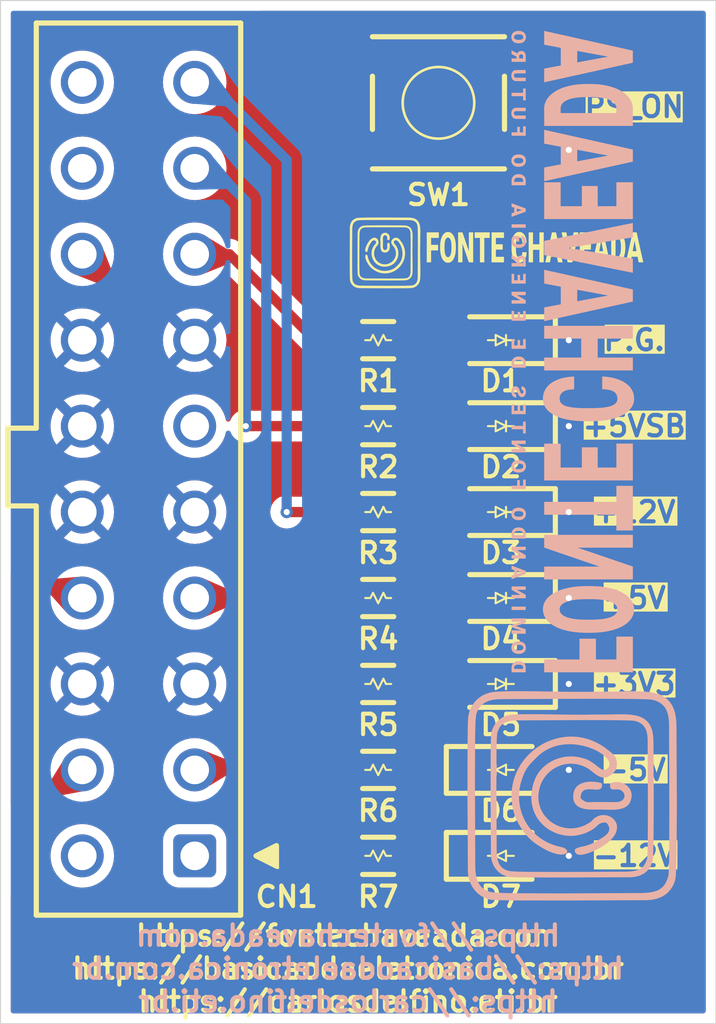
<source format=kicad_pcb>
(kicad_pcb (version 20240108) (generator "pcbnew") (generator_version "8.0")
  (layers (0 "F.Cu" signal) (31 "B.Cu" signal) (34 "B.Paste" user) (35 "F.Paste" user) (36 "B.SilkS" user "B.Silkscreen") (37 "F.SilkS" user "F.Silkscreen") (38 "B.Mask" user) (39 "F.Mask" user) (44 "Edge.Cuts" user))
  (net 0 "")
  (net 1 "Net-(D1-A)")
  (net 2 "GND")
  (net 3 "Net-(D2-A)")
  (net 4 "-12V")
  (net 5 "-5V")
  (net 6 "+12V")
  (net 7 "+5V")
  (net 8 "+3.3V")
  (net 9 "/PS_ON")
  (net 10 "Net-(D4-A)")
  (net 11 "Net-(D3-A)")
  (net 12 "Net-(D6-K)")
  (net 13 "Net-(D5-A)")
  (net 14 "Net-(D7-K)")
  (net 15 "+P_G")
  (net 16 "+5V_SB")
  (footprint "Library:LED_1206_HandSolder" (layer "F.Cu") (at 123.476 66.6 180)
    (property "Reference" "D1")
    (property "Value" "LED")
  )
  (footprint "Library:LED_1206_HandSolder" (layer "F.Cu") (at 123.476 79.2 180)
    (property "Reference" "D4")
    (property "Value" "LED")
  )
  (footprint "Library:LED_1206_HandSolder" (layer "F.Cu") (at 123.476 83.4 180)
    (property "Reference" "D5")
    (property "Value" "LED")
  )
  (footprint "Library:RES_1206_HandSolder" (layer "F.Cu") (at 117.476 79.2)
    (property "Reference" "R4")
    (property "Value" "470R")
  )
  (footprint "Library:RES_1206_HandSolder" (layer "F.Cu") (at 117.476 75)
    (property "Reference" "R3")
    (property "Value" "1K8R")
  )
  (footprint "Library:RES_1206_HandSolder" (layer "F.Cu") (at 117.476 87.6)
    (property "Reference" "R6")
    (property "Value" "470R")
  )
  (footprint "Library:LED_1206_HandSolder" (layer "F.Cu") (at 123.476 91.8)
    (property "Reference" "D7")
    (property "Value" "LED")
  )
  (footprint "Library:RES_1206_HandSolder" (layer "F.Cu") (at 117.476 91.8)
    (property "Reference" "R7")
    (property "Value" "1k8R")
  )
  (footprint "Library:RES_1206_HandSolder" (layer "F.Cu") (at 117.476 66.6)
    (property "Reference" "R1")
    (property "Value" "470R")
  )
  (footprint "Library:W4505-20PDRDTXR" (layer "F.Cu") (at 108.5 91.8 180)
    (property "Reference" "CN1")
    (property "Value" "W4505-20PDRDTXR")
  )
  (footprint "Library:RES_1206_HandSolder" (layer "F.Cu") (at 117.476 70.8)
    (property "Reference" "R2")
    (property "Value" "680R")
  )
  (footprint "Library:LED_1206_HandSolder" (layer "F.Cu") (at 123.476 87.6)
    (property "Reference" "D6")
    (property "Value" "LED")
  )
  (footprint "Library:LED_1206_HandSolder" (layer "F.Cu") (at 123.476 70.8 180)
    (property "Reference" "D2")
    (property "Value" "LED")
  )
  (footprint "Library:LED_1206_HandSolder" (layer "F.Cu") (at 123.476 75 180)
    (property "Reference" "D3")
    (property "Value" "LED")
  )
  (footprint "Library:RES_1206_HandSolder" (layer "F.Cu") (at 117.476 83.4)
    (property "Reference" "R5")
    (property "Value" "100R")
  )
  (footprint "Library:SW_Push_1P1T_NO_6x6mm_H9.5mm" (layer "F.Cu") (at 120.425 55 180)
    (property "Reference" "SW1")
    (property "Value" "SW_DPST_x2")
  )
  (gr_poly (pts (xy 124 56.609595) (xy 124 56.442379) (xy 124.275954 56.442379) (xy 124.275954 56.172952) (xy 124.404777 56.172952) (xy 124.404777 56.442379) (xy 124.564704 56.442379) (xy 124.564704 56.145746) (xy 124.693442 56.145746) (xy 124.693442 56.609595)) (stroke (width -0.000001)) (fill solid) (layer "B.SilkS"))
  (gr_poly (pts (xy 124.000169 67.020976) (xy 124.000169 66.543399) (xy 124.128823 66.543399) (xy 124.128823 66.853845) (xy 124.294683 66.853845) (xy 124.294683 66.591029) (xy 124.418591 66.591029) (xy 124.418591 66.853845) (xy 124.564873 66.853845) (xy 124.564873 66.542381) (xy 124.693612 66.542381) (xy 124.693612 67.020976)) (stroke (width -0.000001)) (fill solid) (layer "B.SilkS"))
  (gr_poly (pts (xy 124.000424 82.831749) (xy 124.000424 82.60351) (xy 124.00065 82.592341) (xy 124.001203 82.581303) (xy 124.002082 82.570395) (xy 124.003289 82.559619) (xy 124.004824 82.548972) (xy 124.006687 82.538457) (xy 124.008878 82.528071) (xy 124.011399 82.517816) (xy 124.014249 82.507691) (xy 124.01743 82.497696) (xy 124.020942 82.487831) (xy 124.024784 82.478095) (xy 124.028959 82.468489) (xy 124.033466 82.459013) (xy 124.038305 82.449666) (xy 124.043477 82.440449) (xy 124.048929 82.431426) (xy 124.054637 82.422665) (xy 124.060602 82.414165) (xy 124.066824 82.405926) (xy 124.073303 82.397946) (xy 124.08004 82.390225) (xy 124.087034 82.382763) (xy 124.094286 82.375559) (xy 124.101797 82.368612) (xy 124.109566 82.361922) (xy 124.117594 82.355487) (xy 124.125881 82.349308) (xy 124.134427 82.343384) (xy 124.143232 82.337714) (xy 124.152297 82.332297) (xy 124.161623 82.327133) (xy 124.171126 82.322269) (xy 124.18079 82.317718) (xy 124.190612 82.313482) (xy 124.200593 82.309559) (xy 124.21073 82.30595) (xy 124.221023 82.302654) (xy 124.231471 82.299673) (xy 124.242073 82.297005) (xy 124.252828 82.294651) (xy 124.263735 82.292611) (xy 124.274793 82.290885) (xy 124.286001 82.289473) (xy 124.297358 82.288374) (xy 124.308863 82.28759) (xy 124.320515 82.287119) (xy 124.332313 82.286962) (xy 124.3624 82.286962) (xy 124.3624 82.457481) (xy 124.332568 82.457481) (xy 124.320115 82.45763) (xy 124.308055 82.458078) (xy 124.296388 82.458824) (xy 124.285113 82.459869) (xy 124.27423 82.461214) (xy 124.263738 82.462858) (xy 124.253638 82.464803) (xy 124.243928 82.467048) (xy 124.234608 82.469595) (xy 124.225678 82.472442) (xy 124.217138 82.475591) (xy 124.208987 82.479043) (xy 124.201225 82.482796) (xy 124.193851 82.486853) (xy 124.186866 82.491213) (xy 124.180268 82.495876) (xy 124.174077 82.500837) (xy 124.168283 82.506058) (xy 124.162884 82.511539) (xy 124.157883 82.51728) (xy 124.153278 82.52328) (xy 124.149072 82.529541) (xy 124.145264 82.53606) (xy 124.141854 82.542839) (xy 124.138844 82.549877) (xy 124.136233 82.557175) (xy 124.134023 82.564731) (xy 124.132213 82.572546) (xy 124.130805 82.58062) (xy 124.129798 82.588953) (xy 124.129194 82.597544) (xy 124.128993 82.606393) (xy 124.128993 82.664446) (xy 124.564958 82.664446) (xy 124.564958 82.608426) (xy 124.564757 82.599316) (xy 124.564156 82.590484) (xy 124.563154 82.58193) (xy 124.561752 82.573653) (xy 124.55995 82.565653) (xy 124.557749 82.55793) (xy 124.555149 82.550484) (xy 124.55215 82.543315) (xy 124.548753 82.536421) (xy 124.544958 82.529803) (xy 124.540765 82.523461) (xy 124.536175 82.517395) (xy 124.531189 82.511603) (xy 124.525806 82.506086) (xy 124.520027 82.500844) (xy 124.513852 82.495876) (xy 124.507302 82.491213) (xy 124.500364 82.486853) (xy 124.493039 82.482796) (xy 124.485325 82.479043) (xy 124.477223 82.475591) (xy 124.468732 82.472442) (xy 124.459853 82.469595) (xy 124.450585 82.467048) (xy 124.440927 82.464803) (xy 124.430879 82.462858) (xy 124.420442 82.461214) (xy 124.409615 82.459869) (xy 124.398397 82.458824) (xy 124.386789 82.458078) (xy 124.37479 82.45763) (xy 124.3624 82.457481) (xy 124.3624 82.286962) (xy 124.36418 82.286962) (xy 124.375885 82.287169) (xy 124.387449 82.287696) (xy 124.398871 82.288543) (xy 124.410152 82.289709) (xy 124.421291 82.291195) (xy 124.432289 82.292999) (xy 124.443145 82.295123) (xy 124.453859 82.297566) (xy 124.464431 82.300327) (xy 124.474861 82.303407) (xy 124.485148 82.306806) (xy 124.495293 82.310523) (xy 124.505296 82.314558) (xy 124.515156 82.318912) (xy 124.524873 82.323583) (xy 124.534448 82.328573) (xy 124.54383 82.333819) (xy 124.552941 82.339323) (xy 124.561781 82.345084) (xy 124.570349 82.351101) (xy 124.578647 82.357373) (xy 124.586675 82.363901) (xy 124.594432 82.370684) (xy 124.601921 82.37772) (xy 124.60914 82.385009) (xy 124.61609 82.392551) (xy 124.622772 82.400345) (xy 124.629186 82.408391) (xy 124.635332 82.416687) (xy 124.641211 82.425234) (xy 124.646823 82.43403) (xy 124.652169 82.443075) (xy 124.657217 82.452331) (xy 124.661938 82.46173) (xy 124.666331 82.471273) (xy 124.670398 82.480959) (xy 124.674138 82.490789) (xy 124.677551 82.500762) (xy 124.680638 82.51088) (xy 124.683399 82.521141) (xy 124.685834 82.531546) (xy 124.687944 82.542095) (xy 124.689729 82.552789) (xy 124.691188 82.563627) (xy 124.692323 82.57461) (xy 124.693133 82.585737) (xy 124.693619 82.597009) (xy 124.693781 82.608426) (xy 124.693781 82.831749)) (stroke (width -0.000001)) (fill solid) (layer "B.SilkS"))
  (gr_poly (pts (xy 125.595544 60.681853) (xy 125.595544 58.884429) (xy 126.401198 58.884429) (xy 126.401198 60.052484) (xy 127.43865 60.052484) (xy 127.43865 59.063595) (xy 127.438565 59.063595) (xy 128.213794 59.063595) (xy 128.213794 60.052483) (xy 129.129117 60.052483) (xy 129.129117 58.880699) (xy 129.934771 58.880699) (xy 129.934771 60.681853)) (stroke (width -0.000001)) (fill solid) (layer "B.SilkS"))
  (gr_poly (pts (xy 124.693273 55.240932) (xy 124.693273 55.240847) (xy 124.693358 55.240932)) (stroke (width -0.000001)) (fill solid) (layer "B.SilkS"))
  (gr_poly (pts (xy 124.000169 63.836159) (xy 124.000169 63.358496) (xy 124.128823 63.358496) (xy 124.128823 63.668943) (xy 124.294683 63.668943) (xy 124.294683 63.406126) (xy 124.418591 63.406126) (xy 124.418591 63.668943) (xy 124.564873 63.668943) (xy 124.564873 63.357479) (xy 124.693612 63.357479) (xy 124.693612 63.836159)) (stroke (width -0.000001)) (fill solid) (layer "B.SilkS"))
  (gr_poly (pts (xy 125.595544 65.669944) (xy 125.595544 64.997943) (xy 126.4073 64.847423) (xy 126.4073 63.985748) (xy 125.595544 63.833363) (xy 125.595544 63.157634) (xy 127.21287 63.517117) (xy 127.21287 64.136183) (xy 127.21287 64.696987) (xy 128.71934 64.417475) (xy 127.21287 64.136183) (xy 127.21287 63.517117) (xy 129.934771 64.122114) (xy 129.934771 64.712922)) (stroke (width -0.000001)) (fill solid) (layer "B.SilkS"))
  (gr_poly (pts (xy 124.262054 71.672685) (xy 124.693612 71.917872) (xy 124.693612 72.085003) (xy 124.000169 72.085003) (xy 124.000169 71.917872) (xy 124.431727 71.917872) (xy 124.000169 71.672176) (xy 124.000169 71.506063) (xy 124.693612 71.506063) (xy 124.693612 71.672685)) (stroke (width -0.000001)) (fill solid) (layer "B.SilkS"))
  (gr_poly (pts (xy 124.703193 81.6372) (xy 124.702698 81.6481) (xy 124.701873 81.65885) (xy 124.700717 81.669451) (xy 124.699231 81.679901) (xy 124.697414 81.690202) (xy 124.695265 81.700352) (xy 124.692785 81.710351) (xy 124.689974 81.720199) (xy 124.68683 81.729897) (xy 124.683354 81.739442) (xy 124.679545 81.748836) (xy 124.675404 81.758079) (xy 124.67093 81.767169) (xy 124.666123 81.776106) (xy 124.660982 81.784891) (xy 124.65555 81.793489) (xy 124.649839 81.801835) (xy 124.643848 81.809928) (xy 124.637578 81.817769) (xy 124.63103 81.825356) (xy 124.624204 81.832691) (xy 124.617099 81.839773) (xy 124.609717 81.846601) (xy 124.602059 81.853177) (xy 124.594123 81.859499) (xy 124.585911 81.865567) (xy 124.577423 81.871381) (xy 124.568659 81.876942) (xy 124.55962 81.882249) (xy 124.550307 81.887302) (xy 124.540719 81.892101) (xy 124.530869 81.896626) (xy 124.520835 81.900858) (xy 124.510616 81.904796) (xy 124.500211 81.90844) (xy 124.489622 81.911792) (xy 124.478847 81.914851) (xy 124.467886 81.917617) (xy 124.45674 81.920091) (xy 124.445408 81.922273) (xy 124.43389 81.924164) (xy 124.422187 81.925763) (xy 124.410297 81.92707) (xy 124.398221 81.928087) (xy 124.385959 81.928812) (xy 124.37351 81.929248) (xy 124.360875 81.929393) (xy 124.321804 81.929393) (xy 124.309624 81.929014) (xy 124.297618 81.928355) (xy 124.285788 81.927414) (xy 124.274132 81.926191) (xy 124.262652 81.924684) (xy 124.251348 81.922894) (xy 124.240219 81.920819) (xy 124.229265 81.918459) (xy 124.218488 81.915813) (xy 124.207886 81.91288) (xy 124.19746 81.90966) (xy 124.187211 81.906151) (xy 124.177138 81.902353) (xy 124.167241 81.898266) (xy 124.157521 81.893888) (xy 124.147977 81.889218) (xy 124.138628 81.884302) (xy 124.129556 81.879152) (xy 124.120759 81.873766) (xy 124.112237 81.868145) (xy 124.103992 81.862289) (xy 124.096021 81.856196) (xy 124.088326 81.849868) (xy 124.080907 81.843304) (xy 124.073762 81.836504) (xy 124.066893 81.829467) (xy 124.060298 81.822192) (xy 124.053978 81.814681) (xy 124.047933 81.806933) (xy 124.042162 81.798947) (xy 124.036665 81.790723) (xy 124.031443 81.782261) (xy 124.026502 81.77363) (xy 124.02188 81.764837) (xy 124.017579 81.755883) (xy 124.013596 81.746769) (xy 124.009933 81.737495) (xy 124.006589 81.728063) (xy 124.003564 81.718474) (xy 124.000858 81.708727) (xy 123.998471 81.698825) (xy 123.996403 81.688767) (xy 123.994653 81.678555) (xy 123.993221 81.668191) (xy 123.992108 81.657673) (xy 123.991313 81.647004) (xy 123.990836 81.636184) (xy 123.990678 81.625215) (xy 123.990839 81.614214) (xy 123.991326 81.603367) (xy 123.992138 81.592673) (xy 123.993276 81.58213) (xy 123.99474 81.57174) (xy 123.996532 81.561501) (xy 123.998653 81.551414) (xy 124.001102 81.541478) (xy 124.003881 81.531693) (xy 124.006991 81.522059) (xy 124.010431 81.512575) (xy 124.014204 81.503242) (xy 124.01831 81.494059) (xy 124.022749 81.485025) (xy 124.027522 81.476141) (xy 124.03263 81.467406) (xy 124.038046 81.458867) (xy 124.043742 81.45057) (xy 124.049719 81.442518) (xy 124.055977 81.43471) (xy 124.062517 81.427148) (xy 124.069339 81.419832) (xy 124.076443 81.412762) (xy 124.08383 81.40594) (xy 124.0915 81.399366) (xy 124.099454 81.393042) (xy 124.107691 81.386967) (xy 124.116212 81.381142) (xy 124.125018 81.375569) (xy 124.134109 81.370248) (xy 124.143485 81.36518) (xy 124.153147 81.360365) (xy 124.162982 81.355823) (xy 124.173006 81.351576) (xy 124.183217 81.347623) (xy 124.193615 81.343963) (xy 124.204199 81.340597) (xy 124.214969 81.337524) (xy 124.225923 81.334745) (xy 124.237062 81.332258) (xy 124.248385 81.330065) (xy 124.259891 81.328164) (xy 124.27158 81.326556) (xy 124.28345 81.325241) (xy 124.295501 81.324218) (xy 124.307733 81.323488) (xy 124.320145 81.32305) (xy 124.332737 81.322904) (xy 124.332737 81.322907) (xy 124.361976 81.322907) (xy 124.361976 81.492918) (xy 124.361966 81.492928) (xy 124.361955 81.492938) (xy 124.361934 81.492959) (xy 124.361913 81.49298) (xy 124.361892 81.493002) (xy 124.330025 81.493002) (xy 124.317578 81.493182) (xy 124.305501 81.493629) (xy 124.293795 81.494342) (xy 124.282459 81.49532) (xy 124.271494 81.496564) (xy 124.260898 81.498074) (xy 124.250671 81.499849) (xy 124.240813 81.50189) (xy 124.231323 81.504195) (xy 124.222202 81.506766) (xy 124.213448 81.509602) (xy 124.205062 81.512703) (xy 124.197042 81.516068) (xy 124.18939 81.519698) (xy 124.182103 81.523593) (xy 124.175183 81.527752) (xy 124.168654 81.532126) (xy 124.162546 81.536733) (xy 124.156856 81.54157) (xy 124.151587 81.546639) (xy 124.146738 81.551939) (xy 124.142309 81.557468) (xy 124.138301 81.563227) (xy 124.134714 81.569215) (xy 124.131547 81.575431) (xy 124.128803 81.581876) (xy 124.126479 81.588547) (xy 124.124578 81.595446) (xy 124.123099 81.602571) (xy 124.122042 81.609922) (xy 124.121407 81.617498) (xy 124.121196 81.625299) (xy 124.12141 81.633512) (xy 124.12205 81.641465) (xy 124.122531 81.645345) (xy 124.123119 81.649159) (xy 124.123813 81.652909) (xy 124.124615 81.656594) (xy 124.125524 81.660214) (xy 124.126539 81.66377) (xy 124.127662 81.667261) (xy 124.128892 81.670687) (xy 124.130229 81.674049) (xy 124.131673 81.677347) (xy 124.133225 81.68058) (xy 124.134883 81.683748) (xy 124.136649 81.686853) (xy 124.138522 81.689893) (xy 124.140503 81.692869) (xy 124.142591 81.695781) (xy 124.144786 81.698628) (xy 124.147089 81.701412) (xy 124.149499 81.704131) (xy 124.152016 81.706787) (xy 124.154641 81.709378) (xy 124.157374 81.711906) (xy 124.160214 81.71437) (xy 124.163162 81.716769) (xy 124.166218 81.719106) (xy 124.169381 81.721378) (xy 124.172652 81.723587) (xy 124.176031 81.725732) (xy 124.183064 81.729826) (xy 124.190467 81.733654) (xy 124.198239 81.737217) (xy 124.206379 81.740514) (xy 124.214889 81.743545) (xy 124.223766 81.746312) (xy 124.233011 81.748814) (xy 124.242624 81.751052) (xy 124.252605 81.753026) (xy 124.262952 81.754735) (xy 124.273667 81.756181) (xy 124.284749 81.757363) (xy 124.296197 81.758283) (xy 124.308011 81.758939) (xy 124.320191 81.759332) (xy 124.332737 81.759464) (xy 124.383758 81.758954) (xy 124.406649 81.757588) (xy 124.41754 81.756559) (xy 124.428062 81.7553) (xy 124.438215 81.753809) (xy 124.447998 81.752088) (xy 124.457412 81.750136) (xy 124.466456 81.747954) (xy 124.475131 81.74554) (xy 124.483437 81.742895) (xy 124.491373 81.740019) (xy 124.49894 81.736913) (xy 124.506138 81.733575) (xy 124.512967 81.730005) (xy 124.519426 81.726205) (xy 124.525516 81.722173) (xy 124.531237 81.717909) (xy 124.536589 81.713415) (xy 124.541572 81.708688) (xy 124.546185 81.70373) (xy 124.550429 81.698541) (xy 124.554304 81.693119) (xy 124.55781 81.687466) (xy 124.560947 81.681581) (xy 124.563715 81.675464) (xy 124.566113 81.669116) (xy 124.568143 81.662535) (xy 124.569803 81.655722) (xy 124.571095 81.648677) (xy 124.572017 81.6414) (xy 124.572571 81.63389) (xy 124.572755 81.626148) (xy 124.572545 81.618226) (xy 124.571913 81.610539) (xy 124.57144 81.606784) (xy 124.570862 81.603088) (xy 124.570179 81.59945) (xy 124.56939 81.595871) (xy 124.568497 81.59235) (xy 124.567499 81.588887) (xy 124.566396 81.585483) (xy 124.565189 81.582137) (xy 124.563876 81.578849) (xy 124.562459 81.575619) (xy 124.560938 81.572448) (xy 124.559311 81.569334) (xy 124.557581 81.566278) (xy 124.555745 81.56328) (xy 124.553806 81.560339) (xy 124.551762 81.557456) (xy 124.549613 81.554631) (xy 124.54736 81.551863) (xy 124.545003 81.549152) (xy 124.542542 81.546499) (xy 124.539977 81.543903) (xy 124.537307 81.541364) (xy 124.531656 81.536458) (xy 124.525589 81.531779) (xy 124.519107 81.527327) (xy 124.512206 81.523142) (xy 124.504916 81.51923) (xy 124.497237 81.515592) (xy 124.489168 81.512226) (xy 124.48071 81.509132) (xy 124.471863 81.50631) (xy 124.462626 81.503759) (xy 124.453 81.501478) (xy 124.442985 81.499468) (xy 124.43258 81.497727) (xy 124.421786 81.496255) (xy 124.410603 81.495053) (xy 124.39903 81.494118) (xy 124.387068 81.493451) (xy 124.374717 81.493051) (xy 124.361976 81.492918) (xy 124.361976 81.322907) (xy 124.364519 81.322907) (xy 124.376952 81.323103) (xy 124.389206 81.323594) (xy 124.401282 81.324382) (xy 124.413181 81.325465) (xy 124.424902 81.326844) (xy 124.436447 81.32852) (xy 124.447815 81.330491) (xy 124.459007 81.332759) (xy 124.470023 81.335322) (xy 124.480863 81.338182) (xy 124.491529 81.341337) (xy 124.50202 81.344789) (xy 124.512337 81.348536) (xy 124.522479 81.35258) (xy 124.532448 81.356919) (xy 124.542244 81.361555) (xy 124.551769 81.366488) (xy 124.561019 81.371658) (xy 124.569994 81.377065) (xy 124.578694 81.382708) (xy 124.587119 81.38859) (xy 124.595267 81.394708) (xy 124.603139 81.401065) (xy 124.610735 81.40766) (xy 124.618053 81.414493) (xy 124.625094 81.421565) (xy 124.631856 81.428876) (xy 124.638341 81.436425) (xy 124.644547 81.444214) (xy 124.650474 81.452243) (xy 124.656122 81.460512) (xy 124.66149 81.46902) (xy 124.666555 81.47771) (xy 124.671295 81.486554) (xy 124.675708 81.495552) (xy 124.679795 81.504703) (xy 124.683556 81.514005) (xy 124.686991 81.523459) (xy 124.690099 81.533063) (xy 124.69288 81.542817) (xy 124.695335 81.55272) (xy 124.697463 81.562772) (xy 124.699264 81.572971) (xy 124.700737 81.583316) (xy 124.701884 81.593808) (xy 124.702703 81.604445) (xy 124.703194 81.615226) (xy 124.703358 81.626152)) (stroke (width -0.000001)) (fill solid) (layer "B.SilkS"))
  (gr_poly (pts (xy 124.211203 80.57073) (xy 124.693697 80.725403) (xy 124.693697 80.944998) (xy 124.000254 80.944998) (xy 124.000254 80.777698) (xy 124.162216 80.777698) (xy 124.494104 80.794053) (xy 124.000253 80.625904) (xy 124.000253 80.515387) (xy 124.493596 80.347747) (xy 124.162216 80.363934) (xy 124.000254 80.363934) (xy 124.000254 80.196293) (xy 124.693697 80.196293) (xy 124.693697 80.416397)) (stroke (width -0.000001)) (fill solid) (layer "B.SilkS"))
  (gr_poly (pts (xy 129.158317 90.462955) (xy 129.146132 90.54033) (xy 129.123481 90.620117) (xy 129.089763 90.702001) (xy 129.044371 90.785667) (xy 128.986703 90.870801) (xy 128.916154 90.957087) (xy 128.83212 91.04421) (xy 128.733998 91.131855) (xy 128.621183 91.219707) (xy 128.493071 91.30745) (xy 128.349058 91.39477) (xy 128.223747 91.462494) (xy 128.04651 91.548829) (xy 127.945119 91.593612) (xy 127.838787 91.636611) (xy 127.730195 91.675679) (xy 127.622022 91.708672) (xy 127.516948 91.733443) (xy 127.466412 91.742075) (xy 127.417655 91.747847) (xy 127.371014 91.750491) (xy 127.326822 91.749738) (xy 127.285416 91.74532) (xy 127.247129 91.736969) (xy 127.212298 91.724417) (xy 127.181258 91.707396) (xy 127.154342 91.685637) (xy 127.131887 91.658872) (xy 127.114227 91.626833) (xy 127.101697 91.589252) (xy 127.094633 91.545861) (xy 127.093369 91.49639) (xy 127.113837 91.478041) (xy 127.134559 91.46161) (xy 127.155603 91.446935) (xy 127.177036 91.433852) (xy 127.198928 91.422199) (xy 127.221346 91.411811) (xy 127.244358 91.402526) (xy 127.268034 91.394179) (xy 127.317647 91.379651) (xy 127.37073 91.366919) (xy 127.48949 91.341621) (xy 127.556259 91.326442) (xy 127.628683 91.307833) (xy 127.707305 91.28449) (xy 127.749112 91.270634) (xy 127.792674 91.255104) (xy 127.838058 91.237738) (xy 127.885334 91.218371) (xy 127.934569 91.19684) (xy 127.985831 91.172983) (xy 128.03919 91.146635) (xy 128.094712 91.117634) (xy 128.152467 91.085816) (xy 128.212522 91.051018) (xy 128.34141 90.975127) (xy 128.407564 90.934966) (xy 128.472833 90.89305) (xy 128.535696 90.84917) (xy 128.594633 90.80312) (xy 128.648127 90.75469) (xy 128.672357 90.729518) (xy 128.694656 90.703672) (xy 128.714834 90.677128) (xy 128.732701 90.649859) (xy 128.748067 90.621839) (xy 128.760742 90.593042) (xy 128.770537 90.563441) (xy 128.777261 90.533012) (xy 128.780725 90.501727) (xy 128.780737 90.469562) (xy 128.77711 90.436489) (xy 128.769651 90.402483) (xy 128.758173 90.367518) (xy 128.742484 90.331567) (xy 128.722394 90.294606) (xy 128.697715 90.256607) (xy 128.668255 90.217544) (xy 128.633825 90.177393) (xy 128.601453 90.174896) (xy 128.570738 90.173664) (xy 128.541598 90.173647) (xy 128.51395 90.174795) (xy 128.487713 90.177059) (xy 128.462803 90.180389) (xy 128.439138 90.184734) (xy 128.416637 90.190044) (xy 128.395216 90.196271) (xy 128.374793 90.203363) (xy 128.355286 90.211272) (xy 128.336613 90.219946) (xy 128.31869 90.229337) (xy 128.301437 90.239395) (xy 128.268606 90.261309) (xy 128.237462 90.28529) (xy 128.207346 90.310939) (xy 128.147559 90.365643) (xy 128.116571 90.3939) (xy 128.083975 90.422228) (xy 128.049111 90.450228) (xy 128.01132 90.477502) (xy 127.888496 90.554632) (xy 127.762243 90.622019) (xy 127.633051 90.6797) (xy 127.501413 90.72771) (xy 127.367817 90.766086) (xy 127.232754 90.794864) (xy 127.096716 90.814079) (xy 126.960192 90.823768) (xy 126.823672 90.823968) (xy 126.687649 90.814713) (xy 126.552611 90.79604) (xy 126.41905 90.767986) (xy 126.287456 90.730587) (xy 126.158319 90.683878) (xy 126.032131 90.627895) (xy 125.909381 90.562675) (xy 125.825632 90.511706) (xy 125.745815 90.457899) (xy 125.669925 90.401357) (xy 125.597956 90.342183) (xy 125.529904 90.280479) (xy 125.465762 90.216349) (xy 125.405527 90.149894) (xy 125.349192 90.081218) (xy 125.296752 90.010423) (xy 125.248202 89.937612) (xy 125.203538 89.862888) (xy 125.162753 89.786353) (xy 125.125843 89.70811) (xy 125.092803 89.628262) (xy 125.063626 89.546911) (xy 125.038309 89.464161) (xy 125.016845 89.380113) (xy 124.99923 89.294871) (xy 124.985459 89.208538) (xy 124.975525 89.121215) (xy 124.969425 89.033006) (xy 124.967153 88.944014) (xy 124.968703 88.85434) (xy 124.97407 88.764089) (xy 124.98325 88.673362) (xy 124.996237 88.582262) (xy 125.013026 88.490892) (xy 125.033611 88.399355) (xy 125.057988 88.307753) (xy 125.086151 88.216189) (xy 125.118095 88.124766) (xy 125.153815 88.033586) (xy 125.184888 87.963756) (xy 125.219968 87.894922) (xy 125.258947 87.82724) (xy 125.301715 87.760863) (xy 125.348162 87.695945) (xy 125.398179 87.63264) (xy 125.451658 87.571101) (xy 125.508488 87.511483) (xy 125.568561 87.453938) (xy 125.631766 87.398621) (xy 125.697996 87.345686) (xy 125.76714 87.295286) (xy 125.839089 87.247576) (xy 125.913734 87.202708) (xy 125.990966 87.160838) (xy 126.070674 87.122118) (xy 126.152751 87.086702) (xy 126.237087 87.054744) (xy 126.323572 87.026398) (xy 126.412098 87.001818) (xy 126.502554 86.981158) (xy 126.594831 86.964571) (xy 126.688821 86.952211) (xy 126.784414 86.944232) (xy 126.8815 86.940787) (xy 126.979971 86.942031) (xy 127.079717 86.948117) (xy 127.180628 86.9592) (xy 127.282596 86.975432) (xy 127.385511 86.996967) (xy 127.489264 87.023961) (xy 127.593745 87.056565) (xy 127.650297 87.077193) (xy 127.704669 87.099878) (xy 127.756948 87.124367) (xy 127.807217 87.150407) (xy 127.855561 87.177742) (xy 127.902064 87.206119) (xy 127.989885 87.264985) (xy 128.071358 87.324972) (xy 128.147156 87.38405) (xy 128.284434 87.491353) (xy 128.347264 87.535516) (xy 128.377523 87.554336) (xy 128.407124 87.570644) (xy 128.43615 87.584186) (xy 128.464687 87.594708) (xy 128.492819 87.601955) (xy 128.52063 87.605674) (xy 128.548205 87.605612) (xy 128.575629 87.601513) (xy 128.602985 87.593125) (xy 128.630359 87.580194) (xy 128.657834 87.562464) (xy 128.685495 87.539684) (xy 128.713427 87.511598) (xy 128.741714 87.477953) (xy 128.775577 87.421252) (xy 128.792556 87.360636) (xy 128.793409 87.296767) (xy 128.778894 87.230309) (xy 128.749766 87.161925) (xy 128.706784 87.092276) (xy 128.650703 87.022026) (xy 128.582282 86.951838) (xy 128.502277 86.882374) (xy 128.411445 86.814298) (xy 128.310544 86.748272) (xy 128.20033 86.684958) (xy 128.08156 86.625021) (xy 127.954991 86.569123) (xy 127.821381 86.517926) (xy 127.681486 86.472093) (xy 127.536063 86.432288) (xy 127.38587 86.399172) (xy 127.231663 86.373409) (xy 127.0742 86.355662) (xy 126.914237 86.346594) (xy 126.752532 86.346867) (xy 126.589842 86.357143) (xy 126.426923 86.378087) (xy 126.264532 86.410361) (xy 126.103428 86.454627) (xy 125.944366 86.511549) (xy 125.788103 86.581789) (xy 125.635398 86.66601) (xy 125.487006 86.764875) (xy 125.343685 86.879047) (xy 125.206192 87.009189) (xy 125.085427 87.132343) (xy 124.97791 87.243415) (xy 124.928441 87.296981) (xy 124.881468 87.3506) (xy 124.83672 87.405296) (xy 124.793925 87.462093) (xy 124.752812 87.522015) (xy 124.713109 87.586088) (xy 124.674543 87.655334) (xy 124.636844 87.73078) (xy 124.599739 87.813448) (xy 124.562957 87.904364) (xy 124.526225 88.004551) (xy 124.489273 88.115034) (xy 124.450721 88.247191) (xy 124.419419 88.379817) (xy 124.395282 88.51267) (xy 124.378225 88.645505) (xy 124.368161 88.778079) (xy 124.365005 88.910149) (xy 124.36867 89.04147) (xy 124.379072 89.1718) (xy 124.396123 89.300894) (xy 124.419739 89.428508) (xy 124.449834 89.5544) (xy 124.486321 89.678326) (xy 124.529115 89.800041) (xy 124.57813 89.919303) (xy 124.63328 90.035867) (xy 124.69448 90.14949) (xy 124.761643 90.259929) (xy 124.834684 90.366939) (xy 124.913517 90.470277) (xy 124.998056 90.5697) (xy 125.088216 90.664964) (xy 125.18391 90.755824) (xy 125.285053 90.842038) (xy 125.391558 90.923362) (xy 125.503341 90.999552) (xy 125.620315 91.070365) (xy 125.742394 91.135557) (xy 125.869493 91.194884) (xy 126.001526 91.248102) (xy 126.138407 91.294969) (xy 126.28005 91.33524) (xy 126.426369 91.368672) (xy 126.484808 91.382716) (xy 126.536848 91.399748) (xy 126.582503 91.419345) (xy 126.621783 91.441085) (xy 126.654701 91.464547) (xy 126.681268 91.489309) (xy 126.701496 91.514949) (xy 126.715397 91.541046) (xy 126.722982 91.567177) (xy 126.724263 91.592922) (xy 126.719252 91.617857) (xy 126.707961 91.641563) (xy 126.690401 91.663616) (xy 126.666585 91.683595) (xy 126.636523 91.701079) (xy 126.600228 91.715645) (xy 126.557711 91.726872) (xy 126.508985 91.734339) (xy 126.45406 91.737622) (xy 126.392949 91.736302) (xy 126.325664 91.729956) (xy 126.252216 91.718161) (xy 126.172616 91.700498) (xy 126.086877 91.676543) (xy 125.995011 91.645875) (xy 125.897029 91.608072) (xy 125.792942 91.562713) (xy 125.682763 91.509376) (xy 125.566504 91.447639) (xy 125.444176 91.377081) (xy 125.31579 91.297279) (xy 125.18136 91.207812) (xy 125.181361 91.207893) (xy 125.089716 91.140843) (xy 124.999342 91.066662) (xy 124.910624 90.985872) (xy 124.823947 90.898994) (xy 124.739697 90.806551) (xy 124.658259 90.709064) (xy 124.580016 90.607057) (xy 124.505356 90.501049) (xy 124.434662 90.391565) (xy 124.368321 90.279126) (xy 124.306716 90.164253) (xy 124.250233 90.04747) (xy 124.199258 89.929297) (xy 124.154175 89.810257) (xy 124.115369 89.690873) (xy 124.083226 89.571666) (xy 124.033692 89.323026) (xy 124.005381 89.078654) (xy 123.997431 88.839138) (xy 124.008978 88.605065) (xy 124.03916 88.377024) (xy 124.087115 88.155602) (xy 124.151979 87.941388) (xy 124.23289 87.73497) (xy 124.328985 87.536935) (xy 124.439401 87.347872) (xy 124.563275 87.168368) (xy 124.699746 86.999011) (xy 124.847949 86.84039) (xy 125.007022 86.693092) (xy 125.176104 86.557706) (xy 125.354329 86.434819) (xy 125.540837 86.325019) (xy 125.734764 86.228894) (xy 125.935247 86.147032) (xy 126.141424 86.080022) (xy 126.352432 86.028451) (xy 126.567408 85.992907) (xy 126.78549 85.973978) (xy 127.005814 85.972252) (xy 127.227518 85.988317) (xy 127.44974 86.022761) (xy 127.671615 86.076172) (xy 127.892283 86.149137) (xy 128.110879 86.242246) (xy 128.326541 86.356086) (xy 128.538407 86.491244) (xy 128.745614 86.648309) (xy 128.864321 86.74225) (xy 128.894884 86.767324) (xy 128.925173 86.793474) (xy 128.954874 86.82092) (xy 128.983672 86.84988) (xy 129.011254 86.880576) (xy 129.037304 86.913227) (xy 129.049657 86.930354) (xy 129.06151 86.948053) (xy 129.072823 86.96635) (xy 129.083556 86.985273) (xy 129.093672 87.00485) (xy 129.103129 87.025108) (xy 129.11189 87.046075) (xy 129.119914 87.067778) (xy 129.127163 87.090245) (xy 129.133597 87.113502) (xy 129.139177 87.137578) (xy 129.143864 87.1625) (xy 129.152099 87.222455) (xy 129.156397 87.279221) (xy 129.156951 87.332934) (xy 129.153949 87.383729) (xy 129.147583 87.431742) (xy 129.138042 87.477106) (xy 129.125516 87.519958) (xy 129.110196 87.560432) (xy 129.092272 87.598664) (xy 129.071934 87.634788) (xy 129.049372 87.66894) (xy 129.024777 87.701254) (xy 128.998338 87.731866) (xy 128.970246 87.760911) (xy 128.940691 87.788523) (xy 128.909863 87.814838) (xy 128.861502 87.852004) (xy 128.813993 87.883672) (xy 128.767324 87.910093) (xy 128.721479 87.931517) (xy 128.676443 87.948193) (xy 128.632203 87.960371) (xy 128.588744 87.968301) (xy 128.54605 87.972233) (xy 128.504108 87.972417) (xy 128.462903 87.969102) (xy 128.42242 87.962539) (xy 128.382645 87.952977) (xy 128.343563 87.940666) (xy 128.30516 87.925856) (xy 128.267421 87.908797) (xy 128.230331 87.889738) (xy 128.158042 87.846622) (xy 128.088175 87.798507) (xy 128.020615 87.747392) (xy 127.955245 87.695275) (xy 127.830608 87.596031) (xy 127.771108 87.552901) (xy 127.713332 87.516765) (xy 127.620444 87.467986) (xy 127.527438 87.425659) (xy 127.43446 87.389628) (xy 127.341656 87.359732) (xy 127.249171 87.335814) (xy 127.157152 87.317716) (xy 127.065744 87.305278) (xy 126.975094 87.298342) (xy 126.885347 87.29675) (xy 126.79665 87.300344) (xy 126.709148 87.308964) (xy 126.622987 87.322452) (xy 126.538313 87.34065) (xy 126.455273 87.3634) (xy 126.374012 87.390542) (xy 126.294676 87.421918) (xy 126.217411 87.457371) (xy 126.142363 87.49674) (xy 126.069678 87.539869) (xy 125.999501 87.586597) (xy 125.93198 87.636768) (xy 125.867259 87.690222) (xy 125.805486 87.7468) (xy 125.746805 87.806345) (xy 125.691362 87.868698) (xy 125.639304 87.933701) (xy 125.590777 88.001194) (xy 125.545926 88.071019) (xy 125.504898 88.143018) (xy 125.467838 88.217033) (xy 125.434893 88.292905) (xy 125.406208 88.370475) (xy 125.364972 88.509759) (xy 125.335875 88.646711) (xy 125.318457 88.781027) (xy 125.312258 88.912406) (xy 125.316818 89.040543) (xy 125.331678 89.165136) (xy 125.356377 89.285882) (xy 125.390456 89.402478) (xy 125.433455 89.514622) (xy 125.484914 89.62201) (xy 125.544374 89.724339) (xy 125.611374 89.821308) (xy 125.685454 89.912611) (xy 125.766156 89.997948) (xy 125.853018 90.077015) (xy 125.945581 90.149508) (xy 126.043386 90.215126) (xy 126.145972 90.273565) (xy 126.25288 90.324522) (xy 126.36365 90.367695) (xy 126.477822 90.40278) (xy 126.594936 90.429475) (xy 126.714532 90.447477) (xy 126.836151 90.456483) (xy 126.959332 90.456189) (xy 127.083616 90.446294) (xy 127.208543 90.426494) (xy 127.333654 90.396486) (xy 127.458487 90.355968) (xy 127.582585 90.304636) (xy 127.705486 90.242188) (xy 127.82673 90.16832) (xy 127.848707 90.153254) (xy 127.868065 90.13899) (xy 127.885164 90.125403) (xy 127.900367 90.112368) (xy 127.914035 90.099759) (xy 127.926531 90.087451) (xy 127.938216 90.07532) (xy 127.949451 90.063239) (xy 127.972022 90.038729) (xy 127.984081 90.026049) (xy 127.997138 90.012919) (xy 128.011554 89.999214) (xy 128.027692 89.984807) (xy 128.045913 89.969575) (xy 128.066579 89.953392) (xy 128.134624 89.907319) (xy 128.204889 89.870276) (xy 128.27677 89.841947) (xy 128.349663 89.822017) (xy 128.422963 89.810171) (xy 128.496066 89.806094) (xy 128.568369 89.809471) (xy 128.639268 89.819986) (xy 128.708158 89.837326) (xy 128.774436 89.861174) (xy 128.837497 89.891215) (xy 128.896737 89.927135) (xy 128.951553 89.968619) (xy 129.001341 90.01535) (xy 129.045496 90.067015) (xy 129.083414 90.123298) (xy 129.114492 90.183884) (xy 129.138125 90.248457) (xy 129.15371 90.316704) (xy 129.160642 90.388308)) (stroke (width -0.000001)) (fill solid) (layer "B.SilkS"))
  (gr_poly (pts (xy 124.000169 65.649516) (xy 124.000169 65.171938) (xy 124.128823 65.171938) (xy 124.128823 65.482385) (xy 124.294683 65.482385) (xy 124.294683 65.219568) (xy 124.418591 65.219568) (xy 124.418591 65.482385) (xy 124.564873 65.482385) (xy 124.564873 65.170921) (xy 124.693612 65.170921) (xy 124.693612 65.649516)) (stroke (width -0.000001)) (fill solid) (layer "B.SilkS"))
  (gr_poly (pts (xy 124.702854 51.799447) (xy 124.702359 51.81036) (xy 124.701534 51.821122) (xy 124.700379 51.831732) (xy 124.698892 51.842191) (xy 124.697075 51.852498) (xy 124.694926 51.862654) (xy 124.692446 51.872658) (xy 124.689635 51.88251) (xy 124.686491 51.89221) (xy 124.683015 51.901757) (xy 124.679207 51.911153) (xy 124.675065 51.920396) (xy 124.670591 51.929486) (xy 124.665784 51.938423) (xy 124.660643 51.947208) (xy 124.655211 51.955806) (xy 124.6495 51.964152) (xy 124.643509 51.972244) (xy 124.637239 51.980084) (xy 124.630691 51.98767) (xy 124.623865 51.995003) (xy 124.61676 52.002083) (xy 124.609379 52.008908) (xy 124.60172 52.015479) (xy 124.593784 52.021795) (xy 124.585572 52.027857) (xy 124.577084 52.033663) (xy 124.56832 52.039215) (xy 124.559282 52.044511) (xy 124.549968 52.049551) (xy 124.54038 52.054335) (xy 124.53053 52.058874) (xy 124.520496 52.063116) (xy 124.510277 52.06706) (xy 124.499872 52.070709) (xy 124.489283 52.074063) (xy 124.478508 52.077121) (xy 124.467547 52.079885) (xy 124.456401 52.082356) (xy 124.445069 52.084534) (xy 124.433552 52.086419) (xy 124.421848 52.088013) (xy 124.409958 52.089315) (xy 124.397882 52.090327) (xy 124.38562 52.091049) (xy 124.373171 52.091482) (xy 124.360536 52.091626) (xy 124.321465 52.091626) (xy 124.309285 52.091261) (xy 124.297279 52.090612) (xy 124.285449 52.089679) (xy 124.273793 52.088461) (xy 124.262313 52.086958) (xy 124.251009 52.085169) (xy 124.23988 52.083095) (xy 124.228926 52.080735) (xy 124.218149 52.078089) (xy 124.207547 52.075157) (xy 124.197121 52.071938) (xy 124.186872 52.068433) (xy 124.176799 52.06464) (xy 124.166902 52.060561) (xy 124.157182 52.056193) (xy 124.147638 52.051538) (xy 124.13829 52.046621) (xy 124.129217 52.041467) (xy 124.12042 52.036078) (xy 124.111898 52.030452) (xy 124.103653 52.02459) (xy 124.095682 52.018493) (xy 124.087988 52.01216) (xy 124.080568 52.005592) (xy 124.073423 51.998788) (xy 124.066554 51.991749) (xy 124.059959 51.984475) (xy 124.053639 51.976965) (xy 124.047594 51.969221) (xy 124.041823 51.961242) (xy 124.036326 51.953029) (xy 124.031104 51.944581) (xy 124.026163 51.935936) (xy 124.021542 51.927133) (xy 124.01724 51.918172) (xy 124.013257 51.909052) (xy 124.009594 51.899776) (xy 124.00625 51.890342) (xy 124.003225 51.880752) (xy 124.000519 51.871005) (xy 123.998132 51.861103) (xy 123.996064 51.851045) (xy 123.994314 51.840831) (xy 123.992883 51.830463) (xy 123.991769 51.819941) (xy 123.990974 51.809264) (xy 123.990498 51.798434) (xy 123.990339 51.78745) (xy 123.990501 51.776466) (xy 123.990987 51.765632) (xy 123.991799 51.754948) (xy 123.992937 51.744415) (xy 123.994401 51.734031) (xy 123.996194 51.723798) (xy 123.998314 51.713714) (xy 124.000763 51.703779) (xy 124.003542 51.693993) (xy 124.006652 51.684355) (xy 124.010093 51.674867) (xy 124.013865 51.665526) (xy 124.017971 51.656334) (xy 124.02241 51.647289) (xy 124.027183 51.638392) (xy 124.032291 51.629642) (xy 124.037707 51.621117) (xy 124.043403 51.612834) (xy 124.04938 51.604793) (xy 124.055639 51.596995) (xy 124.062179 51.589441) (xy 124.069 51.582131) (xy 124.076105 51.575067) (xy 124.083492 51.568249) (xy 124.091161 51.561679) (xy 124.099115 51.555357) (xy 124.107352 51.549284) (xy 124.115873 51.543461) (xy 124.124679 51.537888) (xy 124.13377 51.532567) (xy 124.143146 51.527499) (xy 124.152808 51.522684) (xy 124.162643 51.518144) (xy 124.172667 51.513896) (xy 124.182878 51.509943) (xy 124.193276 51.506284) (xy 124.20386 51.502917) (xy 124.21463 51.499845) (xy 124.225585 51.497065) (xy 124.236724 51.494578) (xy 124.248046 51.492385) (xy 124.259552 51.490484) (xy 124.271241 51.488877) (xy 124.283111 51.487561) (xy 124.295162 51.486538) (xy 124.307395 51.485808) (xy 124.319807 51.48537) (xy 124.332398 51.485224) (xy 124.361637 51.485224) (xy 124.361637 51.655152) (xy 124.361616 51.655173) (xy 124.361595 51.655194) (xy 124.361553 51.655237) (xy 124.329687 51.655237) (xy 124.317239 51.655432) (xy 124.305162 51.655892) (xy 124.293456 51.656616) (xy 124.282121 51.657605) (xy 124.271155 51.658857) (xy 124.260559 51.660374) (xy 124.250332 51.662154) (xy 124.240474 51.664199) (xy 124.230984 51.666508) (xy 124.221863 51.669082) (xy 124.213109 51.671919) (xy 124.204723 51.675021) (xy 124.196704 51.678387) (xy 124.189051 51.682017) (xy 124.181764 51.685911) (xy 124.174844 51.69007) (xy 124.168316 51.694445) (xy 124.162207 51.699051) (xy 124.156518 51.703889) (xy 124.151248 51.708958) (xy 124.146399 51.714256) (xy 124.14197 51.719784) (xy 124.137962 51.72554) (xy 124.134375 51.731524) (xy 124.131209 51.737736) (xy 124.128464 51.744175) (xy 124.126141 51.75084) (xy 124.124239 51.75773) (xy 124.12276 51.764845) (xy 124.121703 51.772185) (xy 124.121069 51.779748) (xy 124.120857 51.787535) (xy 124.121071 51.795749) (xy 124.121712 51.803704) (xy 124.122192 51.807585) (xy 124.12278 51.811401) (xy 124.123475 51.815153) (xy 124.124276 51.81884) (xy 124.125185 51.822463) (xy 124.126201 51.826021) (xy 124.127323 51.829515) (xy 124.128553 51.832944) (xy 124.12989 51.836308) (xy 124.131334 51.839608) (xy 124.132886 51.842843) (xy 124.134544 51.846014) (xy 124.13631 51.84912) (xy 124.138183 51.852162) (xy 124.140164 51.855139) (xy 124.142252 51.858051) (xy 124.144447 51.860899) (xy 124.14675 51.863683) (xy 124.14916 51.866402) (xy 124.151678 51.869056) (xy 124.154303 51.871646) (xy 124.157035 51.874171) (xy 124.159876 51.876631) (xy 124.162823 51.879028) (xy 124.165879 51.881359) (xy 124.169042 51.883626) (xy 124.172313 51.885828) (xy 124.175692 51.887966) (xy 124.182725 51.892075) (xy 124.190128 51.895916) (xy 124.1979 51.89949) (xy 124.206041 51.902797) (xy 124.21455 51.905837) (xy 124.223427 51.90861) (xy 124.232672 51.911118) (xy 124.242285 51.91336) (xy 124.252266 51.915337) (xy 124.262614 51.917049) (xy 124.273328 51.918497) (xy 124.28441 51.919681) (xy 124.295858 51.920601) (xy 124.307672 51.921258) (xy 124.319852 51.921651) (xy 124.332398 51.921782) (xy 124.383419 51.921189) (xy 124.40631 51.919837) (xy 124.417201 51.918815) (xy 124.427723 51.917561) (xy 124.437876 51.916077) (xy 124.447659 51.914361) (xy 124.457073 51.912413) (xy 124.466117 51.910235) (xy 124.474792 51.907825) (xy 124.483098 51.905183) (xy 124.491034 51.90231) (xy 124.498602 51.899206) (xy 124.505799 51.89587) (xy 124.512628 51.892302) (xy 124.519087 51.888502) (xy 124.525178 51.88447) (xy 124.530899 51.880207) (xy 124.53625 51.875711) (xy 124.541233 51.870984) (xy 124.545846 51.866024) (xy 124.55009 51.860832) (xy 124.553965 51.855408) (xy 124.557471 51.849752) (xy 124.560608 51.843863) (xy 124.563376 51.837742) (xy 124.565774 51.831389) (xy 124.567804 51.824803) (xy 124.569464 51.817984) (xy 124.570756 51.810933) (xy 124.571678 51.803649) (xy 124.572232 51.796132) (xy 124.572416 51.788382) (xy 124.572206 51.780475) (xy 124.571575 51.772801) (xy 124.571101 51.769051) (xy 124.570523 51.76536) (xy 124.56984 51.761727) (xy 124.569051 51.758152) (xy 124.568158 51.754636) (xy 124.56716 51.751177) (xy 124.566057 51.747777) (xy 124.56485 51.744434) (xy 124.563537 51.741149) (xy 124.56212 51.737922) (xy 124.560599 51.734753) (xy 124.558972 51.731641) (xy 124.557242 51.728587) (xy 124.555406 51.72559) (xy 124.553467 51.722651) (xy 124.551423 51.71977) (xy 124.549274 51.716945) (xy 124.547021 51.714178) (xy 124.544665 51.711469) (xy 124.542203 51.708816) (xy 124.539638 51.706221) (xy 124.536968 51.703682) (xy 124.531317 51.698776) (xy 124.52525 51.694098) (xy 124.518768 51.689646) (xy 124.511867 51.685446) (xy 124.504577 51.681521) (xy 124.496898 51.677871) (xy 124.488829 51.674495) (xy 124.480371 51.671393) (xy 124.471524 51.668564) (xy 124.462288 51.666008) (xy 124.452662 51.663723) (xy 124.442646 51.661709) (xy 124.432242 51.659966) (xy 124.421448 51.658492) (xy 124.410264 51.657288) (xy 124.398691 51.656353) (xy 124.386729 51.655685) (xy 124.374378 51.655285) (xy 124.361637 51.655152) (xy 124.361637 51.485224) (xy 124.36418 51.485224) (xy 124.376613 51.48542) (xy 124.388867 51.485911) (xy 124.400944 51.486699) (xy 124.412842 51.487782) (xy 124.424564 51.489162) (xy 124.436108 51.490838) (xy 124.447476 51.492809) (xy 124.458668 51.495076) (xy 124.469684 51.49764) (xy 124.480525 51.500499) (xy 124.49119 51.503655) (xy 124.501681 51.507106) (xy 124.511998 51.510853) (xy 124.52214 51.514897) (xy 124.532109 51.519236) (xy 124.541905 51.523871) (xy 124.55143 51.528804) (xy 124.56068 51.533974) (xy 124.569655 51.539381) (xy 124.578356 51.545025) (xy 124.58678 51.550906) (xy 124.594928 51.557025) (xy 124.6028 51.563381) (xy 124.610396 51.569976) (xy 124.617714 51.576809) (xy 124.624755 51.583881) (xy 124.631518 51.591192) (xy 124.638002 51.598742) (xy 124.644208 51.606531) (xy 124.650135 51.61456) (xy 124.655783 51.622828) (xy 124.661151 51.631337) (xy 124.666217 51.640027) (xy 124.670956 51.648871) (xy 124.675369 51.657869) (xy 124.679457 51.667019) (xy 124.683218 51.67632) (xy 124.686652 51.685772) (xy 124.68976 51.695374) (xy 124.692542 51.705124) (xy 124.694996 51.715023) (xy 124.697124 51.725068) (xy 124.698925 51.73526) (xy 124.700398 51.745597) (xy 124.701545 51.756079) (xy 124.702364 51.766704) (xy 124.702855 51.777473) (xy 124.703019 51.788383)) (stroke (width -0.000001)) (fill solid) (layer "B.SilkS"))
  (gr_poly (pts (xy 124.240272 53.562246) (xy 124.2324 53.56235) (xy 124.224803 53.562663) (xy 124.21748 53.563184) (xy 124.210433 53.563914) (xy 124.203661 53.564853) (xy 124.197166 53.566) (xy 124.190946 53.567356) (xy 124.185004 53.56892) (xy 124.179338 53.570693) (xy 124.17395 53.572674) (xy 124.16884 53.574864) (xy 124.164008 53.577263) (xy 124.159454 53.57987) (xy 124.15518 53.582686) (xy 124.151184 53.58571) (xy 124.147469 53.588943) (xy 124.144005 53.592365) (xy 124.140763 53.595989) (xy 124.137744 53.599815) (xy 124.134948 53.603841) (xy 124.132375 53.608066) (xy 124.130025 53.61249) (xy 124.127898 53.617113) (xy 124.125995 53.621933) (xy 124.124315 53.626949) (xy 124.122858 53.632161) (xy 124.121626 53.637569) (xy 124.120617 53.643171) (xy 124.119832 53.648967) (xy 124.119271 53.654955) (xy 124.118935 53.661136) (xy 124.118822 53.667508) (xy 124.118933 53.673838) (xy 124.119265 53.679974) (xy 124.119819 53.685914) (xy 124.120595 53.691658) (xy 124.121593 53.697208) (xy 124.122812 53.702563) (xy 124.124253 53.707722) (xy 124.125916 53.712686) (xy 124.127802 53.717455) (xy 124.129909 53.722029) (xy 124.132239 53.726408) (xy 124.134791 53.730591) (xy 124.137566 53.73458) (xy 124.140563 53.738373) (xy 124.143783 53.741971) (xy 124.147225 53.745374) (xy 124.15089 53.748582) (xy 124.154778 53.751594) (xy 124.158888 53.754412) (xy 124.163222 53.757034) (xy 124.167779 53.759461) (xy 124.172559 53.761693) (xy 124.177561 53.76373) (xy 124.182788 53.765572) (xy 124.188237 53.767218) (xy 124.19391 53.768669) (xy 124.199807 53.769926) (xy 124.205927 53.770987) (xy 124.218838 53.772523) (xy 124.232644 53.773279) (xy 124.693272 53.773279) (xy 124.693272 53.941427) (xy 124.235865 53.941427) (xy 124.221756 53.940958) (xy 124.208031 53.939933) (xy 124.194689 53.938351) (xy 124.181731 53.936212) (xy 124.169154 53.933516) (xy 124.156959 53.930263) (xy 124.145143 53.926451) (xy 124.133707 53.922082) (xy 124.122649 53.917155) (xy 124.111969 53.911669) (xy 124.101665 53.905625) (xy 124.091737 53.899022) (xy 124.082184 53.891859) (xy 124.073006 53.884138) (xy 124.0642 53.875856) (xy 124.055766 53.867015) (xy 124.047837 53.857699) (xy 124.040417 53.847962) (xy 124.033505 53.837804) (xy 124.027103 53.827225) (xy 124.021212 53.816226) (xy 124.01583 53.804806) (xy 124.01096 53.792966) (xy 124.0066 53.780705) (xy 124.002752 53.768025) (xy 123.999416 53.754924) (xy 123.996592 53.741404) (xy 123.99428 53.727464) (xy 123.992482 53.713104) (xy 123.991197 53.698325) (xy 123.990426 53.683126) (xy 123.990168 53.667508) (xy 123.990285 53.657122) (xy 123.990633 53.64691) (xy 123.991213 53.63687) (xy 123.992025 53.627004) (xy 123.993068 53.617312) (xy 123.994343 53.607794) (xy 123.995848 53.598451) (xy 123.997584 53.589282) (xy 123.999551 53.580287) (xy 124.001748 53.571468) (xy 124.004174 53.562824) (xy 124.00683 53.554356) (xy 124.009716 53.546063) (xy 124.012831 53.537947) (xy 124.016175 53.530006) (xy 124.019747 53.522243) (xy 124.023538 53.514679) (xy 124.027538 53.50734) (xy 124.031748 53.500225) (xy 124.036167 53.493334) (xy 124.040796 53.486666) (xy 124.045635 53.480222) (xy 124.050686 53.474) (xy 124.055947 53.468001) (xy 124.06142 53.462225) (xy 124.067105 53.456671) (xy 124.073002 53.451338) (xy 124.079112 53.446228) (xy 124.085435 53.441339) (xy 124.091972 53.436671) (xy 124.098722 53.432224) (xy 124.105686 53.427998) (xy 124.112807 53.424013) (xy 124.120092 53.420287) (xy 124.127539 53.41682) (xy 124.135151 53.413613) (xy 124.142926 53.410664) (xy 124.150865 53.407974) (xy 124.158969 53.405542) (xy 124.167237 53.403367) (xy 124.175671 53.40145) (xy 124.184269 53.399789) (xy 124.193033 53.398385) (xy 124.201962 53.397237) (xy 124.211057 53.396345) (xy 124.220318 53.395708) (xy 124.229746 53.395326) (xy 124.23934 53.395199) (xy 124.693273 53.395199) (xy 124.693273 53.562246)) (stroke (width -0.000001)) (fill solid) (layer "B.SilkS"))
  (gr_poly (pts (xy 125.595544 73.453668) (xy 125.595544 71.656242) (xy 126.401198 71.656242) (xy 126.401198 72.824297) (xy 127.43865 72.824297) (xy 127.43865 71.835325) (xy 128.213794 71.835325) (xy 128.213794 72.824297) (xy 129.129117 72.824297) (xy 129.129117 71.652598) (xy 129.934771 71.652598) (xy 129.934771 73.453668)) (stroke (width -0.000001)) (fill solid) (layer "B.SilkS"))
  (gr_poly (pts (xy 125.59563 82.831749) (xy 125.59563 82.202294) (xy 127.322709 82.202294) (xy 127.322709 81.188234) (xy 128.128364 81.188234) (xy 128.128364 82.202294) (xy 129.129203 82.202294) (xy 129.129203 81.086192) (xy 129.934857 81.086192) (xy 129.934857 82.831749)) (stroke (width -0.000001)) (fill solid) (layer "B.SilkS"))
  (gr_poly (pts (xy 124.693273 53.395199) (xy 124.693273 53.395115) (xy 124.693358 53.395199)) (stroke (width -0.000001)) (fill solid) (layer "B.SilkS"))
  (gr_poly (pts (xy 125.595545 78.291407) (xy 125.595545 77.662631) (xy 128.296173 77.662631) (xy 125.595545 76.737984) (xy 125.595545 76.112768) (xy 129.934772 76.112768) (xy 129.934772 76.739765) (xy 127.234143 76.739765) (xy 129.934772 77.662631) (xy 129.934772 78.291407)) (stroke (width -0.000001)) (fill solid) (layer "B.SilkS"))
  (gr_poly (pts (xy 124.000085 60.57464) (xy 124.000085 60.395983) (xy 124.129756 60.356065) (xy 124.129756 60.126894) (xy 124.000085 60.086467) (xy 124.000085 59.906877) (xy 124.258409 60.002383) (xy 124.258409 60.166983) (xy 124.258409 60.316147) (xy 124.49919 60.241904) (xy 124.258409 60.166983) (xy 124.258409 60.002383) (xy 124.693528 60.163253) (xy 124.693528 60.320214)) (stroke (width -0.000001)) (fill solid) (layer "B.SilkS"))
  (gr_poly (pts (xy 132.074054 91.692603) (xy 132.050938 92.522125) (xy 132.033853 92.792968) (xy 132.012555 92.946161) (xy 131.993103 93.014148) (xy 131.971451 93.079499) (xy 131.947646 93.142242) (xy 131.921732 93.202411) (xy 131.893755 93.260034) (xy 131.863761 93.315145) (xy 131.831794 93.367773) (xy 131.797899 93.41795) (xy 131.762123 93.465708) (xy 131.724509 93.511076) (xy 131.685104 93.554086) (xy 131.643953 93.594769) (xy 131.6011 93.633157) (xy 131.556592 93.66928) (xy 131.510473 93.70317) (xy 131.462789 93.734857) (xy 131.413585 93.764372) (xy 131.362906 93.791748) (xy 131.310797 93.817014) (xy 131.257304 93.840202) (xy 131.202472 93.861343) (xy 131.146346 93.880468) (xy 131.088972 93.897608) (xy 131.030394 93.912794) (xy 130.970658 93.926058) (xy 130.90981 93.93743) (xy 130.784955 93.954624) (xy 130.656192 93.964624) (xy 130.523883 93.967679) (xy 126.644734 93.983294) (xy 124.271341 93.980883) (xy 123.439626 93.970087) (xy 123.021111 93.950218) (xy 122.960774 93.93977) (xy 122.90149 93.926644) (xy 122.843309 93.910898) (xy 122.786282 93.892591) (xy 122.73046 93.871781) (xy 122.675893 93.848527) (xy 122.622633 93.822886) (xy 122.570729 93.794917) (xy 122.520233 93.764679) (xy 122.471195 93.732229) (xy 122.423666 93.697626) (xy 122.377696 93.660928) (xy 122.333336 93.622194) (xy 122.290638 93.581482) (xy 122.24965 93.53885) (xy 122.210425 93.494357) (xy 122.173013 93.44806) (xy 122.137464 93.400019) (xy 122.103829 93.350291) (xy 122.072159 93.298935) (xy 122.042505 93.246009) (xy 122.014917 93.191572) (xy 121.989445 93.135681) (xy 121.966141 93.078395) (xy 121.945056 93.019773) (xy 121.926239 92.959873) (xy 121.909741 92.898752) (xy 121.895614 92.83647) (xy 121.883908 92.773085) (xy 121.874673 92.708655) (xy 121.86796 92.643238) (xy 121.86382 92.576892) (xy 121.84241 88.811408) (xy 121.848077 86.345126) (xy 121.858343 85.476217) (xy 121.874838 85.044459) (xy 121.883815 84.980913) (xy 121.895209 84.918482) (xy 121.908976 84.857213) (xy 121.925073 84.797149) (xy 121.94346 84.738336) (xy 121.964093 84.680821) (xy 121.986929 84.624647) (xy 122.011926 84.56986) (xy 122.039042 84.516505) (xy 122.068235 84.464629) (xy 122.09946 84.414275) (xy 122.132677 84.36549) (xy 122.167842 84.318318) (xy 122.204914 84.272805) (xy 122.243849 84.228996) (xy 122.284605 84.186937) (xy 122.327139 84.146672) (xy 122.37141 84.108247) (xy 122.417374 84.071708) (xy 122.464989 84.037099) (xy 122.514213 84.004465) (xy 122.565003 83.973853) (xy 122.617316 83.945308) (xy 122.671111 83.918874) (xy 122.726343 83.894597) (xy 122.782972 83.872522) (xy 122.840955 83.852694) (xy 122.900248 83.83516) (xy 122.96081 83.819963) (xy 123.022598 83.80715) (xy 123.085569 83.796766) (xy 123.149681 83.788855) (xy 123.149766 83.788855) (xy 123.528204 83.764463) (xy 124.017439 83.753717) (xy 124.589706 83.753208) (xy 125.217242 83.759522) (xy 126.527059 83.778977) (xy 127.153812 83.785294) (xy 127.712738 83.7848) (xy 127.712738 84.124388) (xy 123.813714 84.14134) (xy 123.596033 84.140797) (xy 123.48199 84.142215) (xy 123.366065 84.1466) (xy 123.24945 84.155334) (xy 123.133334 84.169798) (xy 123.018909 84.191373) (xy 122.907364 84.22144) (xy 122.853044 84.24009) (xy 122.799891 84.261381) (xy 122.748052 84.285485) (xy 122.697678 84.312576) (xy 122.648917 84.342825) (xy 122.601918 84.376406) (xy 122.55683 84.413491) (xy 122.513801 84.454253) (xy 122.47298 84.498865) (xy 122.434516 84.547499) (xy 122.398558 84.600327) (xy 122.365255 84.657523) (xy 122.334755 84.719259) (xy 122.307207 84.785707) (xy 122.282761 84.857041) (xy 122.261564 84.933433) (xy 122.233757 85.307832) (xy 122.21734 86.072322) (xy 122.209197 88.28482) (xy 122.225289 92.036599) (xy 122.225279 92.036621) (xy 122.225268 92.036642) (xy 122.225247 92.036683) (xy 122.225226 92.036725) (xy 122.225215 92.036746) (xy 122.225204 92.036768) (xy 122.225051 92.257585) (xy 122.226972 92.373517) (xy 122.232083 92.491391) (xy 122.241774 92.609902) (xy 122.25744 92.727744) (xy 122.280473 92.843612) (xy 122.312266 92.956201) (xy 122.331883 93.010858) (xy 122.354211 93.064205) (xy 122.379426 93.11608) (xy 122.407701 93.16632) (xy 122.439211 93.21476) (xy 122.474129 93.261239) (xy 122.51263 93.305593) (xy 122.554888 93.347658) (xy 122.601076 93.387272) (xy 122.651369 93.424271) (xy 122.705942 93.458493) (xy 122.764967 93.489774) (xy 122.828619 93.51795) (xy 122.897073 93.54286) (xy 122.970502 93.564339) (xy 123.04908 93.582224) (xy 123.451009 93.610848) (xy 124.221507 93.627574) (xy 126.408657 93.635333) (xy 130.150635 93.618076) (xy 130.312469 93.616854) (xy 130.464048 93.612445) (xy 130.605671 93.604027) (xy 130.737638 93.590775) (xy 130.860248 93.571867) (xy 130.973802 93.546477) (xy 131.078599 93.513782) (xy 131.127807 93.494438) (xy 131.174939 93.472959) (xy 131.220032 93.449241) (xy 131.263122 93.423182) (xy 131.304249 93.39468) (xy 131.343448 93.36363) (xy 131.380758 93.32993) (xy 131.416217 93.293477) (xy 131.44986 93.254168) (xy 131.481727 93.2119) (xy 131.511855 93.16657) (xy 131.54028 93.118075) (xy 131.567042 93.066312) (xy 131.592176 93.011178) (xy 131.61572 92.95257) (xy 131.637713 92.890385) (xy 131.677191 92.754873) (xy 131.699548 92.403116) (xy 131.712618 91.648233) (xy 131.718677 89.432407) (xy 131.70499 85.699763) (xy 131.705552 85.478414) (xy 131.704087 85.363888) (xy 131.699552 85.248257) (xy 131.69052 85.132618) (xy 131.675561 85.018068) (xy 131.653245 84.905703) (xy 131.622145 84.796622) (xy 131.602853 84.743656) (xy 131.58083 84.691921) (xy 131.555896 84.641556) (xy 131.527873 84.592697) (xy 131.496581 84.545482) (xy 131.461843 84.500047) (xy 131.42348 84.45653) (xy 131.381313 84.415068) (xy 131.335164 84.375798) (xy 131.284853 84.338857) (xy 131.230203 84.304382) (xy 131.171035 84.272511) (xy 131.107169 84.24338) (xy 131.038429 84.217126) (xy 130.964634 84.193888) (xy 130.885606 84.173801) (xy 130.849914 84.167911) (xy 130.797513 84.16247) (xy 130.645675 84.152872) (xy 130.436284 84.144889) (xy 130.175531 84.138404) (xy 129.524706 84.12945) (xy 128.742732 84.125066) (xy 127.712738 84.124388) (xy 127.712738 83.7848) (xy 127.724773 83.784789) (xy 127.859356 83.783111) (xy 127.98794 83.78071) (xy 128.110056 83.77753) (xy 128.225235 83.773515) (xy 128.721205 83.775973) (xy 128.754512 83.776142) (xy 130.010941 83.756138) (xy 130.299259 83.760601) (xy 130.573165 83.776992) (xy 130.830611 83.809384) (xy 131.06955 83.861849) (xy 131.181438 83.896881) (xy 131.287932 83.938458) (xy 131.388775 83.987089) (xy 131.48371 84.043284) (xy 131.572483 84.10755) (xy 131.654836 84.180397) (xy 131.730515 84.262334) (xy 131.799262 84.35387) (xy 131.860822 84.455514) (xy 131.914939 84.567775) (xy 131.961357 84.691162) (xy 131.99982 84.826184) (xy 132.030072 84.973349) (xy 132.051857 85.133167) (xy 132.064918 85.306147) (xy 132.069 85.492798) (xy 132.087116 89.337994)) (stroke (width -0.000001)) (fill solid) (layer "B.SilkS"))
  (gr_poly (pts (xy 124.000169 73.874631) (xy 124.000169 73.70733) (xy 124.276122 73.70733) (xy 124.276122 73.437987) (xy 124.404946 73.437987) (xy 124.404946 73.70733) (xy 124.564873 73.70733) (xy 124.564873 73.410783) (xy 124.693612 73.410783) (xy 124.693612 73.874631)) (stroke (width -0.000001)) (fill solid) (layer "B.SilkS"))
  (gr_poly (pts (xy 130.946277 91.071979) (xy 130.928252 91.719207) (xy 130.914929 91.930537) (xy 130.89832 92.050078) (xy 130.883165 92.103126) (xy 130.866296 92.154115) (xy 130.847748 92.20307) (xy 130.827556 92.250015) (xy 130.805757 92.294975) (xy 130.782384 92.337973) (xy 130.757473 92.379034) (xy 130.73106 92.418183) (xy 130.70318 92.455444) (xy 130.673869 92.49084) (xy 130.64316 92.524396) (xy 130.611091 92.556137) (xy 130.577696 92.586087) (xy 130.54301 92.614269) (xy 130.507069 92.640709) (xy 130.469908 92.665431) (xy 130.431563 92.688458) (xy 130.392068 92.709816) (xy 130.351459 92.729528) (xy 130.309772 92.747618) (xy 130.267041 92.764112) (xy 130.223302 92.779033) (xy 130.17859 92.792406) (xy 130.13294 92.804254) (xy 130.086389 92.814603) (xy 130.03897 92.823476) (xy 129.941674 92.836892) (xy 129.841334 92.844697) (xy 129.738232 92.847086) (xy 126.715376 92.859248) (xy 124.865874 92.857384) (xy 124.217744 92.848987) (xy 123.891603 92.833526) (xy 123.844589 92.825371) (xy 123.798396 92.815126) (xy 123.753063 92.802837) (xy 123.708629 92.78855) (xy 123.665135 92.772311) (xy 123.622618 92.754164) (xy 123.58112 92.734155) (xy 123.540678 92.71233) (xy 123.501334 92.688735) (xy 123.463126 92.663414) (xy 123.426093 92.636414) (xy 123.390275 92.607779) (xy 123.355712 92.577556) (xy 123.322443 92.545789) (xy 123.290508 92.512525) (xy 123.259945 92.477809) (xy 123.230794 92.441686) (xy 123.203096 92.404202) (xy 123.176888 92.365403) (xy 123.152211 92.325333) (xy 123.129104 92.284039) (xy 123.107607 92.241566) (xy 123.087759 92.197959) (xy 123.069599 92.153265) (xy 123.053167 92.107528) (xy 123.038503 92.060794) (xy 123.025645 92.013108) (xy 123.014634 91.964517) (xy 123.005508 91.915065) (xy 122.998307 91.864798) (xy 122.993071 91.813762) (xy 122.989839 91.762002) (xy 122.973207 88.824046) (xy 122.977588 86.899799) (xy 122.985566 86.221844) (xy 122.998399 85.884949) (xy 123.005391 85.835378) (xy 123.014266 85.786678) (xy 123.024992 85.738882) (xy 123.037534 85.692027) (xy 123.051861 85.646147) (xy 123.067939 85.601278) (xy 123.085735 85.557456) (xy 123.105215 85.514715) (xy 123.126346 85.473091) (xy 123.149096 85.43262) (xy 123.17343 85.393336) (xy 123.199316 85.355275) (xy 123.226721 85.318472) (xy 123.255611 85.282963) (xy 123.285953 85.248783) (xy 123.317714 85.215967) (xy 123.35086 85.184551) (xy 123.38536 85.15457) (xy 123.421178 85.126059) (xy 123.458283 85.099054) (xy 123.496641 85.07359) (xy 123.536219 85.049702) (xy 123.576983 85.027426) (xy 123.618901 85.006797) (xy 123.661938 84.98785) (xy 123.706063 84.970621) (xy 123.751242 84.955145) (xy 123.797441 84.941458) (xy 123.844628 84.929594) (xy 123.892768 84.919589) (xy 123.94183 84.911478) (xy 123.99178 84.905297) (xy 123.991864 84.905297) (xy 124.286751 84.886273) (xy 124.667988 84.877894) (xy 125.113937 84.877499) (xy 125.602961 84.882425) (xy 126.623682 84.897586) (xy 127.112104 84.902497) (xy 127.547642 84.902087) (xy 127.547642 85.167181) (xy 124.509276 85.180319) (xy 124.339637 85.179893) (xy 124.250761 85.180999) (xy 124.160417 85.184422) (xy 124.069535 85.191238) (xy 123.979041 85.202526) (xy 123.889863 85.219362) (xy 123.80293 85.242824) (xy 123.760595 85.257376) (xy 123.719169 85.273989) (xy 123.678768 85.292797) (xy 123.639508 85.313935) (xy 123.601506 85.337537) (xy 123.564876 85.363738) (xy 123.529735 85.392673) (xy 123.496199 85.424477) (xy 123.464384 85.459284) (xy 123.434406 85.497228) (xy 123.406381 85.538445) (xy 123.380424 85.58307) (xy 123.356653 85.631236) (xy 123.335183 85.683078) (xy 123.316129 85.738732) (xy 123.299608 85.798332) (xy 123.277959 86.090441) (xy 123.265175 86.686909) (xy 123.258821 88.413159) (xy 123.271301 91.34053) (xy 123.271386 91.34053) (xy 123.271287 91.512793) (xy 123.272793 91.603239) (xy 123.276782 91.695203) (xy 123.28434 91.787666) (xy 123.296553 91.879609) (xy 123.314505 91.970014) (xy 123.339283 92.057861) (xy 123.354571 92.100507) (xy 123.371972 92.142132) (xy 123.391622 92.182607) (xy 123.413656 92.221807) (xy 123.438211 92.259603) (xy 123.465423 92.295868) (xy 123.495426 92.330475) (xy 123.528356 92.363296) (xy 123.56435 92.394204) (xy 123.603542 92.423072) (xy 123.646069 92.449772) (xy 123.692066 92.474177) (xy 123.741669 92.49616) (xy 123.795013 92.515593) (xy 123.852234 92.532348) (xy 123.913469 92.5463) (xy 124.22669 92.56863) (xy 124.827112 92.581681) (xy 126.531453 92.587743) (xy 129.447363 92.574266) (xy 129.573469 92.573302) (xy 129.691585 92.569854) (xy 129.801945 92.563279) (xy 129.904781 92.552934) (xy 130.000327 92.538177) (xy 130.088816 92.518365) (xy 130.170482 92.492856) (xy 130.208829 92.477764) (xy 130.245559 92.461006) (xy 130.280698 92.442502) (xy 130.314278 92.422173) (xy 130.346328 92.399937) (xy 130.376875 92.375714) (xy 130.405951 92.349424) (xy 130.433583 92.320986) (xy 130.459801 92.290321) (xy 130.484634 92.257348) (xy 130.508111 92.221986) (xy 130.530262 92.184155) (xy 130.551116 92.143775) (xy 130.570701 92.100766) (xy 130.589047 92.055046) (xy 130.606184 92.006537) (xy 130.636944 91.900826) (xy 130.654343 91.626363) (xy 130.664516 91.037376) (xy 130.669245 89.308532) (xy 130.658641 86.396257) (xy 130.659083 86.223579) (xy 130.657942 86.134229) (xy 130.654408 86.044014) (xy 130.647369 85.95379) (xy 130.63571 85.864413) (xy 130.618318 85.77674) (xy 130.594081 85.691627) (xy 130.579047 85.650299) (xy 130.561884 85.609931) (xy 130.542452 85.570632) (xy 130.520614 85.532508) (xy 130.496229 85.495667) (xy 130.469158 85.460215) (xy 130.439262 85.426259) (xy 130.406402 85.393907) (xy 130.370439 85.363265) (xy 130.331234 85.334441) (xy 130.288647 85.307541) (xy 130.242539 85.282673) (xy 130.192772 85.259944) (xy 130.139205 85.239461) (xy 130.0817 85.22133) (xy 130.020118 85.205659) (xy 129.992303 85.201057) (xy 129.951466 85.196808) (xy 129.833142 85.189323) (xy 129.669972 85.183107) (xy 129.466781 85.178063) (xy 128.959642 85.171109) (xy 128.35033 85.16769) (xy 127.547642 85.167181) (xy 127.547642 84.902087) (xy 127.55705 84.902078) (xy 127.661933 84.900784) (xy 127.762129 84.89891) (xy 127.857271 84.896415) (xy 127.946995 84.893261) (xy 128.333549 84.89521) (xy 128.359484 84.895382) (xy 129.338573 84.879767) (xy 129.56325 84.883247) (xy 129.776698 84.896035) (xy 129.977319 84.921307) (xy 130.163518 84.96224) (xy 130.250711 84.989572) (xy 130.3337 85.022011) (xy 130.412285 85.059953) (xy 130.486267 85.103796) (xy 130.555446 85.153937) (xy 130.619623 85.210773) (xy 130.678599 85.274702) (xy 130.732174 85.346119) (xy 130.780148 85.425422) (xy 130.822322 85.513009) (xy 130.858496 85.609277) (xy 130.888471 85.714622) (xy 130.912048 85.829441) (xy 130.929027 85.954133) (xy 130.939207 86.089093) (xy 130.942391 86.234719) (xy 130.95646 89.234851)) (stroke (width -0.000001)) (fill solid) (layer "B.SilkS"))
  (gr_poly (pts (xy 124.564619 54.88082) (xy 124.564619 54.676398) (xy 124 54.676398) (xy 124 54.509097) (xy 124.564619 54.509097) (xy 124.564619 54.30103) (xy 124.693358 54.30103) (xy 124.693358 54.88082)) (stroke (width -0.000001)) (fill solid) (layer "B.SilkS"))
  (gr_poly (pts (xy 124.703009 69.123188) (xy 124.702722 69.132584) (xy 124.702245 69.141864) (xy 124.701576 69.151029) (xy 124.700715 69.160077) (xy 124.699663 69.169008) (xy 124.698418 69.17782) (xy 124.696981 69.186512) (xy 124.695351 69.195085) (xy 124.693528 69.203536) (xy 124.691512 69.211866) (xy 124.689303 69.220073) (xy 124.686899 69.228156) (xy 124.684302 69.236115) (xy 124.681511 69.243948) (xy 124.678525 69.251655) (xy 124.675384 69.259222) (xy 124.672092 69.266573) (xy 124.668651 69.273707) (xy 124.665059 69.280625) (xy 124.661315 69.287326) (xy 124.657419 69.293811) (xy 124.653371 69.300079) (xy 124.649169 69.30613) (xy 124.644814 69.311965) (xy 124.640303 69.317584) (xy 124.635638 69.322986) (xy 124.630817 69.328171) (xy 124.625839 69.33314) (xy 124.620704 69.337892) (xy 124.615412 69.342428) (xy 124.609961 69.346748) (xy 124.604408 69.350811) (xy 124.598747 69.35461) (xy 124.592977 69.358145) (xy 124.587099 69.361417) (xy 124.581114 69.364426) (xy 124.575023 69.367172) (xy 124.568825 69.369655) (xy 124.562521 69.371876) (xy 124.556112 69.373835) (xy 124.549598 69.375532) (xy 124.54298 69.376967) (xy 124.536259 69.37814) (xy 124.529433 69.379052) (xy 124.522505 69.379704) (xy 124.515475 69.380095) (xy 124.508343 69.380225) (xy 124.494061 69.379698) (xy 124.487066 69.37904) (xy 124.480168 69.378119) (xy 124.473367 69.376935) (xy 124.466664 69.375487) (xy 124.460057 69.373776) (xy 124.453548 69.371803) (xy 124.447136 69.369565) (xy 124.440821 69.367065) (xy 124.434603 69.364301) (xy 124.428482 69.361275) (xy 124.422458 69.357985) (xy 124.41653 69.354432) (xy 124.4107 69.350615) (xy 124.404967 69.346536) (xy 124.39379 69.337587) (xy 124.383001 69.327586) (xy 124.372599 69.316532) (xy 124.362583 69.304424) (xy 124.352954 69.291265) (xy 124.34371 69.277052) (xy 124.334853 69.261787) (xy 124.326381 69.245468) (xy 124.321216 69.234741) (xy 124.316016 69.223278) (xy 124.310778 69.211073) (xy 124.3055 69.198123) (xy 124.300177 69.184422) (xy 124.294809 69.169965) (xy 124.28939 69.154748) (xy 124.28392 69.138764) (xy 124.278473 69.123128) (xy 124.275765 69.115763) (xy 124.273067 69.108701) (xy 124.27038 69.101942) (xy 124.267703 69.095487) (xy 124.265037 69.089334) (xy 124.262382 69.083486) (xy 124.259738 69.077941) (xy 124.257104 69.0727) (xy 124.254482 69.067764) (xy 124.251871 69.063132) (xy 124.249272 69.058805) (xy 124.246684 69.054784) (xy 124.244108 69.051068) (xy 124.241543 69.047657) (xy 124.238908 69.044514) (xy 124.236148 69.041571) (xy 124.233265 69.038827) (xy 124.230257 69.036283) (xy 124.227125 69.03394) (xy 124.223867 69.031799) (xy 124.220485 69.029858) (xy 124.216976 69.02812) (xy 124.213341 69.026585) (xy 124.20958 69.025252) (xy 124.205692 69.024124) (xy 124.201677 69.023199) (xy 124.197534 69.022479) (xy 124.193263 69.021964) (xy 124.188863 69.021655) (xy 124.184335 69.021552) (xy 124.183996 69.021552) (xy 124.18 69.021647) (xy 124.176118 69.021932) (xy 124.172349 69.022408) (xy 124.168694 69.023072) (xy 124.165153 69.023925) (xy 124.161725 69.024967) (xy 124.158412 69.026196) (xy 124.155212 69.027612) (xy 124.152127 69.029215) (xy 124.149156 69.031005) (xy 124.146299 69.03298) (xy 124.143558 69.03514) (xy 124.14093 69.037485) (xy 124.138418 69.040014) (xy 124.13602 69.042726) (xy 124.133738 69.045622) (xy 124.131581 69.048709) (xy 124.129559 69.051931) (xy 124.127674 69.055287) (xy 124.125925 69.058778) (xy 124.124313 69.062404) (xy 124.122838 69.066165) (xy 124.121502 69.070059) (xy 124.120304 69.074088) (xy 124.119246 69.078251) (xy 124.118327 69.082548) (xy 124.117548 69.086979) (xy 124.116909 69.091543) (xy 124.116412 69.096241) (xy 124.116056 69.101073) (xy 124.115842 69.106037) (xy 124.11577 69.111135) (xy 124.115874 69.119085) (xy 124.116184 69.126756) (xy 124.116701 69.134148) (xy 124.117426 69.141261) (xy 124.118358 69.148094) (xy 124.119498 69.154648) (xy 124.120846 69.160921) (xy 124.122402 69.166913) (xy 124.124167 69.172625) (xy 124.126141 69.178055) (xy 124.128324 69.183203) (xy 124.130716 69.188068) (xy 124.133318 69.192652) (xy 124.136129 69.196952) (xy 124.139151 69.200969) (xy 124.142382 69.204702) (xy 124.145788 69.208197) (xy 124.149426 69.211468) (xy 124.153295 69.214513) (xy 124.157394 69.217334) (xy 124.161725 69.21993) (xy 124.166285 69.222301) (xy 124.171075 69.224447) (xy 124.176093 69.226367) (xy 124.18134 69.228062) (xy 124.186815 69.229531) (xy 124.192517 69.230775) (xy 124.198447 69.231792) (xy 124.204602 69.232584) (xy 124.210984 69.23315) (xy 124.217591 69.233489) (xy 124.224423 69.233602) (xy 124.224423 69.401158) (xy 124.215933 69.401025) (xy 124.207563 69.400625) (xy 124.199314 69.399957) (xy 124.191184 69.399022) (xy 124.183176 69.397818) (xy 124.17529 69.396344) (xy 124.167526 69.394601) (xy 124.159884 69.392587) (xy 124.152366 69.390302) (xy 124.144971 69.387745) (xy 124.137701 69.384916) (xy 124.130555 69.381814) (xy 124.123534 69.378438) (xy 124.116639 69.374788) (xy 124.10987 69.370863) (xy 124.103228 69.366663) (xy 124.096722 69.362195) (xy 124.090395 69.357466) (xy 124.084246 69.352476) (xy 124.078274 69.347226) (xy 124.072478 69.341714) (xy 124.066859 69.335941) (xy 124.061416 69.329906) (xy 124.056148 69.32361) (xy 124.051055 69.317051) (xy 124.046136 69.310229) (xy 124.041391 69.303145) (xy 124.036819 69.295798) (xy 124.03242 69.288187) (xy 124.028194 69.280313) (xy 124.024139 69.272175) (xy 124.020256 69.263774) (xy 124.016592 69.255192) (xy 124.013168 69.246481) (xy 124.009981 69.237641) (xy 124.007031 69.228673) (xy 124.004319 69.219577) (xy 124.001844 69.210353) (xy 123.999606 69.201001) (xy 123.997605 69.191522) (xy 123.99584 69.181916) (xy 123.994311 69.172183) (xy 123.993018 69.162324) (xy 123.991961 69.152338) (xy 123.991139 69.142226) (xy 123.990552 69.131988) (xy 123.990201 69.121624) (xy 123.990083 69.111135) (xy 123.990287 69.096411) (xy 123.990897 69.082083) (xy 123.991915 69.068151) (xy 123.993338 69.054614) (xy 123.995168 69.041474) (xy 123.997404 69.02873) (xy 124.000046 69.016383) (xy 124.003093 69.004433) (xy 124.006545 68.99288) (xy 124.010402 68.981725) (xy 124.014664 68.970968) (xy 124.019331 68.960608) (xy 124.024401 68.950647) (xy 124.029876 68.941085) (xy 124.035754 68.931921) (xy 124.042036 68.923156) (xy 124.048674 68.914858) (xy 124.055618 68.907094) (xy 124.062871 68.899865) (xy 124.070429 68.89317) (xy 124.078295 68.887011) (xy 124.086466 68.881386) (xy 124.094943 68.876297) (xy 124.103725 68.871742) (xy 124.112812 68.867723) (xy 124.122204 68.86424) (xy 124.1319 68.861292) (xy 124.1419 68.85888) (xy 124.152203 68.857004) (xy 124.162809 68.855663) (xy 124.173718 68.854859) (xy 124.184929 68.854591) (xy 124.199004 68.855031) (xy 124.205896 68.855581) (xy 124.212691 68.85635) (xy 124.219389 68.85734) (xy 124.225989 68.858549) (xy 124.232492 68.859979) (xy 124.238899 68.861628) (xy 124.245208 68.863497) (xy 124.251421 68.865585) (xy 124.257536 68.867893) (xy 124.263555 68.870421) (xy 124.269477 68.873168) (xy 124.275303 68.876136) (xy 124.281031 68.879322) (xy 124.286663 68.882728) (xy 124.292199 68.886354) (xy 124.297638 68.890199) (xy 124.30298 68.894263) (xy 124.308226 68.898547) (xy 124.313375 68.903051) (xy 124.318429 68.907773) (xy 124.328246 68.917876) (xy 124.337679 68.928857) (xy 124.346727 68.940714) (xy 124.355391 68.953447) (xy 124.363671 68.967057) (xy 124.370294 68.978991) (xy 124.376812 68.991725) (xy 124.383225 69.00526) (xy 124.389531 69.019603) (xy 124.395731 69.034755) (xy 124.401822 69.050723) (xy 124.407804 69.067508) (xy 124.413675 69.085116) (xy 124.419436 69.102373) (xy 124.425151 69.118292) (xy 124.427992 69.125748) (xy 124.430823 69.132868) (xy 124.433643 69.139651) (xy 124.436452 69.146096) (xy 124.439252 69.152204) (xy 124.442042 69.157974) (xy 124.444823 69.163405) (xy 124.447595 69.168497) (xy 124.450357 69.173249) (xy 124.453111 69.177661) (xy 124.455856 69.181733) (xy 124.458594 69.185463) (xy 124.461315 69.188913) (xy 124.464076 69.192144) (xy 124.466877 69.195156) (xy 124.469719 69.197948) (xy 124.4726 69.200519) (xy 124.475522 69.202869) (xy 124.478484 69.204998) (xy 124.481487 69.206905) (xy 124.484531 69.208589) (xy 124.487616 69.210051) (xy 124.490741 69.211288) (xy 124.493908 69.212302) (xy 124.497116 69.213092) (xy 124.500365 69.213656) (xy 124.503655 69.213995) (xy 124.506988 69.214109) (xy 124.510762 69.214008) (xy 124.514456 69.213706) (xy 124.518069 69.213203) (xy 124.521601 69.212497) (xy 124.525051 69.211588) (xy 124.528418 69.210475) (xy 124.531702 69.209158) (xy 124.534903 69.207636) (xy 124.538019 69.205908) (xy 124.54105 69.203974) (xy 124.543995 69.201833) (xy 124.546854 69.199485) (xy 124.549626 69.196928) (xy 124.552311 69.194163) (xy 124.554907 69.191189) (xy 124.557415 69.188005) (xy 124.559817 69.184705) (xy 124.562067 69.181259) (xy 124.564162 69.177665) (xy 124.566105 69.173923) (xy 124.567893 69.170033) (xy 124.569527 69.165994) (xy 124.571006 69.161808) (xy 124.572331 69.157472) (xy 124.573501 69.152988) (xy 124.574516 69.148354) (xy 124.575375 69.143571) (xy 124.576079 69.138638) (xy 124.576626 69.133555) (xy 124.577018 69.128322) (xy 124.577253 69.122939) (xy 124.577331 69.117404) (xy 124.577239 69.111962) (xy 124.576962 69.106662) (xy 124.576501 69.101504) (xy 124.575856 69.096487) (xy 124.575027 69.091612) (xy 124.574015 69.086877) (xy 124.572819 69.082282) (xy 124.571441 69.077826) (xy 124.56988 69.07351) (xy 124.568136 69.069332) (xy 124.56621 69.065292) (xy 124.564102 69.06139) (xy 124.561812 69.057624) (xy 124.559341 69.053996) (xy 124.556688 69.050503) (xy 124.553855 69.047146) (xy 124.550871 69.044018) (xy 124.547737 69.041088) (xy 124.544451 69.038355) (xy 124.541015 69.035821) (xy 124.537427 69.033487) (xy 124.533689 69.031352) (xy 124.5298 69.029417) (xy 124.525759 69.027683) (xy 124.521568 69.026151) (xy 124.517226 69.024822) (xy 124.512733 69.023695) (xy 124.508088 69.022771) (xy 124.503293 69.022052) (xy 124.498347 69.021537) (xy 124.49325 69.021228) (xy 124.488002 69.021125) (xy 124.488002 68.854589) (xy 124.49586 68.854716) (xy 124.503608 68.855098) (xy 124.511244 68.855735) (xy 124.51877 68.856627) (xy 124.526186 68.857775) (xy 124.533492 68.859179) (xy 124.540688 68.86084) (xy 124.547774 68.862757) (xy 124.554751 68.864932) (xy 124.56162 68.867364) (xy 124.568379 68.870054) (xy 124.57503 68.873003) (xy 124.581573 68.87621) (xy 124.588007 68.879677) (xy 124.594334 68.883403) (xy 124.600554 68.887389) (xy 124.606631 68.891608) (xy 124.612531 68.896033) (xy 124.618254 68.900665) (xy 124.6238 68.905502) (xy 124.629167 68.910545) (xy 124.634357 68.915794) (xy 124.639368 68.921247) (xy 124.644201 68.926906) (xy 124.648855 68.932768) (xy 124.65333 68.938836) (xy 124.657626 68.945107) (xy 124.661742 68.951582) (xy 124.665679 68.958261) (xy 124.669435 68.965143) (xy 124.673011 68.972228) (xy 124.676407 68.979516) (xy 124.67964 68.986997) (xy 124.682664 68.994597) (xy 124.68548 69.002317) (xy 124.688087 69.010157) (xy 124.690486 69.018117) (xy 124.692676 69.026197) (xy 124.694657 69.034398) (xy 124.69643 69.04272) (xy 124.697994 69.051164) (xy 124.69935 69.059728) (xy 124.700497 69.068414) (xy 124.701436 69.077223) (xy 124.702166 69.086153) (xy 124.702687 69.095205) (xy 124.703 69.104381) (xy 124.703104 69.113679)) (stroke (width -0.000001)) (fill solid) (layer "B.SilkS"))
  (gr_poly (pts (xy 129.871906 88.900978) (xy 129.865711 88.957414) (xy 129.854749 89.015258) (xy 129.838832 89.074423) (xy 129.820022 89.127903) (xy 129.797966 89.177305) (xy 129.772789 89.222786) (xy 129.744617 89.2645) (xy 129.713573 89.302606) (xy 129.679782 89.337257) (xy 129.643369 89.368612) (xy 129.604458 89.396825) (xy 129.563175 89.422053) (xy 129.519643 89.444451) (xy 129.473987 89.464177) (xy 129.426332 89.481386) (xy 129.376803 89.496235) (xy 129.325523 89.508878) (xy 129.272619 89.519473) (xy 129.218213 89.528176) (xy 129.105399 89.540528) (xy 128.988078 89.547184) (xy 128.867246 89.549392) (xy 128.7439 89.548401) (xy 128.493657 89.541817) (xy 128.245322 89.537422) (xy 128.245407 89.53751) (xy 128.084197 89.540017) (xy 127.885955 89.5393) (xy 127.779109 89.533897) (xy 127.670399 89.523088) (xy 127.562289 89.505338) (xy 127.457243 89.479115) (xy 127.406639 89.462346) (xy 127.357726 89.442884) (xy 127.310812 89.420536) (xy 127.266203 89.395112) (xy 127.22421 89.366419) (xy 127.185138 89.334266) (xy 127.149298 89.298461) (xy 127.116996 89.258812) (xy 127.088541 89.215128) (xy 127.064241 89.167217) (xy 127.044403 89.114887) (xy 127.029337 89.057946) (xy 127.019349 88.996204) (xy 127.014749 88.929468) (xy 127.015843 88.857547) (xy 127.022941 88.780248) (xy 127.034832 88.711189) (xy 127.052026 88.647249) (xy 127.074199 88.588256) (xy 127.101023 88.53404) (xy 127.132172 88.484427) (xy 127.167319 88.439246) (xy 127.206137 88.398326) (xy 127.248301 88.361494) (xy 127.293484 88.328578) (xy 127.341358 88.299408) (xy 127.391599 88.27381) (xy 127.443878 88.251614) (xy 127.49787 88.232647) (xy 127.553248 88.216737) (xy 127.609686 88.203713) (xy 127.666856 88.193404) (xy 127.724433 88.185636) (xy 127.78209 88.180238) (xy 127.896338 88.175866) (xy 128.006987 88.178913) (xy 128.111425 88.188005) (xy 128.20704 88.201766) (xy 128.291221 88.218823) (xy 128.361353 88.237801) (xy 128.414826 88.257325) (xy 128.424064 88.319175) (xy 128.425917 88.372379) (xy 128.420857 88.41755) (xy 128.409354 88.455301) (xy 128.391878 88.486245) (xy 128.368899 88.510994) (xy 128.340887 88.530162) (xy 128.308314 88.54436) (xy 128.271648 88.554203) (xy 128.231361 88.560302) (xy 128.187922 88.563271) (xy 128.141802 88.563721) (xy 128.0434 88.559521) (xy 127.939917 88.552604) (xy 127.835115 88.547871) (xy 127.783395 88.547856) (xy 127.732756 88.550226) (xy 127.683669 88.555593) (xy 127.636603 88.56457) (xy 127.592029 88.577771) (xy 127.550417 88.595807) (xy 127.512238 88.619292) (xy 127.477961 88.648838) (xy 127.448058 88.685058) (xy 127.422998 88.728566) (xy 127.403251 88.779973) (xy 127.389288 88.839893) (xy 127.38158 88.908939) (xy 127.380595 88.987722) (xy 127.43352 89.031856) (xy 127.480745 89.068832) (xy 127.502566 89.084821) (xy 127.523376 89.099243) (xy 127.543314 89.112173) (xy 127.562519 89.123684) (xy 127.581127 89.133852) (xy 127.599279 89.14275) (xy 127.617111 89.150453) (xy 127.634762 89.157034) (xy 127.65237 89.162569) (xy 127.670073 89.167132) (xy 127.68801 89.170796) (xy 127.706319 89.173636) (xy 127.725138 89.175727) (xy 127.744605 89.177142) (xy 127.786037 89.178244) (xy 127.83172 89.177537) (xy 127.88276 89.175613) (xy 128.005334 89.170497) (xy 128.079079 89.168494) (xy 128.162604 89.167651) (xy 128.40941 89.169548) (xy 128.66154 89.173033) (xy 128.912907 89.17423) (xy 129.036402 89.172758) (xy 129.157425 89.16926) (xy 129.188059 89.167223) (xy 129.217569 89.163606) (xy 129.245925 89.158476) (xy 129.273098 89.151903) (xy 129.299056 89.143953) (xy 129.32377 89.134694) (xy 129.34721 89.124196) (xy 129.369346 89.112527) (xy 129.390149 89.099753) (xy 129.409587 89.085944) (xy 129.427631 89.071167) (xy 129.444252 89.055492) (xy 129.459418 89.038985) (xy 129.4731 89.021715) (xy 129.485269 89.00375) (xy 129.495893 88.985158) (xy 129.504944 88.966007) (xy 129.51239 88.946366) (xy 129.518203 88.926303) (xy 129.522352 88.905885) (xy 129.524806 88.885181) (xy 129.525537 88.864259) (xy 129.524514 88.843187) (xy 129.521707 88.822034) (xy 129.517086 88.800867) (xy 129.510621 88.779754) (xy 129.502282 88.758763) (xy 129.492039 88.737964) (xy 129.479862 88.717423) (xy 129.465722 88.697209) (xy 129.449587 88.677391) (xy 129.431429 88.658035) (xy 129.405394 88.634404) (xy 129.378739 88.614479) (xy 129.351571 88.597964) (xy 129.323999 88.58456) (xy 129.296131 88.57397) (xy 129.268074 88.565895) (xy 129.239938 88.560039) (xy 129.21183 88.556102) (xy 129.156132 88.552796) (xy 129.101846 88.553595) (xy 129.000972 88.557976) (xy 128.956115 88.556792) (xy 128.93546 88.554313) (xy 128.916132 88.55018) (xy 128.898239 88.544095) (xy 128.881889 88.535759) (xy 128.86719 88.524874) (xy 128.85425 88.511144) (xy 128.843179 88.494269) (xy 128.834083 88.473952) (xy 128.827071 88.449896) (xy 128.822252 88.421802) (xy 128.819733 88.389372) (xy 128.819623 88.352309) (xy 128.822029 88.310314) (xy 128.827061 88.26309) (xy 128.87694 88.241312) (xy 128.927529 88.223434) (xy 128.97864 88.20937) (xy 129.030084 88.199035) (xy 129.081672 88.192342) (xy 129.133215 88.189205) (xy 129.184524 88.189539) (xy 129.23541 88.193258) (xy 129.285685 88.200275) (xy 129.335159 88.210505) (xy 129.383644 88.223861) (xy 129.430951 88.240259) (xy 129.476891 88.259611) (xy 129.521275 88.281832) (xy 129.563914 88.306836) (xy 129.60462 88.334537) (xy 129.643203 88.36485) (xy 129.679475 88.397687) (xy 129.713247 88.432964) (xy 129.744329 88.470594) (xy 129.772534 88.510491) (xy 129.797672 88.552569) (xy 129.819555 88.596743) (xy 129.837993 88.642927) (xy 129.852797 88.691034) (xy 129.86378 88.740978) (xy 129.870751 88.792675) (xy 129.873523 88.846037)) (stroke (width -0.000001)) (fill solid) (layer "B.SilkS"))
  (gr_poly (pts (xy 124 53) (xy 124 52.832699) (xy 124.244849 52.832699) (xy 124.244849 52.742268) (xy 124 52.619971) (xy 124 52.440805) (xy 124.007119 52.440805) (xy 124.286802 52.585731) (xy 124.290559 52.578058) (xy 124.294458 52.570643) (xy 124.298497 52.563486) (xy 124.302677 52.556588) (xy 124.306999 52.549949) (xy 124.311461 52.543569) (xy 124.316064 52.537447) (xy 124.320809 52.531585) (xy 124.325694 52.525982) (xy 124.330721 52.520638) (xy 124.335889 52.515554) (xy 124.341197 52.510729) (xy 124.346647 52.506165) (xy 124.352238 52.501859) (xy 124.357969 52.497814) (xy 124.363842 52.494029) (xy 124.369898 52.490475) (xy 124.376146 52.487152) (xy 124.382587 52.484061) (xy 124.389221 52.481201) (xy 124.396049 52.478572) (xy 124.403069 52.476174) (xy 124.410283 52.474006) (xy 124.417691 52.472068) (xy 124.425292 52.470359) (xy 124.433088 52.468879) (xy 124.441077 52.467628) (xy 124.44926 52.466605) (xy 124.457637 52.465811) (xy 124.466209 52.465243) (xy 124.468596 52.465151) (xy 124.468596 52.631328) (xy 124.463049 52.631421) (xy 124.457658 52.631702) (xy 124.452424 52.632169) (xy 124.447345 52.632824) (xy 124.442422 52.633667) (xy 124.437654 52.634698) (xy 124.433041 52.635917) (xy 124.428582 52.637324) (xy 124.424277 52.63892) (xy 124.420125 52.640705) (xy 124.416127 52.642679) (xy 124.412281 52.644843) (xy 124.408588 52.647196) (xy 124.405047 52.64974) (xy 124.401658 52.652473) (xy 124.39842 52.655397) (xy 124.395388 52.658493) (xy 124.392552 52.661773) (xy 124.389913 52.665238) (xy 124.38747 52.668886) (xy 124.385223 52.672718) (xy 124.383172 52.676734) (xy 124.381317 52.680933) (xy 124.379658 52.685315) (xy 124.378194 52.68988) (xy 124.376927 52.694627) (xy 124.375854 52.699556) (xy 124.374977 52.704668) (xy 124.374295 52.709961) (xy 124.373808 52.715435) (xy 124.373515 52.721091) (xy 124.373418 52.726928) (xy 124.373418 52.832699) (xy 124.564535 52.832699) (xy 124.564535 52.726928) (xy 124.564436 52.721138) (xy 124.564141 52.715526) (xy 124.563647 52.710094) (xy 124.562955 52.70484) (xy 124.562064 52.699765) (xy 124.560973 52.694868) (xy 124.559681 52.69015) (xy 124.558189 52.685612) (xy 124.556495 52.681251) (xy 124.554599 52.67707) (xy 124.5525 52.673068) (xy 124.550197 52.669244) (xy 124.54769 52.665599) (xy 124.544979 52.662133) (xy 124.542062 52.658845) (xy 124.538939 52.655736) (xy 124.535684 52.652767) (xy 124.532274 52.649991) (xy 124.52871 52.64741) (xy 124.524992 52.645022) (xy 124.521122 52.642827) (xy 124.517099 52.640825) (xy 124.512925 52.639016) (xy 124.508598 52.637398) (xy 124.504121 52.635972) (xy 124.499494 52.634738) (xy 124.494716 52.633694) (xy 124.489789 52.632841) (xy 124.484713 52.632179) (xy 124.479488 52.631706) (xy 124.474116 52.631422) (xy 124.468596 52.631328) (xy 124.468596 52.465151) (xy 124.474975 52.464903) (xy 124.483935 52.46479) (xy 124.496235 52.465059) (xy 124.508185 52.465867) (xy 124.519784 52.467215) (xy 124.531034 52.469103) (xy 124.541932 52.471532) (xy 124.55248 52.474502) (xy 124.562677 52.478014) (xy 124.572523 52.482069) (xy 124.582017 52.486667) (xy 124.591159 52.491809) (xy 124.599949 52.497495) (xy 124.608386 52.503727) (xy 124.616471 52.510504) (xy 124.624204 52.517828) (xy 124.631583 52.525699) (xy 124.638609 52.534117) (xy 124.645258 52.543035) (xy 124.651476 52.552372) (xy 124.657264 52.562127) (xy 124.662622 52.572302) (xy 124.66755 52.582895) (xy 124.672048 52.593907) (xy 124.676116 52.605337) (xy 124.679755 52.617185) (xy 124.682965 52.629451) (xy 124.685746 52.642136) (xy 124.688099 52.655238) (xy 124.690023 52.668758) (xy 124.691519 52.682696) (xy 124.692588 52.697051) (xy 124.693229 52.711823) (xy 124.693442 52.727013) (xy 124.693442 53)) (stroke (width -0.000001)) (fill solid) (layer "B.SilkS"))
  (gr_poly (pts (xy 129.99484 79.799351) (xy 129.991727 79.840357) (xy 129.986538 79.880804) (xy 129.979275 79.920691) (xy 129.969936 79.960018) (xy 129.958523 79.998783) (xy 129.945036 80.036985) (xy 129.929475 80.074623) (xy 129.91184 80.111696) (xy 129.892131 80.148203) (xy 129.870349 80.184143) (xy 129.846495 80.219513) (xy 129.820567 80.254315) (xy 129.792567 80.288545) (xy 129.762494 80.322204) (xy 129.73035 80.355289) (xy 129.696299 80.387615) (xy 129.660507 80.418995) (xy 129.622977 80.449427) (xy 129.58371 80.478911) (xy 129.542708 80.507445) (xy 129.499972 80.535029) (xy 129.455505 80.561661) (xy 129.409308 80.587341) (xy 129.361383 80.612068) (xy 129.311732 80.63584) (xy 129.260356 80.658656) (xy 129.207257 80.680516) (xy 129.152436 80.701419) (xy 129.095897 80.721363) (xy 129.037639 80.740348) (xy 128.977666 80.758373) (xy 128.853255 80.791424) (xy 128.724172 80.82003) (xy 128.590417 80.844202) (xy 128.45199 80.863953) (xy 128.308891 80.879294) (xy 128.161121 80.890237) (xy 128.008678 80.896794) (xy 127.851563 80.898977) (xy 127.607477 80.898977) (xy 127.455974 80.895039) (xy 127.308867 80.886845) (xy 127.166168 80.874391) (xy 127.027888 80.85767) (xy 126.894038 80.836679) (xy 126.764628 80.811413) (xy 126.63967 80.781865) (xy 126.519174 80.748033) (xy 126.460712 80.729465) (xy 126.403968 80.710024) (xy 126.348941 80.689709) (xy 126.295632 80.668519) (xy 126.24404 80.646452) (xy 126.194166 80.623507) (xy 126.146008 80.599684) (xy 126.099566 80.574981) (xy 126.054841 80.549396) (xy 126.011831 80.52293) (xy 125.970538 80.49558) (xy 125.930959 80.467347) (xy 125.893097 80.438227) (xy 125.856949 80.408221) (xy 125.822516 80.377328) (xy 125.789797 80.345545) (xy 125.758941 80.313019) (xy 125.730064 80.279893) (xy 125.70317 80.246171) (xy 125.678258 80.211853) (xy 125.65533 80.176942) (xy 125.634388 80.141438) (xy 125.615434 80.105343) (xy 125.598469 80.068659) (xy 125.583494 80.031387) (xy 125.57051 79.993528) (xy 125.55952 79.955084) (xy 125.550525 79.916057) (xy 125.543527 79.876448) (xy 125.538526 79.836258) (xy 125.535524 79.79549) (xy 125.534523 79.754144) (xy 125.535548 79.712818) (xy 125.538625 79.672048) (xy 125.543755 79.631834) (xy 125.550939 79.592179) (xy 125.560179 79.553082) (xy 125.571476 79.514547) (xy 125.584832 79.476572) (xy 125.600249 79.439161) (xy 125.617727 79.402314) (xy 125.637269 79.366033) (xy 125.658875 79.330318) (xy 125.682548 79.29517) (xy 125.708289 79.260592) (xy 125.736099 79.226584) (xy 125.76598 79.193148) (xy 125.797933 79.160285) (xy 125.83182 79.128183) (xy 125.867469 79.097001) (xy 125.90488 79.06674) (xy 125.944054 79.037402) (xy 125.984991 79.008989) (xy 126.027691 78.981502) (xy 126.072154 78.954943) (xy 126.118381 78.929314) (xy 126.166372 78.904617) (xy 126.216127 78.880853) (xy 126.267647 78.858024) (xy 126.320931 78.836132) (xy 126.37598 78.815178) (xy 126.432794 78.795165) (xy 126.491374 78.776094) (xy 126.551719 78.757966) (xy 126.676122 78.724833) (xy 126.805168 78.696119) (xy 126.938833 78.671821) (xy 127.077098 78.651942) (xy 127.219939 78.63648) (xy 127.367334 78.625435) (xy 127.519263 78.618809) (xy 127.675702 78.6166) (xy 127.675618 78.616515) (xy 127.858767 78.616515) (xy 127.858767 79.256223) (xy 127.659429 79.256223) (xy 127.505819 79.258704) (xy 127.361522 79.265134) (xy 127.292858 79.269833) (xy 127.226515 79.275523) (xy 127.162488 79.282204) (xy 127.100775 79.289879) (xy 127.041373 79.298548) (xy 126.98428 79.308213) (xy 126.929492 79.318874) (xy 126.877007 79.330532) (xy 126.826821 79.34319) (xy 126.778932 79.356847) (xy 126.733338 79.371505) (xy 126.690034 79.387165) (xy 126.649201 79.40366) (xy 126.61099 79.421013) (xy 126.575403 79.439224) (xy 126.542441 79.458294) (xy 126.512106 79.478222) (xy 126.497924 79.488508) (xy 126.484399 79.499009) (xy 126.471532 79.509725) (xy 126.459323 79.520655) (xy 126.447772 79.531801) (xy 126.43688 79.543161) (xy 126.426645 79.554735) (xy 126.41707 79.566525) (xy 126.408153 79.578529) (xy 126.399895 79.590748) (xy 126.392297 79.603182) (xy 126.385359 79.615831) (xy 126.37908 79.628695) (xy 126.373461 79.641774) (xy 126.368502 79.655067) (xy 126.364204 79.668576) (xy 126.360567 79.682299) (xy 126.35759 79.696237) (xy 126.355275 79.710391) (xy 126.35362 79.724759) (xy 126.352628 79.739342) (xy 126.352297 79.754141) (xy 126.353632 79.785085) (xy 126.355301 79.80019) (xy 126.357638 79.815051) (xy 126.360644 79.829669) (xy 126.364318 79.844041) (xy 126.36866 79.85817) (xy 126.373672 79.872055) (xy 126.379352 79.885696) (xy 126.385702 79.899092) (xy 126.392721 79.912245) (xy 126.400409 79.925153) (xy 126.408768 79.937818) (xy 126.417797 79.950239) (xy 126.437865 79.974348) (xy 126.460616 79.997483) (xy 126.486051 80.019642) (xy 126.514171 80.040827) (xy 126.54498 80.061037) (xy 126.578477 80.080273) (xy 126.614665 80.098535) (xy 126.653545 80.115823) (xy 126.695119 80.132137) (xy 126.739196 80.147575) (xy 126.785582 80.162009) (xy 126.834275 80.175443) (xy 126.885274 80.187876) (xy 126.994188 80.209744) (xy 127.112312 80.227621) (xy 127.239638 80.241513) (xy 127.376154 80.251427) (xy 127.521851 80.257371) (xy 127.676719 80.25935) (xy 127.996151 80.257486) (xy 128.139329 80.252422) (xy 128.20745 80.248584) (xy 128.27326 80.243874) (xy 128.336759 80.238293) (xy 128.397946 80.23184) (xy 128.456822 80.224516) (xy 128.513387 80.21632) (xy 128.567641 80.207252) (xy 128.619584 80.197312) (xy 128.669218 80.186501) (xy 128.71654 80.174817) (xy 128.761553 80.162261) (xy 128.804256 80.148833) (xy 128.844649 80.134533) (xy 128.882733 80.11936) (xy 128.918507 80.103315) (xy 128.951972 80.086397) (xy 128.983128 80.068607) (xy 129.011974 80.049944) (xy 129.038513 80.030407) (xy 129.062742 80.009998) (xy 129.084663 79.988716) (xy 129.104276 79.966561) (xy 129.121581 79.943532) (xy 129.136578 79.91963) (xy 129.149268 79.894855) (xy 129.15965 79.869206) (xy 129.167724 79.842683) (xy 129.173491 79.815287) (xy 129.176951 79.787017) (xy 129.178105 79.757873) (xy 129.176794 79.72803) (xy 129.175155 79.713442) (xy 129.172861 79.699077) (xy 129.169911 79.684933) (xy 129.166305 79.671011) (xy 129.162044 79.65731) (xy 129.157127 79.643831) (xy 129.151555 79.630572) (xy 129.145327 79.617533) (xy 129.138443 79.604715) (xy 129.130904 79.592116) (xy 129.113858 79.567578) (xy 129.094189 79.543916) (xy 129.071898 79.521127) (xy 129.046983 79.499211) (xy 129.019445 79.478164) (xy 128.989283 79.457985) (xy 128.956498 79.43867) (xy 128.92109 79.420218) (xy 128.883057 79.402627) (xy 128.842401 79.385894) (xy 128.799231 79.370137) (xy 128.753625 79.355409) (xy 128.705581 79.341708) (xy 128.655099 79.329034) (xy 128.546816 79.306754) (xy 128.428768 79.288556) (xy 128.300947 79.274427) (xy 128.163346 79.264351) (xy 128.015955 79.258316) (xy 127.858767 79.256308) (xy 127.858767 79.256286) (xy 127.858767 79.256264) (xy 127.858767 79.256223) (xy 127.858767 78.616515) (xy 127.87504 78.616515) (xy 128.029554 78.619173) (xy 128.179605 78.626262) (xy 128.325202 78.637787) (xy 128.466356 78.653752) (xy 128.603076 78.674163) (xy 128.735372 78.699024) (xy 128.863255 78.728342) (xy 128.986734 78.762119) (xy 129.046341 78.780666) (xy 129.10423 78.800107) (xy 129.1604 78.820442) (xy 129.214849 78.841672) (xy 129.267575 78.863797) (xy 129.318576 78.886817) (xy 129.367852 78.910732) (xy 129.4154 78.935543) (xy 129.461219 78.96125) (xy 129.505308 78.987853) (xy 129.547663 79.015352) (xy 129.588285 79.043748) (xy 129.627172 79.073041) (xy 129.664321 79.10323) (xy 129.699731 79.134318) (xy 129.733401 79.166303) (xy 129.765176 79.199052) (xy 129.794903 79.232371) (xy 129.822581 79.266257) (xy 129.848211 79.300709) (xy 129.871792 79.335726) (xy 129.893323 79.371306) (xy 129.912805 79.407448) (xy 129.930238 79.444151) (xy 129.94562 79.481413) (xy 129.958952 79.519232) (xy 129.970234 79.557608) (xy 129.979465 79.59654) (xy 129.986646 79.636025) (xy 129.991775 79.676062) (xy 129.994852 79.716651) (xy 129.995878 79.757788)) (stroke (width -0.000001)) (fill solid) (layer "B.SilkS"))
  (gr_poly (pts (xy 124.000253 67.943081) (xy 124.000253 67.714843) (xy 124.00048 67.703674) (xy 124.001033 67.692635) (xy 124.001913 67.681728) (xy 124.003119 67.670951) (xy 124.004654 67.660305) (xy 124.006517 67.649789) (xy 124.008709 67.639403) (xy 124.011229 67.629148) (xy 124.01408 67.619023) (xy 124.017261 67.609028) (xy 124.020772 67.599163) (xy 124.024615 67.589427) (xy 124.028789 67.579821) (xy 124.033296 67.570345) (xy 124.038135 67.560998) (xy 124.043308 67.55178) (xy 124.04876 67.542758) (xy 124.054468 67.533997) (xy 124.060433 67.525497) (xy 124.066655 67.517258) (xy 124.073134 67.509278) (xy 124.07987 67.501558) (xy 124.086865 67.494096) (xy 124.094117 67.486892) (xy 124.101627 67.479945) (xy 124.109396 67.473254) (xy 124.117424 67.46682) (xy 124.125711 67.460641) (xy 124.134257 67.454717) (xy 124.143062 67.449047) (xy 124.152127 67.44363) (xy 124.161452 67.438466) (xy 124.170956 67.433601) (xy 124.180619 67.42905) (xy 124.190442 67.424813) (xy 124.200422 67.42089) (xy 124.21056 67.417281) (xy 124.220853 67.413985) (xy 124.231301 67.411004) (xy 124.241904 67.408336) (xy 124.252659 67.405982) (xy 124.263566 67.403942) (xy 124.274624 67.402216) (xy 124.285832 67.400804) (xy 124.297189 67.399705) (xy 124.308694 67.398921) (xy 124.320346 67.39845) (xy 124.332144 67.398293) (xy 124.362231 67.398293) (xy 124.362231 67.568814) (xy 124.332397 67.568814) (xy 124.319945 67.568963) (xy 124.307885 67.569411) (xy 124.296218 67.570157) (xy 124.284943 67.571202) (xy 124.27406 67.572547) (xy 124.263568 67.574191) (xy 124.253468 67.576136) (xy 124.243758 67.578381) (xy 124.234438 67.580927) (xy 124.225508 67.583775) (xy 124.216968 67.586924) (xy 124.208817 67.590375) (xy 124.201055 67.594128) (xy 124.193682 67.598185) (xy 124.186696 67.602544) (xy 124.180098 67.607207) (xy 124.173908 67.612168) (xy 124.168113 67.61739) (xy 124.162715 67.622871) (xy 124.157713 67.628612) (xy 124.153109 67.634612) (xy 124.148902 67.640872) (xy 124.145094 67.647392) (xy 124.141684 67.654171) (xy 124.138674 67.661209) (xy 124.136063 67.668506) (xy 124.133853 67.676063) (xy 124.132044 67.683878) (xy 124.130635 67.691952) (xy 124.129629 67.700284) (xy 124.129025 67.708875) (xy 124.128823 67.717724) (xy 124.128823 67.775779) (xy 124.564788 67.775779) (xy 124.564788 67.719759) (xy 124.564588 67.710649) (xy 124.563986 67.701817) (xy 124.562984 67.693263) (xy 124.561582 67.684986) (xy 124.55978 67.676987) (xy 124.557579 67.669264) (xy 124.554979 67.661818) (xy 124.55198 67.654648) (xy 124.548583 67.647754) (xy 124.544788 67.641136) (xy 124.540595 67.634794) (xy 124.536006 67.628727) (xy 124.531019 67.622935) (xy 124.525636 67.617418) (xy 124.519857 67.612175) (xy 124.513683 67.607207) (xy 124.507132 67.602544) (xy 124.500195 67.598185) (xy 124.492869 67.594128) (xy 124.485156 67.590375) (xy 124.477054 67.586924) (xy 124.468563 67.583775) (xy 124.459684 67.580927) (xy 124.450415 67.578381) (xy 124.440757 67.576136) (xy 124.43071 67.574191) (xy 124.420273 67.572547) (xy 124.409446 67.571202) (xy 124.398228 67.570157) (xy 124.38662 67.569411) (xy 124.374621 67.568963) (xy 124.362231 67.568814) (xy 124.362231 67.398293) (xy 124.364011 67.398293) (xy 124.375716 67.398501) (xy 124.387279 67.399028) (xy 124.398701 67.399875) (xy 124.409982 67.401041) (xy 124.421122 67.402527) (xy 124.432119 67.404331) (xy 124.442975 67.406455) (xy 124.453689 67.408898) (xy 124.464261 67.41166) (xy 124.474691 67.41474) (xy 124.484979 67.418139) (xy 124.495124 67.421856) (xy 124.505127 67.425892) (xy 124.514987 67.430245) (xy 124.524704 67.434917) (xy 124.534278 67.439907) (xy 124.543661 67.445153) (xy 124.552772 67.450656) (xy 124.561611 67.456417) (xy 124.57018 67.462433) (xy 124.578478 67.468706) (xy 124.586505 67.475234) (xy 124.594263 67.482016) (xy 124.601751 67.489052) (xy 124.60897 67.496342) (xy 124.61592 67.503884) (xy 124.622602 67.511678) (xy 124.629016 67.519724) (xy 124.635162 67.52802) (xy 124.641041 67.536567) (xy 124.646653 67.545363) (xy 124.651998 67.554408) (xy 124.657047 67.563664) (xy 124.661768 67.573064) (xy 124.666161 67.582607) (xy 124.670228 67.592293) (xy 124.673968 67.602123) (xy 124.677381 67.612096) (xy 124.680469 67.622214) (xy 124.68323 67.632475) (xy 124.685665 67.64288) (xy 124.687775 67.653429) (xy 124.689559 67.664123) (xy 124.691019 67.674961) (xy 124.692154 67.685943) (xy 124.692964 67.69707) (xy 124.69345 67.708342) (xy 124.693612 67.719759) (xy 124.693612 67.943081)) (stroke (width -0.000001)) (fill solid) (layer "B.SilkS"))
  (gr_poly (pts (xy 124.564788 71.1579) (xy 124.564788 70.953563) (xy 124.000169 70.953563) (xy 124.000169 70.786262) (xy 124.564788 70.786262) (xy 124.564788 70.578282) (xy 124.693527 70.578282) (xy 124.693527 71.1579)) (stroke (width -0.000001)) (fill solid) (layer "B.SilkS"))
  (gr_poly (pts (xy 124.000085 61.103665) (xy 124.000085 60.936957) (xy 124.693528 60.936957) (xy 124.693528 61.103665)) (stroke (width -0.000001)) (fill solid) (layer "B.SilkS"))
  (gr_poly (pts (xy 129.129203 75.899362) (xy 129.129203 75.130659) (xy 125.595545 75.130659) (xy 125.595545 74.50129) (xy 129.129203 74.50129) (xy 129.129203 73.718518) (xy 129.934857 73.718518) (xy 129.934857 75.899362)) (stroke (width -0.000001)) (fill solid) (layer "B.SilkS"))
  (gr_poly (pts (xy 124.000254 79.787195) (xy 124.000254 79.620488) (xy 124.693697 79.620488) (xy 124.693697 79.787195)) (stroke (width -0.000001)) (fill solid) (layer "B.SilkS"))
  (gr_poly (pts (xy 124.000253 76.295745) (xy 124.000253 76.067508) (xy 124.00048 76.056352) (xy 124.001033 76.045324) (xy 124.001913 76.034424) (xy 124.003119 76.023652) (xy 124.004654 76.013009) (xy 124.006517 76.002495) (xy 124.008709 75.99211) (xy 124.011229 75.981855) (xy 124.01408 75.971731) (xy 124.017261 75.961736) (xy 124.020772 75.951873) (xy 124.024615 75.94214) (xy 124.028789 75.932539) (xy 124.033296 75.923071) (xy 124.038135 75.913734) (xy 124.043308 75.90453) (xy 124.04876 75.895508) (xy 124.054468 75.886747) (xy 124.060433 75.878247) (xy 124.066655 75.870008) (xy 124.073134 75.862028) (xy 124.07987 75.854307) (xy 124.086865 75.846845) (xy 124.094117 75.839641) (xy 124.101627 75.832693) (xy 124.109396 75.826003) (xy 124.117424 75.819568) (xy 124.125711 75.813389) (xy 124.134257 75.807465) (xy 124.143062 75.801795) (xy 124.152127 75.796378) (xy 124.161452 75.791215) (xy 124.170956 75.786349) (xy 124.180619 75.781796) (xy 124.190442 75.777555) (xy 124.200422 75.773627) (xy 124.21056 75.770011) (xy 124.220853 75.766709) (xy 124.231301 75.763719) (xy 124.241904 75.761044) (xy 124.252659 75.758682) (xy 124.263566 75.756634) (xy 124.274624 75.754901) (xy 124.285832 75.753482) (xy 124.297189 75.752378) (xy 124.308694 75.751589) (xy 124.320346 75.751115) (xy 124.332144 75.750958) (xy 124.362231 75.750958) (xy 124.362231 75.921479) (xy 124.332397 75.921479) (xy 124.319945 75.921628) (xy 124.307885 75.922075) (xy 124.296218 75.922822) (xy 124.284943 75.923868) (xy 124.27406 75.925213) (xy 124.263568 75.92686) (xy 124.253468 75.928807) (xy 124.243758 75.931055) (xy 124.234438 75.933606) (xy 124.225508 75.936459) (xy 124.216968 75.939615) (xy 124.208817 75.943074) (xy 124.201055 75.946837) (xy 124.193682 75.950905) (xy 124.186696 75.955278) (xy 124.180098 75.959956) (xy 124.173908 75.964903) (xy 124.168113 75.970114) (xy 124.162715 75.975588) (xy 124.157713 75.981324) (xy 124.153109 75.987323) (xy 124.148902 75.993584) (xy 124.145094 76.000106) (xy 124.141684 76.006888) (xy 124.138674 76.013931) (xy 124.136063 76.021233) (xy 124.133853 76.028795) (xy 124.132044 76.036615) (xy 124.130635 76.044693) (xy 124.129629 76.05303) (xy 124.129025 76.061623) (xy 124.128823 76.070473) (xy 124.128823 76.128444) (xy 124.564788 76.128444) (xy 124.564788 76.072423) (xy 124.564588 76.063327) (xy 124.563986 76.054506) (xy 124.562984 76.045959) (xy 124.561582 76.037687) (xy 124.55978 76.029691) (xy 124.557579 76.021969) (xy 124.554979 76.014524) (xy 124.55198 76.007354) (xy 124.548583 76.00046) (xy 124.544788 75.993843) (xy 124.540595 75.987502) (xy 124.536006 75.981438) (xy 124.531019 75.975651) (xy 124.525636 75.970142) (xy 124.519857 75.96491) (xy 124.513683 75.959956) (xy 124.507132 75.955278) (xy 124.500195 75.950905) (xy 124.492869 75.946837) (xy 124.485156 75.943074) (xy 124.477054 75.939615) (xy 124.468563 75.936459) (xy 124.459684 75.933606) (xy 124.450415 75.931055) (xy 124.440757 75.928807) (xy 124.43071 75.92686) (xy 124.420273 75.925213) (xy 124.409446 75.923868) (xy 124.398228 75.922822) (xy 124.38662 75.922075) (xy 124.374621 75.921628) (xy 124.362231 75.921479) (xy 124.362231 75.750958) (xy 124.364011 75.750958) (xy 124.375716 75.75118) (xy 124.387279 75.751721) (xy 124.398701 75.752579) (xy 124.409982 75.753755) (xy 124.421122 75.755249) (xy 124.432119 75.75706) (xy 124.442975 75.75919) (xy 124.453689 75.761637) (xy 124.464261 75.764402) (xy 124.474691 75.767484) (xy 124.484979 75.770885) (xy 124.495124 75.774604) (xy 124.505127 75.77864) (xy 124.514987 75.782994) (xy 124.524704 75.787666) (xy 124.534278 75.792656) (xy 124.543661 75.797901) (xy 124.552772 75.803402) (xy 124.561611 75.809158) (xy 124.57018 75.81517) (xy 124.578478 75.821438) (xy 124.586505 75.82796) (xy 124.594263 75.834737) (xy 124.601751 75.841769) (xy 124.60897 75.849055) (xy 124.61592 75.856595) (xy 124.622602 75.864389) (xy 124.629016 75.872436) (xy 124.635162 75.880737) (xy 124.641041 75.88929) (xy 124.646653 75.898096) (xy 124.651998 75.907155) (xy 124.657047 75.916397) (xy 124.661768 75.925784) (xy 124.666161 75.935315) (xy 124.670228 75.944992) (xy 124.673968 75.954814) (xy 124.677381 75.964781) (xy 124.680469 75.974892) (xy 124.68323 75.985149) (xy 124.685665 75.995551) (xy 124.687775 76.006097) (xy 124.689559 76.016789) (xy 124.691019 76.027626) (xy 124.692154 76.038608) (xy 124.692964 76.049735) (xy 124.69345 76.061006) (xy 124.693612 76.072423) (xy 124.693612 76.295745)) (stroke (width -0.000001)) (fill solid) (layer "B.SilkS"))
  (gr_poly (pts (xy 125.595629 56.12922) (xy 125.595629 55.270596) (xy 125.597035 55.228529) (xy 125.600493 55.186964) (xy 125.606004 55.145899) (xy 125.61357 55.105334) (xy 125.623191 55.065268) (xy 125.63487 55.025699) (xy 125.648607 54.986627) (xy 125.664405 54.94805) (xy 125.682265 54.909968) (xy 125.702188 54.87238) (xy 125.724176 54.835284) (xy 125.74823 54.79868) (xy 125.774352 54.762566) (xy 125.802544 54.726942) (xy 125.832806 54.691807) (xy 125.865141 54.657159) (xy 125.899312 54.623242) (xy 125.935083 54.590297) (xy 125.972456 54.558324) (xy 126.011432 54.527323) (xy 126.052013 54.497293) (xy 126.094199 54.468232) (xy 126.137993 54.440142) (xy 126.183396 54.41302) (xy 126.230408 54.386867) (xy 126.279032 54.361681) (xy 126.329268 54.337463) (xy 126.381118 54.314211) (xy 126.434584 54.291925) (xy 126.489667 54.270604) (xy 126.546368 54.250248) (xy 126.604688 54.230856) (xy 126.724533 54.195381) (xy 126.848348 54.164604) (xy 126.976101 54.138534) (xy 127.107756 54.117182) (xy 127.243281 54.100558) (xy 127.382642 54.088671) (xy 127.525805 54.081532) (xy 127.672735 54.07915) (xy 127.861902 54.07915) (xy 127.861902 54.720723) (xy 127.674769 54.720723) (xy 127.596843 54.721289) (xy 127.521371 54.722987) (xy 127.448352 54.725818) (xy 127.377783 54.72978) (xy 127.309664 54.734874) (xy 127.243994 54.741099) (xy 127.18077 54.748456) (xy 127.119992 54.756944) (xy 127.061658 54.766564) (xy 127.005767 54.777314) (xy 126.952318 54.789196) (xy 126.901309 54.802208) (xy 126.852738 54.816352) (xy 126.806605 54.831626) (xy 126.762908 54.84803) (xy 126.721646 54.865565) (xy 126.682852 54.884189) (xy 126.646561 54.903798) (xy 126.612773 54.924392) (xy 126.581487 54.94597) (xy 126.552704 54.968531) (xy 126.526425 54.992076) (xy 126.502648 55.016604) (xy 126.481374 55.042114) (xy 126.471675 55.055238) (xy 126.462602 55.068607) (xy 126.454155 55.082222) (xy 126.446334 55.096082) (xy 126.439138 55.110187) (xy 126.432568 55.124538) (xy 126.426624 55.139134) (xy 126.421305 55.153975) (xy 126.416613 55.169062) (xy 126.412546 55.184393) (xy 126.409104 55.19997) (xy 126.406288 55.215792) (xy 126.404098 55.231859) (xy 126.402534 55.24817) (xy 126.401283 55.281529) (xy 126.401283 55.49985) (xy 129.129286 55.49985) (xy 129.129286 55.288902) (xy 129.128035 55.254665) (xy 129.126471 55.237934) (xy 129.124283 55.221461) (xy 129.121469 55.205248) (xy 129.11803 55.189292) (xy 129.113967 55.173596) (xy 129.109279 55.158158) (xy 129.103968 55.14298) (xy 129.098032 55.12806) (xy 129.091472 55.1134) (xy 129.084289 55.098999) (xy 129.076482 55.084857) (xy 129.068052 55.070975) (xy 129.058999 55.057352) (xy 129.049323 55.043989) (xy 129.039024 55.030886) (xy 129.028102 55.018042) (xy 129.004393 54.993135) (xy 128.978195 54.969268) (xy 128.949511 54.946442) (xy 128.918342 54.924658) (xy 128.88469 54.903917) (xy 128.848555 54.884219) (xy 128.80994 54.865565) (xy 128.768865 54.84803) (xy 128.72538 54.831626) (xy 128.679482 54.816352) (xy 128.631167 54.802209) (xy 128.580434 54.789196) (xy 128.527279 54.777314) (xy 128.471699 54.766564) (xy 128.413692 54.756944) (xy 128.290384 54.741099) (xy 128.157331 54.72978) (xy 128.014512 54.722987) (xy 127.861902 54.720723) (xy 127.861902 54.07915) (xy 127.872073 54.07915) (xy 128.01789 54.082029) (xy 128.160096 54.089711) (xy 128.298701 54.102189) (xy 128.433715 54.11946) (xy 128.565149 54.141518) (xy 128.629528 54.15434) (xy 128.693015 54.168358) (xy 128.755614 54.18357) (xy 128.817324 54.199975) (xy 128.878147 54.217574) (xy 128.938085 54.236365) (xy 128.996749 54.25612) (xy 129.053719 54.276834) (xy 129.108996 54.298506) (xy 129.162583 54.321134) (xy 129.214482 54.344719) (xy 129.264694 54.369258) (xy 129.313221 54.394752) (xy 129.360066 54.421199) (xy 129.405231 54.448598) (xy 129.448717 54.476949) (xy 129.490527 54.506251) (xy 129.530662 54.536503) (xy 129.569125 54.567703) (xy 129.605917 54.599852) (xy 129.64104 54.632948) (xy 129.674497 54.666991) (xy 129.706081 54.701763) (xy 129.735616 54.737082) (xy 129.763104 54.772947) (xy 129.788547 54.809358) (xy 129.811946 54.846316) (xy 129.833302 54.88382) (xy 129.852617 54.92187) (xy 129.869893 54.960466) (xy 129.885131 54.999609) (xy 129.898332 55.039298) (xy 129.909498 55.079533) (xy 129.918631 55.120314) (xy 129.925731 55.161642) (xy 129.930801 55.203516) (xy 129.933842 55.245936) (xy 129.934856 55.288902) (xy 129.934856 56.12922)) (stroke (width -0.000001)) (fill solid) (layer "B.SilkS"))
  (gr_poly (pts (xy 124.000169 70.216387) (xy 124.000169 69.738809) (xy 124.128823 69.738809) (xy 124.128823 70.049172) (xy 124.294683 70.049172) (xy 124.294683 69.786355) (xy 124.418591 69.786355) (xy 124.418591 70.049172) (xy 124.564873 70.049172) (xy 124.564873 69.737708) (xy 124.693612 69.737708) (xy 124.693612 70.216387)) (stroke (width -0.000001)) (fill solid) (layer "B.SilkS"))
  (gr_poly (pts (xy 128.213794 66.523227) (xy 128.213794 67.449145) (xy 129.934771 67.449145) (xy 129.934771 68.078515) (xy 125.595544 68.078515) (xy 125.595544 67.449145) (xy 127.408139 67.449145) (xy 127.408139 66.523227) (xy 125.595544 66.523227) (xy 125.595544 65.897502) (xy 129.934771 65.897502) (xy 129.934771 66.523227)) (stroke (width -0.000001)) (fill solid) (layer "B.SilkS"))
  (gr_poly (pts (xy 124.702854 57.836244) (xy 124.702359 57.847144) (xy 124.701534 57.857894) (xy 124.700379 57.868495) (xy 124.698892 57.878946) (xy 124.697075 57.889247) (xy 124.694926 57.899397) (xy 124.692446 57.909396) (xy 124.689635 57.919245) (xy 124.686491 57.928942) (xy 124.683015 57.938487) (xy 124.679207 57.947881) (xy 124.675065 57.957124) (xy 124.670591 57.966213) (xy 124.665784 57.975151) (xy 124.660643 57.983935) (xy 124.655211 57.992533) (xy 124.6495 58.000879) (xy 124.643509 58.008972) (xy 124.637239 58.016811) (xy 124.630691 58.024398) (xy 124.623865 58.031731) (xy 124.61676 58.03881) (xy 124.609379 58.045635) (xy 124.60172 58.052206) (xy 124.593784 58.058522) (xy 124.585572 58.064584) (xy 124.577084 58.070391) (xy 124.56832 58.075942) (xy 124.559282 58.081238) (xy 124.549968 58.086278) (xy 124.54038 58.091062) (xy 124.53053 58.095601) (xy 124.520496 58.099843) (xy 124.510277 58.103788) (xy 124.499872 58.107437) (xy 124.489283 58.11079) (xy 124.478508 58.113849) (xy 124.467547 58.116613) (xy 124.456401 58.119084) (xy 124.445069 58.121261) (xy 124.433552 58.123147) (xy 124.421848 58.12474) (xy 124.409958 58.126043) (xy 124.397882 58.127055) (xy 124.38562 58.127777) (xy 124.373171 58.128209) (xy 124.360536 58.128354) (xy 124.321465 58.128354) (xy 124.309285 58.127989) (xy 124.297279 58.12734) (xy 124.285449 58.126407) (xy 124.273793 58.125189) (xy 124.262313 58.123686) (xy 124.251009 58.121897) (xy 124.23988 58.119823) (xy 124.228926 58.117463) (xy 124.218149 58.114817) (xy 124.207547 58.111885) (xy 124.197121 58.108666) (xy 124.186872 58.105161) (xy 124.176799 58.101368) (xy 124.166902 58.097288) (xy 124.157182 58.092921) (xy 124.147638 58.088266) (xy 124.13829 58.083349) (xy 124.129217 58.078195) (xy 124.12042 58.072805) (xy 124.111898 58.06718) (xy 124.103653 58.061318) (xy 124.095682 58.055221) (xy 124.087988 58.048888) (xy 124.080568 58.042319) (xy 124.073423 58.035516) (xy 124.066554 58.028477) (xy 124.059959 58.021202) (xy 124.053639 58.013693) (xy 124.047594 58.005949) (xy 124.041823 57.99797) (xy 124.036326 57.989757) (xy 124.031104 57.981309) (xy 124.026163 57.972664) (xy 124.021542 57.963861) (xy 124.01724 57.9549) (xy 124.013257 57.94578) (xy 124.009594 57.936504) (xy 124.00625 57.92707) (xy 124.003225 57.91748) (xy 124.000519 57.907733) (xy 123.998132 57.897831) (xy 123.996064 57.887773) (xy 123.994314 57.87756) (xy 123.992883 57.867191) (xy 123.991769 57.856669) (xy 123.990974 57.845992) (xy 123.990498 57.835162) (xy 123.990339 57.824178) (xy 123.990501 57.813193) (xy 123.990987 57.80236) (xy 123.991799 57.791676) (xy 123.992937 57.781143) (xy 123.994401 57.770759) (xy 123.996194 57.760526) (xy 123.998314 57.750442) (xy 124.000763 57.740507) (xy 124.003542 57.730721) (xy 124.006652 57.721084) (xy 124.010093 57.711595) (xy 124.013865 57.702254) (xy 124.017971 57.693062) (xy 124.02241 57.684017) (xy 124.027183 57.67512) (xy 124.032291 57.66637) (xy 124.037707 57.657845) (xy 124.043403 57.649562) (xy 124.04938 57.641521) (xy 124.055639 57.633723) (xy 124.062179 57.626169) (xy 124.069 57.618859) (xy 124.076105 57.611795) (xy 124.083492 57.604977) (xy 124.091161 57.598407) (xy 124.099115 57.592085) (xy 124.107352 57.586012) (xy 124.115873 57.580189) (xy 124.124679 57.574616) (xy 124.13377 57.569296) (xy 124.143146 57.564227) (xy 124.152808 57.559412) (xy 124.162643 57.554872) (xy 124.172667 57.550625) (xy 124.182878 57.546671) (xy 124.193276 57.543012) (xy 124.20386 57.539645) (xy 124.21463 57.536573) (xy 124.225585 57.533793) (xy 124.236724 57.531307) (xy 124.248046 57.529113) (xy 124.259552 57.527213) (xy 124.271241 57.525605) (xy 124.283111 57.52429) (xy 124.295162 57.523267) (xy 124.307395 57.522536) (xy 124.319807 57.522098) (xy 124.332398 57.521952) (xy 124.361637 57.521952) (xy 124.361637 57.69188) (xy 124.361616 57.691902) (xy 124.361595 57.691923) (xy 124.361553 57.691965) (xy 124.329687 57.691965) (xy 124.317239 57.692161) (xy 124.305162 57.692621) (xy 124.293456 57.693345) (xy 124.282121 57.694333) (xy 124.271155 57.695585) (xy 124.260559 57.697102) (xy 124.250332 57.698883) (xy 124.240474 57.700928) (xy 124.230984 57.703237) (xy 124.221863 57.70581) (xy 124.213109 57.708648) (xy 124.204723 57.711749) (xy 124.196704 57.715115) (xy 124.189051 57.718745) (xy 124.181764 57.72264) (xy 124.174844 57.726798) (xy 124.168316 57.731173) (xy 124.162207 57.73578) (xy 124.156518 57.740618) (xy 124.151248 57.745686) (xy 124.146399 57.750984) (xy 124.14197 57.756512) (xy 124.137962 57.762268) (xy 124.134375 57.768253) (xy 124.131209 57.774465) (xy 124.128464 57.780903) (xy 124.126141 57.787568) (xy 124.124239 57.794458) (xy 124.12276 57.801574) (xy 124.121703 57.808913) (xy 124.121069 57.816477) (xy 124.120857 57.824263) (xy 124.121071 57.832477) (xy 124.121712 57.840432) (xy 124.122192 57.844313) (xy 124.12278 57.84813) (xy 124.123475 57.851881) (xy 124.124276 57.855568) (xy 124.125185 57.859191) (xy 124.126201 57.862749) (xy 124.127323 57.866243) (xy 124.128553 57.869672) (xy 124.12989 57.873036) (xy 124.131334 57.876336) (xy 124.132886 57.879571) (xy 124.134544 57.882742) (xy 124.13631 57.885848) (xy 124.138183 57.88889) (xy 124.140164 57.891867) (xy 124.142252 57.894779) (xy 124.144447 57.897627) (xy 124.14675 57.900411) (xy 124.14916 57.90313) (xy 124.151678 57.905784) (xy 124.154303 57.908374) (xy 124.157035 57.910899) (xy 124.159876 57.913359) (xy 124.162823 57.915755) (xy 124.165879 57.918087) (xy 124.169042 57.920354) (xy 124.172313 57.922556) (xy 124.175692 57.924694) (xy 124.182725 57.928803) (xy 124.190128 57.932644) (xy 124.1979 57.936218) (xy 124.206041 57.939524) (xy 124.21455 57.942564) (xy 124.223427 57.945338) (xy 124.232672 57.947846) (xy 124.242285 57.950088) (xy 124.252266 57.952065) (xy 124.262614 57.953777) (xy 124.273328 57.955225) (xy 124.28441 57.956409) (xy 124.295858 57.957329) (xy 124.307672 57.957985) (xy 124.319852 57.958379) (xy 124.332398 57.95851) (xy 124.383419 57.957917) (xy 124.40631 57.956565) (xy 124.417201 57.955543) (xy 124.427723 57.954289) (xy 124.437876 57.952805) (xy 124.447659 57.951089) (xy 124.457073 57.949142) (xy 124.466117 57.946964) (xy 124.474792 57.944555) (xy 124.483098 57.941914) (xy 124.491034 57.939042) (xy 124.498602 57.935938) (xy 124.505799 57.932603) (xy 124.512628 57.929037) (xy 124.519087 57.925239) (xy 124.525178 57.921209) (xy 124.530899 57.916947) (xy 124.53625 57.912454) (xy 124.541233 57.907729) (xy 124.545846 57.902773) (xy 124.55009 57.897584) (xy 124.553965 57.892164) (xy 124.557471 57.886511) (xy 124.560608 57.880627) (xy 124.563376 57.874511) (xy 124.565774 57.868162) (xy 124.567804 57.861582) (xy 124.569464 57.854769) (xy 124.570756 57.847724) (xy 124.571678 57.840447) (xy 124.572232 57.832937) (xy 124.572416 57.825195) (xy 124.572206 57.817272) (xy 124.571575 57.809585) (xy 124.571101 57.80583) (xy 124.570523 57.802134) (xy 124.56984 57.798496) (xy 124.569051 57.794916) (xy 124.568158 57.791395) (xy 124.56716 57.787933) (xy 124.566057 57.784529) (xy 124.56485 57.781183) (xy 124.563537 57.777895) (xy 124.56212 57.774665) (xy 124.560599 57.771493) (xy 124.558972 57.76838) (xy 124.557242 57.765324) (xy 124.555406 57.762326) (xy 124.553467 57.759385) (xy 124.551423 57.756502) (xy 124.549274 57.753677) (xy 124.547021 57.750909) (xy 124.544665 57.748199) (xy 124.542203 57.745546) (xy 124.539638 57.74295) (xy 124.536968 57.740411) (xy 124.531317 57.735505) (xy 124.52525 57.730826) (xy 124.518768 57.726374) (xy 124.511867 57.722174) (xy 124.504577 57.718249) (xy 124.496898 57.714599) (xy 124.488829 57.711224) (xy 124.480371 57.708122) (xy 124.471524 57.705293) (xy 124.462288 57.702736) (xy 124.452662 57.700451) (xy 124.442646 57.698437) (xy 124.432242 57.696694) (xy 124.421448 57.695221) (xy 124.410264 57.694016) (xy 124.398691 57.693081) (xy 124.386729 57.692414) (xy 124.374378 57.692014) (xy 124.361637 57.69188) (xy 124.361637 57.521952) (xy 124.36418 57.521952) (xy 124.376613 57.522147) (xy 124.388867 57.522639) (xy 124.400944 57.523426) (xy 124.412842 57.52451) (xy 124.424564 57.525889) (xy 124.436108 57.527565) (xy 124.447476 57.529536) (xy 124.458668 57.531804) (xy 124.469684 57.534367) (xy 124.480525 57.537227) (xy 124.49119 57.540382) (xy 124.501681 57.543834) (xy 124.511998 57.547581) (xy 124.52214 57.551624) (xy 124.532109 57.555964) (xy 124.541905 57.560599) (xy 124.55143 57.565532) (xy 124.56068 57.570702) (xy 124.569655 57.576108) (xy 124.578356 57.581752) (xy 124.58678 57.587633) (xy 124.594928 57.593752) (xy 124.6028 57.600109) (xy 124.610396 57.606704) (xy 124.617714 57.613537) (xy 124.624755 57.620609) (xy 124.631518 57.627919) (xy 124.638002 57.635469) (xy 124.644208 57.643258) (xy 124.650135 57.651287) (xy 124.655783 57.659556) (xy 124.661151 57.668064) (xy 124.666217 57.676755) (xy 124.670956 57.685599) (xy 124.675369 57.694597) (xy 124.679457 57.703748) (xy 124.683218 57.71305) (xy 124.686652 57.722504) (xy 124.68976 57.732108) (xy 124.692542 57.741862) (xy 124.694996 57.751765) (xy 124.697124 57.761816) (xy 124.698925 57.772015) (xy 124.700398 57.782361) (xy 124.701545 57.792852) (xy 124.702364 57.803489) (xy 124.702855 57.81427) (xy 124.703019 57.825195)) (stroke (width -0.000001)) (fill solid) (layer "B.SilkS"))
  (gr_poly (pts (xy 124.000169 62.999231) (xy 124.000169 62.831931) (xy 124.245019 62.831931) (xy 124.245019 62.741587) (xy 124.000169 62.619289) (xy 124.000169 62.440122) (xy 124.007289 62.440122) (xy 124.286971 62.584964) (xy 124.290728 62.577304) (xy 124.294626 62.5699) (xy 124.298666 62.56275) (xy 124.302846 62.555858) (xy 124.307167 62.549221) (xy 124.31163 62.542842) (xy 124.316233 62.536722) (xy 124.320978 62.530859) (xy 124.325863 62.525256) (xy 124.33089 62.519913) (xy 124.336058 62.51483) (xy 124.341366 62.510009) (xy 124.346816 62.505449) (xy 124.352406 62.501151) (xy 124.358138 62.497116) (xy 124.364011 62.493345) (xy 124.370066 62.48979) (xy 124.376315 62.486465) (xy 124.382756 62.48337) (xy 124.38939 62.480505) (xy 124.396217 62.47787) (xy 124.403238 62.475464) (xy 124.410452 62.473289) (xy 124.41786 62.471342) (xy 124.425461 62.469626) (xy 124.433257 62.468138) (xy 124.441246 62.46688) (xy 124.449429 62.465851) (xy 124.457806 62.46505) (xy 124.466378 62.464479) (xy 124.468764 62.464386) (xy 124.468764 62.630645) (xy 124.463217 62.630737) (xy 124.457827 62.631015) (xy 124.452592 62.631479) (xy 124.447514 62.632129) (xy 124.442591 62.632967) (xy 124.437823 62.633992) (xy 124.43321 62.635206) (xy 124.428751 62.636609) (xy 124.424446 62.638202) (xy 124.420294 62.639985) (xy 124.416296 62.641959) (xy 124.412451 62.644124) (xy 124.408758 62.646482) (xy 124.405217 62.649032) (xy 124.401827 62.651776) (xy 124.39859 62.654714) (xy 124.395557 62.657809) (xy 124.392722 62.661087) (xy 124.390082 62.664547) (xy 124.387639 62.668191) (xy 124.385392 62.672018) (xy 124.383341 62.676028) (xy 124.381487 62.680222) (xy 124.379827 62.6846) (xy 124.378364 62.689161) (xy 124.377096 62.693906) (xy 124.376023 62.698835) (xy 124.375146 62.703948) (xy 124.374464 62.709246) (xy 124.373977 62.714728) (xy 124.373685 62.720394) (xy 124.373588 62.726245) (xy 124.373588 62.831931) (xy 124.373503 62.831931) (xy 124.564704 62.831931) (xy 124.564704 62.726246) (xy 124.564606 62.720455) (xy 124.56431 62.714843) (xy 124.563816 62.70941) (xy 124.563124 62.704155) (xy 124.562233 62.699079) (xy 124.561142 62.694181) (xy 124.559851 62.68946) (xy 124.558358 62.684918) (xy 124.556664 62.680553) (xy 124.554768 62.676366) (xy 124.552669 62.672357) (xy 124.550366 62.668525) (xy 124.547859 62.664871) (xy 124.545148 62.661393) (xy 124.542231 62.658093) (xy 124.539109 62.654969) (xy 124.535853 62.652) (xy 124.532443 62.649227) (xy 124.528879 62.64665) (xy 124.525162 62.644268) (xy 124.521292 62.642079) (xy 124.517269 62.640084) (xy 124.513094 62.638282) (xy 124.508768 62.636673) (xy 124.504291 62.635255) (xy 124.499663 62.634028) (xy 124.494885 62.632992) (xy 124.489958 62.632145) (xy 124.484882 62.631488) (xy 124.479657 62.631019) (xy 124.474285 62.630738) (xy 124.468764 62.630645) (xy 124.468764 62.464386) (xy 124.475144 62.464136) (xy 124.484105 62.464022) (xy 124.496404 62.464292) (xy 124.508354 62.465103) (xy 124.519954 62.466455) (xy 124.531203 62.468348) (xy 124.542102 62.470783) (xy 124.552649 62.473761) (xy 124.562846 62.47728) (xy 124.572692 62.481343) (xy 124.582185 62.485949) (xy 124.591328 62.491098) (xy 124.600117 62.496792) (xy 124.608555 62.50303) (xy 124.61664 62.509813) (xy 124.624372 62.517141) (xy 124.631751 62.525014) (xy 124.638777 62.533433) (xy 124.645427 62.54235) (xy 124.651645 62.551684) (xy 124.657433 62.561436) (xy 124.662791 62.571606) (xy 124.667719 62.582194) (xy 124.672217 62.593201) (xy 124.676285 62.604626) (xy 124.679924 62.61647) (xy 124.683134 62.628733) (xy 124.685916 62.641415) (xy 124.688268 62.654517) (xy 124.690193 62.668039) (xy 124.691689 62.681981) (xy 124.692757 62.696343) (xy 124.693398 62.711126) (xy 124.693612 62.72633) (xy 124.693612 62.999231)) (stroke (width -0.000001)) (fill solid) (layer "B.SilkS"))
  (gr_poly (pts (xy 124.262054 76.859772) (xy 124.693612 77.105044) (xy 124.693612 77.27209) (xy 124.000169 77.27209) (xy 124.000169 77.105044) (xy 124.431727 77.105044) (xy 124.000169 76.859263) (xy 124.000169 76.69315) (xy 124.693612 76.69315) (xy 124.693612 76.859772)) (stroke (width -0.000001)) (fill solid) (layer "B.SilkS"))
  (gr_poly (pts (xy 124.703031 61.799639) (xy 124.702554 61.810481) (xy 124.701758 61.821155) (xy 124.700642 61.831662) (xy 124.699207 61.842002) (xy 124.697451 61.852175) (xy 124.695375 61.862179) (xy 124.692977 61.872016) (xy 124.690258 61.881686) (xy 124.687216 61.891187) (xy 124.683851 61.90052) (xy 124.680163 61.909685) (xy 124.676152 61.918682) (xy 124.671816 61.92751) (xy 124.667155 61.93617) (xy 124.662169 61.94466) (xy 124.656868 61.952961) (xy 124.651292 61.96102) (xy 124.645442 61.968836) (xy 124.639318 61.976409) (xy 124.63292 61.983739) (xy 124.626248 61.990827) (xy 124.619301 61.997671) (xy 124.612081 62.004272) (xy 124.604586 62.01063) (xy 124.596818 62.016745) (xy 124.588775 62.022615) (xy 124.580458 62.028243) (xy 124.571867 62.033626) (xy 124.563002 62.038765) (xy 124.553862 62.043661) (xy 124.544449 62.048312) (xy 124.534783 62.052685) (xy 124.524918 62.056777) (xy 124.514854 62.060589) (xy 124.50459 62.064121) (xy 124.494126 62.067371) (xy 124.483461 62.07034) (xy 124.472596 62.073027) (xy 124.461529 62.075433) (xy 124.450261 62.077556) (xy 124.438791 62.079397) (xy 124.427118 62.080956) (xy 124.415242 62.082231) (xy 124.403164 62.083224) (xy 124.390882 62.083933) (xy 124.378396 62.084359) (xy 124.365706 62.084501) (xy 124.305701 62.084077) (xy 124.28738 62.083039) (xy 124.269569 62.081418) (xy 124.252268 62.079212) (xy 124.235477 62.076421) (xy 124.219197 62.073044) (xy 124.203426 62.069079) (xy 124.188165 62.064526) (xy 124.173414 62.059382) (xy 124.159172 62.053648) (xy 124.145439 62.047322) (xy 124.132216 62.040402) (xy 124.119502 62.032888) (xy 124.107297 62.024779) (xy 124.095601 62.016073) (xy 124.084414 62.006769) (xy 124.073735 61.996867) (xy 124.063651 61.986495) (xy 124.054217 61.975689) (xy 124.045433 61.96445) (xy 124.037298 61.952778) (xy 124.029814 61.940675) (xy 124.022979 61.928141) (xy 124.016795 61.915178) (xy 124.011262 61.901785) (xy 124.006379 61.887965) (xy 124.002146 61.873717) (xy 123.998565 61.859043) (xy 123.995634 61.843943) (xy 123.993354 61.828419) (xy 123.991726 61.812471) (xy 123.990749 61.796101) (xy 123.990423 61.779308) (xy 123.990832 61.75741) (xy 123.991343 61.746626) (xy 123.992058 61.735953) (xy 123.992978 61.72539) (xy 123.994101 61.714936) (xy 123.995429 61.704591) (xy 123.99696 61.694354) (xy 123.998694 61.684226) (xy 124.000632 61.674206) (xy 124.002774 61.664293) (xy 124.005118 61.654488) (xy 124.007666 61.644789) (xy 124.010417 61.635197) (xy 124.01337 61.62571) (xy 124.016527 61.61633) (xy 124.019882 61.607175) (xy 124.023367 61.598304) (xy 124.026983 61.589716) (xy 124.030729 61.581409) (xy 124.034605 61.573384) (xy 124.03861 61.565638) (xy 124.042743 61.558173) (xy 124.047006 61.550986) (xy 124.051396 61.544077) (xy 124.055914 61.537446) (xy 124.06056 61.531091) (xy 124.065332 61.525012) (xy 124.070231 61.519208) (xy 124.075257 61.513679) (xy 124.080408 61.508423) (xy 124.085685 61.50344) (xy 124.08577 61.503441) (xy 124.370792 61.503441) (xy 124.370792 61.786852) (xy 124.255699 61.786852) (xy 124.255699 61.670742) (xy 124.148233 61.670742) (xy 124.144708 61.674847) (xy 124.141411 61.679215) (xy 124.138343 61.683846) (xy 124.135503 61.68874) (xy 124.13289 61.693895) (xy 124.130506 61.699311) (xy 124.128349 61.704988) (xy 124.12642 61.710925) (xy 124.124718 61.71712) (xy 124.123243 61.723575) (xy 124.121996 61.730287) (xy 124.120976 61.737257) (xy 124.120182 61.744483) (xy 124.119616 61.751966) (xy 124.119276 61.759704) (xy 124.119163 61.767697) (xy 124.119367 61.777087) (xy 124.119981 61.786155) (xy 124.121003 61.794902) (xy 124.122433 61.803327) (xy 124.12427 61.81143) (xy 124.126515 61.819213) (xy 124.12779 61.822984) (xy 124.129167 61.826675) (xy 124.130645 61.830285) (xy 124.132225 61.833815) (xy 124.133907 61.837265) (xy 124.13569 61.840635) (xy 124.137575 61.843925) (xy 124.139561 61.847134) (xy 124.141648 61.850263) (xy 124.143837 61.853313) (xy 124.146127 61.856282) (xy 124.148518 61.859171) (xy 124.15101 61.86198) (xy 124.153604 61.864709) (xy 124.156298 61.867357) (xy 124.159094 61.869926) (xy 124.161991 61.872415) (xy 124.164988 61.874824) (xy 124.168087 61.877152) (xy 124.171286 61.879401) (xy 124.177989 61.883712) (xy 124.185099 61.887744) (xy 124.192615 61.891498) (xy 124.200538 61.894974) (xy 124.208866 61.898172) (xy 124.217599 61.901092) (xy 124.226737 61.903734) (xy 124.236281 61.906098) (xy 124.246228 61.908184) (xy 124.256579 61.909991) (xy 124.267333 61.911521) (xy 124.278491 61.912773) (xy 124.290051 61.913746) (xy 124.302014 61.914441) (xy 124.314379 61.914858) (xy 124.327145 61.914997) (xy 124.368928 61.914997) (xy 124.381113 61.914788) (xy 124.392943 61.914318) (xy 124.404417 61.913587) (xy 124.415536 61.912595) (xy 124.426299 61.911342) (xy 124.436707 61.909828) (xy 124.446759 61.908052) (xy 124.456455 61.906014) (xy 124.465796 61.903713) (xy 124.474782 61.90115) (xy 124.483411 61.898325) (xy 124.491686 61.895237) (xy 124.499604 61.891885) (xy 124.507167 61.88827) (xy 124.514375 61.884392) (xy 124.521227 61.880249) (xy 124.527678 61.875846) (xy 124.533713 61.871219) (xy 124.539333 61.866368) (xy 124.544538 61.861294) (xy 124.549327 61.855996) (xy 124.5537 61.850474) (xy 124.557657 61.84473) (xy 124.561198 61.838763) (xy 124.564323 61.832573) (xy 124.567032 61.826161) (xy 124.569324 61.819528) (xy 124.5712 61.812672) (xy 124.57266 61.805595) (xy 124.573702 61.798297) (xy 124.574328 61.790778) (xy 124.574536 61.783038) (xy 124.574439 61.776585) (xy 124.574147 61.770317) (xy 124.573661 61.764237) (xy 124.572981 61.758342) (xy 124.572108 61.752634) (xy 124.571041 61.747112) (xy 124.569781 61.741776) (xy 124.568328 61.736625) (xy 124.566682 61.731661) (xy 124.564844 61.726882) (xy 124.562814 61.722288) (xy 124.560592 61.71788) (xy 124.558178 61.713658) (xy 124.555573 61.70962) (xy 124.552776 61.705767) (xy 124.549789 61.702099) (xy 124.546547 61.698617) (xy 124.54305 61.69529) (xy 124.539298 61.692118) (xy 124.535291 61.689101) (xy 124.531027 61.686239) (xy 124.526506 61.683531) (xy 124.521728 61.680979) (xy 124.516693 61.678581) (xy 124.511399 61.676338) (xy 124.505847 61.674251) (xy 124.500035 61.672318) (xy 124.493963 61.67054) (xy 124.487632 61.668917) (xy 124.481039 61.667449) (xy 124.474186 61.666136) (xy 124.46707 61.664978) (xy 124.46707 61.503864) (xy 124.481528 61.505606) (xy 124.495534 61.507813) (xy 124.509089 61.510485) (xy 124.522191 61.513622) (xy 124.53484 61.517225) (xy 124.547036 61.521293) (xy 124.558778 61.525826) (xy 124.570065 61.530826) (xy 124.580898 61.536291) (xy 124.591275 61.542222) (xy 124.601197 61.548619) (xy 124.610662 61.555482) (xy 124.61967 61.562812) (xy 124.628221 61.570608) (xy 124.636314 61.57887) (xy 124.643948 61.5876) (xy 124.651122 61.596788) (xy 124.657833 61.606426) (xy 124.664081 61.616516) (xy 124.669866 61.627056) (xy 124.675189 61.638046) (xy 124.680049 61.649486) (xy 124.684446 61.661377) (xy 124.68838 61.673718) (xy 124.691851 61.686509) (xy 124.694859 61.699749) (xy 124.697405 61.713439) (xy 124.699487 61.727579) (xy 124.701107 61.742168) (xy 124.702264 61.757207) (xy 124.702959 61.772694) (xy 124.70319 61.788631)) (stroke (width -0.000001)) (fill solid) (layer "B.SilkS"))
  (gr_poly (pts (xy 124.262054 64.400184) (xy 124.693612 64.645372) (xy 124.693612 64.812503) (xy 124.000169 64.812503) (xy 124.000169 64.645372) (xy 124.431727 64.645372) (xy 124.000169 64.399676) (xy 124.000169 64.233561) (xy 124.693612 64.233561) (xy 124.693612 64.400184)) (stroke (width -0.000001)) (fill solid) (layer "B.SilkS"))
  (gr_poly (pts (xy 126.775466 62.092723) (xy 129.934856 62.610812) (xy 129.934856 63.307984) (xy 125.595629 62.437155) (xy 125.595629 61.748968) (xy 126.775464 61.510208) (xy 126.775464 62.092722) (xy 126.775464 62.092723) (xy 126.775466 62.092723) (xy 126.775464 62.092722) (xy 126.775464 61.510208) (xy 129.934856 60.870851) (xy 129.934856 61.573446)) (stroke (width -0.000001)) (fill solid) (layer "B.SilkS"))
  (gr_poly (pts (xy 124.240272 55.407979) (xy 124.2324 55.408083) (xy 124.224803 55.408396) (xy 124.21748 55.408917) (xy 124.210433 55.409647) (xy 124.203661 55.410586) (xy 124.197166 55.411733) (xy 124.190946 55.413089) (xy 124.185004 55.414653) (xy 124.179338 55.416426) (xy 124.17395 55.418407) (xy 124.16884 55.420597) (xy 124.164008 55.422996) (xy 124.159454 55.425603) (xy 124.15518 55.428418) (xy 124.151184 55.431443) (xy 124.147469 55.434676) (xy 124.144005 55.438098) (xy 124.140763 55.441722) (xy 124.137744 55.445547) (xy 124.134948 55.449572) (xy 124.132375 55.453796) (xy 124.130025 55.458219) (xy 124.127898 55.462838) (xy 124.125995 55.467655) (xy 124.124315 55.472667) (xy 124.122858 55.477873) (xy 124.121626 55.483274) (xy 124.120617 55.488868) (xy 124.119832 55.494654) (xy 124.119271 55.500631) (xy 124.118935 55.506799) (xy 124.118822 55.513156) (xy 124.118933 55.519494) (xy 124.119265 55.525636) (xy 124.119819 55.531583) (xy 124.120595 55.537334) (xy 124.121593 55.54289) (xy 124.122812 55.54825) (xy 124.124253 55.553414) (xy 124.125916 55.558383) (xy 124.127802 55.563157) (xy 124.129909 55.567734) (xy 124.132239 55.572117) (xy 124.134791 55.576303) (xy 124.137566 55.580295) (xy 124.140563 55.584091) (xy 124.143783 55.587691) (xy 124.147225 55.591096) (xy 124.15089 55.594306) (xy 124.154778 55.59732) (xy 124.158888 55.600139) (xy 124.163222 55.602762) (xy 124.167779 55.605191) (xy 124.172559 55.607423) (xy 124.177561 55.609461) (xy 124.182788 55.611303) (xy 124.188237 55.61295) (xy 124.19391 55.614402) (xy 124.199807 55.615658) (xy 124.205927 55.616719) (xy 124.218838 55.618256) (xy 124.232644 55.619012) (xy 124.693272 55.619012) (xy 124.693272 55.78716) (xy 124.235865 55.78716) (xy 124.221756 55.786677) (xy 124.208031 55.785641) (xy 124.194689 55.784052) (xy 124.181731 55.781909) (xy 124.169154 55.779211) (xy 124.156959 55.775958) (xy 124.145143 55.772149) (xy 124.133707 55.767783) (xy 124.122649 55.762861) (xy 124.111969 55.75738) (xy 124.101665 55.751341) (xy 124.091737 55.744743) (xy 124.082184 55.737585) (xy 124.073006 55.729867) (xy 124.0642 55.721588) (xy 124.055766 55.712748) (xy 124.047837 55.703418) (xy 124.040417 55.69367) (xy 124.033505 55.683504) (xy 124.027103 55.672921) (xy 124.021212 55.661918) (xy 124.01583 55.650497) (xy 124.01096 55.638656) (xy 124.0066 55.626396) (xy 124.002752 55.613715) (xy 123.999416 55.600614) (xy 123.996592 55.587092) (xy 123.99428 55.573149) (xy 123.992482 55.558784) (xy 123.991197 55.543997) (xy 123.990426 55.528788) (xy 123.990168 55.513156) (xy 123.990285 55.502785) (xy 123.990633 55.492586) (xy 123.991213 55.482558) (xy 123.992025 55.472701) (xy 123.993068 55.463018) (xy 123.994343 55.453507) (xy 123.995848 55.444168) (xy 123.997584 55.435004) (xy 123.999551 55.426013) (xy 124.001748 55.417197) (xy 124.004174 55.408554) (xy 124.00683 55.400087) (xy 124.009716 55.391796) (xy 124.012831 55.383679) (xy 124.016175 55.375739) (xy 124.019747 55.367976) (xy 124.023538 55.360413) (xy 124.027538 55.353074) (xy 124.031748 55.345959) (xy 124.036167 55.339067) (xy 124.040796 55.3324) (xy 124.045635 55.325955) (xy 124.050686 55.319733) (xy 124.055947 55.313734) (xy 124.06142 55.307958) (xy 124.067105 55.302404) (xy 124.073002 55.297071) (xy 124.079112 55.291961) (xy 124.085435 55.287072) (xy 124.091972 55.282404) (xy 124.098722 55.277957) (xy 124.105686 55.273731) (xy 124.112807 55.269731) (xy 124.120092 55.265995) (xy 124.127539 55.262522) (xy 124.135151 55.25931) (xy 124.142926 55.25636) (xy 124.150865 55.25367) (xy 124.158969 55.25124) (xy 124.167237 55.249068) (xy 124.175671 55.247155) (xy 124.184269 55.2455) (xy 124.193033 55.244101) (xy 124.201962 55.242958) (xy 124.211057 55.242071) (xy 124.220318 55.241438) (xy 124.229746 55.241058) (xy 124.23934 55.240932) (xy 124.693273 55.240932) (xy 124.693273 55.407979)) (stroke (width -0.000001)) (fill solid) (layer "B.SilkS"))
  (gr_poly (pts (xy 129.994779 69.503303) (xy 129.991735 69.543569) (xy 129.986661 69.583227) (xy 129.979555 69.622278) (xy 129.970416 69.660717) (xy 129.959243 69.698545) (xy 129.946034 69.73576) (xy 129.930788 69.772359) (xy 129.913505 69.808342) (xy 129.894182 69.843706) (xy 129.872818 69.87845) (xy 129.849413 69.912572) (xy 129.823965 69.946072) (xy 129.796472 69.978946) (xy 129.766934 70.011194) (xy 129.73535 70.042813) (xy 129.701881 70.073667) (xy 129.666722 70.103615) (xy 129.62987 70.132655) (xy 129.591324 70.160788) (xy 129.551082 70.188009) (xy 129.509141 70.214319) (xy 129.4655 70.239716) (xy 129.420156 70.264197) (xy 129.373109 70.287762) (xy 129.324355 70.310408) (xy 129.273892 70.332135) (xy 129.22172 70.35294) (xy 129.167835 70.372821) (xy 129.112236 70.391778) (xy 129.054921 70.409809) (xy 128.995887 70.426911) (xy 128.873964 70.458288) (xy 128.747012 70.485484) (xy 128.615038 70.508499) (xy 128.478051 70.527332) (xy 128.336058 70.541981) (xy 128.189067 70.552446) (xy 128.037087 70.558726) (xy 127.880124 70.56082) (xy 127.665447 70.56082) (xy 127.540233 70.559665) (xy 127.418594 70.556202) (xy 127.300532 70.550429) (xy 127.186048 70.542346) (xy 127.075144 70.531952) (xy 126.967821 70.519246) (xy 126.864082 70.504227) (xy 126.763927 70.486895) (xy 126.667359 70.467249) (xy 126.574379 70.445287) (xy 126.484989 70.421011) (xy 126.39919 70.394417) (xy 126.316983 70.365507) (xy 126.238372 70.334279) (xy 126.163356 70.300732) (xy 126.091938 70.264866) (xy 126.02449 70.227083) (xy 125.961383 70.187595) (xy 125.902619 70.1464) (xy 125.8482 70.103498) (xy 125.798126 70.058888) (xy 125.7524 70.012568) (xy 125.711021 69.964538) (xy 125.673993 69.914797) (xy 125.641316 69.863344) (xy 125.612991 69.810178) (xy 125.58902 69.755297) (xy 125.569405 69.698701) (xy 125.554146 69.640388) (xy 125.543245 69.580359) (xy 125.536704 69.518611) (xy 125.534523 69.455144) (xy 125.535274 69.41642) (xy 125.537528 69.378242) (xy 125.541281 69.340607) (xy 125.546534 69.303515) (xy 125.553283 69.266965) (xy 125.561527 69.230956) (xy 125.571264 69.195486) (xy 125.582492 69.160555) (xy 125.595211 69.126162) (xy 125.609418 69.092304) (xy 125.62511 69.058982) (xy 125.642288 69.026193) (xy 125.660948 68.993938) (xy 125.681089 68.962214) (xy 125.70271 68.931021) (xy 125.725808 68.900357) (xy 125.750253 68.870501) (xy 125.775913 68.841479) (xy 125.802788 68.813292) (xy 125.83088 68.785942) (xy 125.860187 68.759432) (xy 125.89071 68.733761) (xy 125.922448 68.708933) (xy 125.955402 68.684948) (xy 125.989572 68.661809) (xy 126.024957 68.639516) (xy 126.061558 68.618071) (xy 126.099375 68.597477) (xy 126.138407 68.577735) (xy 126.178655 68.558845) (xy 126.220119 68.540811) (xy 126.262798 68.523633) (xy 126.306698 68.507253) (xy 126.351409 68.491834) (xy 126.396933 68.477374) (xy 126.443272 68.463872) (xy 126.538398 68.439741) (xy 126.636799 68.41943) (xy 126.738486 68.402934) (xy 126.843469 68.390243) (xy 126.951759 68.381351) (xy 127.063367 68.376248) (xy 127.063367 69.002054) (xy 127.017814 69.003377) (xy 126.973832 69.005532) (xy 126.931417 69.008522) (xy 126.89057 69.012347) (xy 126.851288 69.017008) (xy 126.813571 69.022507) (xy 126.777417 69.028844) (xy 126.742824 69.03602) (xy 126.709792 69.044036) (xy 126.678319 69.052894) (xy 126.648403 69.062593) (xy 126.620044 69.073136) (xy 126.593239 69.084523) (xy 126.567988 69.096756) (xy 126.544289 69.109834) (xy 126.52214 69.12376) (xy 126.501643 69.138481) (xy 126.482455 69.154007) (xy 126.464577 69.170337) (xy 126.448012 69.18747) (xy 126.432762 69.205404) (xy 126.418828 69.224139) (xy 126.406212 69.243673) (xy 126.394917 69.264004) (xy 126.384943 69.285132) (xy 126.376293 69.307056) (xy 126.368968 69.329773) (xy 126.362972 69.353283) (xy 126.358304 69.377585) (xy 126.354968 69.402677) (xy 126.352965 69.428558) (xy 126.352297 69.455227) (xy 126.353465 69.486599) (xy 126.354924 69.501847) (xy 126.356967 69.516803) (xy 126.359593 69.531465) (xy 126.362802 69.545835) (xy 126.366594 69.559911) (xy 126.370969 69.573695) (xy 126.375926 69.587184) (xy 126.381465 69.60038) (xy 126.387587 69.613283) (xy 126.394291 69.625891) (xy 126.401576 69.638205) (xy 126.409443 69.650224) (xy 126.417891 69.661949) (xy 126.426921 69.673379) (xy 126.436531 69.684514) (xy 126.446723 69.695354) (xy 126.457495 69.705899) (xy 126.468847 69.716148) (xy 126.493293 69.735759) (xy 126.520058 69.754185) (xy 126.549142 69.771426) (xy 126.580542 69.787479) (xy 126.614257 69.802343) (xy 126.650285 69.816017) (xy 126.689226 69.828791) (xy 126.731264 69.840733) (xy 126.824625 69.862127) (xy 126.930355 69.880208) (xy 127.048441 69.894984) (xy 127.17887 69.906463) (xy 127.32163 69.914652) (xy 127.476708 69.91956) (xy 127.64409 69.921194) (xy 127.951316 69.921194) (xy 128.106427 69.918168) (xy 128.250579 69.91189) (xy 128.383786 69.902366) (xy 128.44629 69.896389) (xy 128.506062 69.889602) (xy 128.563105 69.882007) (xy 128.617421 69.873605) (xy 128.669011 69.864395) (xy 128.717876 69.854379) (xy 128.76402 69.843558) (xy 128.807442 69.831932) (xy 128.848146 69.819502) (xy 128.886133 69.806269) (xy 128.921423 69.792116) (xy 128.954447 69.776992) (xy 128.985203 69.760893) (xy 129.013691 69.74382) (xy 129.039907 69.725772) (xy 129.052164 69.716381) (xy 129.063853 69.706746) (xy 129.074973 69.696867) (xy 129.085524 69.686742) (xy 129.095507 69.676373) (xy 129.104921 69.66576) (xy 129.113766 69.654901) (xy 129.122041 69.643797) (xy 129.129747 69.632447) (xy 129.136884 69.620852) (xy 129.14345 69.609012) (xy 129.149447 69.596925) (xy 129.154873 69.584593) (xy 129.159729 69.572015) (xy 129.164014 69.55919) (xy 129.167729 69.54612) (xy 129.170873 69.532802) (xy 129.173445 69.519238) (xy 129.175446 69.505428) (xy 129.176876 69.49137) (xy 129.177734 69.477066) (xy 129.17802 69.462514) (xy 129.177341 69.434068) (xy 129.175304 69.406543) (xy 129.171912 69.379938) (xy 129.167165 69.354255) (xy 129.164284 69.34176) (xy 129.161065 69.329494) (xy 129.157507 69.31746) (xy 129.153613 69.305656) (xy 129.14938 69.294084) (xy 129.14481 69.282742) (xy 129.139903 69.271631) (xy 129.134658 69.260751) (xy 129.129077 69.250103) (xy 129.123159 69.239685) (xy 129.116904 69.229499) (xy 129.110313 69.219545) (xy 129.103386 69.209822) (xy 129.096122 69.20033) (xy 129.088523 69.19107) (xy 129.080588 69.182042) (xy 129.072317 69.173245) (xy 129.063711 69.164681) (xy 129.05477 69.156348) (xy 129.045493 69.148247) (xy 129.035882 69.140379) (xy 129.025936 69.132742) (xy 129.015655 69.125338) (xy 129.00504 69.118166) (xy 128.982431 69.104471) (xy 128.958082 69.091608) (xy 128.931993 69.079575) (xy 128.904163 69.068372) (xy 128.874592 69.057997) (xy 128.843281 69.04845) (xy 128.810229 69.039731) (xy 128.775436 69.031838) (xy 128.738902 69.024769) (xy 128.700627 69.018526) (xy 128.66061 69.013106) (xy 128.618852 69.008508) (xy 128.575353 69.004733) (xy 128.530112 69.001778) (xy 128.434404 68.998329) (xy 128.434404 68.371331) (xy 128.52434 68.37724) (xy 128.611843 68.385084) (xy 128.696911 68.394864) (xy 128.77954 68.406583) (xy 128.859727 68.420243) (xy 128.93747 68.435845) (xy 129.012764 68.453392) (xy 129.085608 68.472885) (xy 129.155997 68.494328) (xy 129.223929 68.517721) (xy 129.289401 68.543066) (xy 129.352409 68.570366) (xy 129.41295 68.599623) (xy 129.471022 68.630838) (xy 129.526621 68.664014) (xy 129.579745 68.699152) (xy 129.630172 68.735878) (xy 129.677337 68.77407) (xy 129.721241 68.813728) (xy 129.761885 68.854849) (xy 129.79927 68.897436) (xy 129.833398 68.941486) (xy 129.86427 68.987) (xy 129.891887 69.033978) (xy 129.91625 69.082418) (xy 129.937361 69.132321) (xy 129.95522 69.183686) (xy 129.96983 69.236513) (xy 129.981191 69.290801) (xy 129.989304 69.346551) (xy 129.994171 69.403761) (xy 129.995793 69.462432)) (stroke (width -0.000001)) (fill solid) (layer "B.SilkS"))
  (gr_poly (pts (xy 124.000254 78.281657) (xy 124.000254 78.102999) (xy 124.129925 78.063166) (xy 124.129925 77.833995) (xy 124.000254 77.793569) (xy 124.000254 77.613979) (xy 124.258579 77.709485) (xy 124.258579 77.874083) (xy 124.258579 78.023248) (xy 124.49936 77.94892) (xy 124.258579 77.874083) (xy 124.258579 77.709485) (xy 124.693697 77.870355) (xy 124.693697 78.027316)) (stroke (width -0.000001)) (fill solid) (layer "B.SilkS"))
  (gr_poly (pts (xy 125.595629 53.997109) (xy 125.595629 53.325109) (xy 126.407386 53.174589) (xy 126.407386 52.312829) (xy 125.595629 52.160529) (xy 125.595629 51.4848) (xy 127.212955 51.844283) (xy 127.212955 52.463349) (xy 127.212955 53.024239) (xy 128.719425 52.744642) (xy 127.212955 52.463349) (xy 127.212955 51.844283) (xy 129.934856 52.44928) (xy 129.934856 53.040087)) (stroke (width -0.000001)) (fill solid) (layer "B.SilkS"))
  (gr_poly (pts (xy 124.000085 59.030795) (xy 124.000085 58.802558) (xy 124.000311 58.791387) (xy 124.000864 58.780346) (xy 124.001744 58.769435) (xy 124.00295 58.758653) (xy 124.004485 58.748002) (xy 124.006348 58.737481) (xy 124.008539 58.72709) (xy 124.01106 58.716831) (xy 124.013911 58.706702) (xy 124.017091 58.696705) (xy 124.020603 58.686839) (xy 124.024446 58.677106) (xy 124.02862 58.667504) (xy 124.033127 58.658035) (xy 124.037966 58.648698) (xy 124.043139 58.639494) (xy 124.04859 58.630472) (xy 124.054298 58.621712) (xy 124.060263 58.613212) (xy 124.066485 58.604972) (xy 124.072964 58.596993) (xy 124.079701 58.589272) (xy 124.086695 58.58181) (xy 124.093948 58.574606) (xy 124.101458 58.567659) (xy 124.109227 58.560969) (xy 124.117255 58.554534) (xy 124.125542 58.548355) (xy 124.134088 58.542431) (xy 124.142893 58.536761) (xy 124.151959 58.531344) (xy 124.161284 58.526181) (xy 124.170787 58.521316) (xy 124.180451 58.516765) (xy 124.190273 58.512528) (xy 124.200254 58.508605) (xy 124.210391 58.504996) (xy 124.220684 58.501701) (xy 124.231132 58.498719) (xy 124.241734 58.496052) (xy 124.25249 58.493698) (xy 124.263397 58.491658) (xy 124.274455 58.489932) (xy 124.285663 58.488519) (xy 124.297019 58.487421) (xy 124.308524 58.486636) (xy 124.320176 58.486166) (xy 124.331974 58.486009) (xy 124.362061 58.486009) (xy 124.362061 58.65653) (xy 124.332229 58.65653) (xy 124.319776 58.656679) (xy 124.307716 58.657126) (xy 124.296049 58.657872) (xy 124.284774 58.658917) (xy 124.273891 58.660262) (xy 124.263399 58.661906) (xy 124.253299 58.663851) (xy 124.243589 58.666096) (xy 124.234269 58.668642) (xy 124.225339 58.67149) (xy 124.216799 58.674639) (xy 124.208648 58.67809) (xy 124.200886 58.681844) (xy 124.193512 58.6859) (xy 124.186527 58.690259) (xy 124.179929 58.694922) (xy 124.173738 58.699883) (xy 124.167944 58.705105) (xy 124.162546 58.710586) (xy 124.157544 58.716326) (xy 124.15294 58.722327) (xy 124.148733 58.728587) (xy 124.144925 58.735107) (xy 124.141515 58.741886) (xy 124.138505 58.748924) (xy 124.135894 58.756221) (xy 124.133684 58.763778) (xy 124.131874 58.771593) (xy 124.130466 58.779667) (xy 124.12946 58.787999) (xy 124.128855 58.79659) (xy 124.128654 58.80544) (xy 124.128654 58.863494) (xy 124.564619 58.863494) (xy 124.564619 58.807389) (xy 124.564418 58.798294) (xy 124.563817 58.789476) (xy 124.562815 58.780933) (xy 124.561413 58.772666) (xy 124.559611 58.764674) (xy 124.55741 58.756958) (xy 124.55481 58.749518) (xy 124.551811 58.742352) (xy 124.548414 58.735462) (xy 124.544619 58.728846) (xy 124.540426 58.722506) (xy 124.535836 58.71644) (xy 124.53085 58.710649) (xy 124.525467 58.705133) (xy 124.519688 58.69989) (xy 124.513513 58.694922) (xy 124.506963 58.690259) (xy 124.500025 58.6859) (xy 124.4927 58.681844) (xy 124.484986 58.67809) (xy 124.476884 58.674639) (xy 124.468394 58.67149) (xy 124.459514 58.668642) (xy 124.450246 58.666096) (xy 124.440588 58.663851) (xy 124.430541 58.661906) (xy 124.420103 58.660262) (xy 124.409276 58.658917) (xy 124.398058 58.657872) (xy 124.38645 58.657126) (xy 124.374451 58.656679) (xy 124.362061 58.65653) (xy 124.362061 58.486009) (xy 124.363841 58.486009) (xy 124.375546 58.486216) (xy 124.38711 58.486743) (xy 124.398532 58.48759) (xy 124.409813 58.488756) (xy 124.420952 58.490242) (xy 124.43195 58.492046) (xy 124.442806 58.49417) (xy 124.45352 58.496613) (xy 124.464092 58.499374) (xy 124.474522 58.502455) (xy 124.484809 58.505853) (xy 124.494955 58.509571) (xy 124.504957 58.513606) (xy 124.514817 58.51796) (xy 124.524534 58.522632) (xy 124.534109 58.527621) (xy 124.543491 58.532866) (xy 124.552602 58.538367) (xy 124.561442 58.544124) (xy 124.57001 58.550136) (xy 124.578308 58.556404) (xy 124.586336 58.562926) (xy 124.594094 58.569704) (xy 124.601582 58.576735) (xy 124.608801 58.584021) (xy 124.615751 58.591561) (xy 124.622433 58.599355) (xy 124.628847 58.607402) (xy 124.634993 58.615703) (xy 124.640872 58.624257) (xy 124.646484 58.633063) (xy 124.65183 58.642122) (xy 124.656878 58.651378) (xy 124.661599 58.660778) (xy 124.665992 58.67032) (xy 124.670059 58.680006) (xy 124.673799 58.689835) (xy 124.677212 58.699806) (xy 124.680299 58.709921) (xy 124.68306 58.720179) (xy 124.685496 58.730579) (xy 124.687605 58.741123) (xy 124.68939 58.75181) (xy 124.69085 58.762639) (xy 124.691984 58.773612) (xy 124.692794 58.784728) (xy 124.69328 58.795987) (xy 124.693442 58.807388) (xy 124.693442 59.030795)) (stroke (width -0.000001)) (fill solid) (layer "B.SilkS"))
  (gr_poly (pts (xy 124.703024 72.777306) (xy 124.702529 72.788217) (xy 124.701704 72.798975) (xy 124.700548 72.80958) (xy 124.699062 72.820032) (xy 124.697244 72.830333) (xy 124.695096 72.840481) (xy 124.692616 72.850477) (xy 124.689804 72.860321) (xy 124.68666 72.870013) (xy 124.683184 72.879553) (xy 124.679376 72.888942) (xy 124.675235 72.89818) (xy 124.67076 72.907266) (xy 124.665953 72.9162) (xy 124.660812 72.924984) (xy 124.655381 72.933582) (xy 124.649669 72.941928) (xy 124.643678 72.950021) (xy 124.637409 72.957861) (xy 124.63086 72.965449) (xy 124.624034 72.972783) (xy 124.616929 72.979865) (xy 124.609548 72.986694) (xy 124.601889 72.993269) (xy 124.593953 72.999591) (xy 124.585741 73.00566) (xy 124.577253 73.011474) (xy 124.56849 73.017035) (xy 124.559451 73.022342) (xy 124.550137 73.027395) (xy 124.540549 73.032194) (xy 124.5307 73.036733) (xy 124.520665 73.040975) (xy 124.510446 73.04492) (xy 124.500042 73.048569) (xy 124.489452 73.051922) (xy 124.478677 73.05498) (xy 124.467716 73.057745) (xy 124.45657 73.060215) (xy 124.445238 73.062393) (xy 124.433721 73.064278) (xy 124.422017 73.065871) (xy 124.410127 73.067174) (xy 124.398052 73.068185) (xy 124.385789 73.068907) (xy 124.37334 73.06934) (xy 124.360705 73.069484) (xy 124.321635 73.069484) (xy 124.309454 73.069106) (xy 124.297448 73.068447) (xy 124.285618 73.067507) (xy 124.273963 73.066284) (xy 124.262482 73.064779) (xy 124.251178 73.062991) (xy 124.240049 73.060919) (xy 124.229095 73.058563) (xy 124.218318 73.055921) (xy 124.207716 73.052994) (xy 124.197291 73.04978) (xy 124.187041 73.04628) (xy 124.176968 73.042492) (xy 124.167072 73.038416) (xy 124.157351 73.034051) (xy 124.147808 73.029397) (xy 124.138459 73.024466) (xy 124.129386 73.019302) (xy 124.120589 73.013905) (xy 124.112067 73.008274) (xy 124.103822 73.00241) (xy 124.095851 72.996311) (xy 124.088156 72.989977) (xy 124.080737 72.983409) (xy 124.073592 72.976605) (xy 124.066723 72.969565) (xy 124.060128 72.962289) (xy 124.053808 72.954777) (xy 124.047763 72.947028) (xy 124.041992 72.939042) (xy 124.036496 72.930818) (xy 124.031274 72.922356) (xy 124.026332 72.913726) (xy 124.021711 72.904936) (xy 124.017409 72.895986) (xy 124.013426 72.886876) (xy 124.009763 72.877608) (xy 124.006419 72.868181) (xy 124.003394 72.858596) (xy 124.000688 72.848854) (xy 123.998301 72.838955) (xy 123.996232 72.828899) (xy 123.994483 72.818688) (xy 123.993051 72.808321) (xy 123.991938 72.797799) (xy 123.991143 72.787123) (xy 123.990666 72.776293) (xy 123.990507 72.765309) (xy 123.990669 72.754309) (xy 123.991156 72.743462) (xy 123.991968 72.732768) (xy 123.993105 72.722225) (xy 123.99457 72.711835) (xy 123.996362 72.701596) (xy 123.998483 72.691509) (xy 124.000932 72.681573) (xy 124.003711 72.671788) (xy 124.006821 72.662154) (xy 124.010261 72.65267) (xy 124.014034 72.643337) (xy 124.01814 72.634153) (xy 124.022579 72.62512) (xy 124.027352 72.616235) (xy 124.03246 72.6075) (xy 124.037876 72.598962) (xy 124.043572 72.590668) (xy 124.049549 72.58262) (xy 124.055808 72.574817) (xy 124.062348 72.567261) (xy 124.06917 72.559951) (xy 124.076274 72.552889) (xy 124.083661 72.546075) (xy 124.091331 72.539509) (xy 124.099284 72.533192) (xy 124.107521 72.527124) (xy 124.116043 72.521306) (xy 124.124849 72.515738) (xy 124.133939 72.510421) (xy 124.143315 72.505356) (xy 124.152977 72.500542) (xy 124.162813 72.496) (xy 124.172836 72.491751) (xy 124.183047 72.487793) (xy 124.193445 72.484128) (xy 124.204029 72.480756) (xy 124.214799 72.477676) (xy 124.225753 72.474888) (xy 124.236892 72.472394) (xy 124.248215 72.470193) (xy 124.259721 72.468284) (xy 124.27141 72.466669) (xy 124.28328 72.465348) (xy 124.295331 72.464319) (xy 124.307564 72.463585) (xy 124.319976 72.463144) (xy 124.332568 72.462997) (xy 124.332568 72.463) (xy 124.361807 72.463) (xy 124.361807 72.633011) (xy 124.361765 72.633053) (xy 124.361754 72.633063) (xy 124.361744 72.633073) (xy 124.361733 72.633083) (xy 124.361722 72.633093) (xy 124.329855 72.633093) (xy 124.317408 72.633288) (xy 124.305331 72.633746) (xy 124.293625 72.634466) (xy 124.28229 72.635449) (xy 124.271324 72.636695) (xy 124.260728 72.638205) (xy 124.250501 72.639978) (xy 124.240643 72.642015) (xy 124.231154 72.644316) (xy 124.222032 72.646882) (xy 124.213279 72.649713) (xy 124.204892 72.652808) (xy 124.196873 72.656168) (xy 124.18922 72.659794) (xy 124.181934 72.663686) (xy 124.175013 72.667843) (xy 124.168485 72.672232) (xy 124.162376 72.676849) (xy 124.156687 72.681694) (xy 124.151418 72.686768) (xy 124.146568 72.692069) (xy 124.14214 72.697598) (xy 124.138131 72.703355) (xy 124.134544 72.70934) (xy 124.131378 72.715552) (xy 124.128633 72.721991) (xy 124.126309 72.728657) (xy 124.124408 72.735551) (xy 124.122929 72.742671) (xy 124.121872 72.750019) (xy 124.121237 72.757593) (xy 124.121026 72.765394) (xy 124.121239 72.773606) (xy 124.12188 72.781559) (xy 124.122361 72.785438) (xy 124.122949 72.789252) (xy 124.123643 72.793002) (xy 124.124445 72.796686) (xy 124.125354 72.800307) (xy 124.126369 72.803862) (xy 124.127492 72.807353) (xy 124.128722 72.810779) (xy 124.130059 72.814141) (xy 124.131503 72.817439) (xy 124.133055 72.820672) (xy 124.134713 72.82384) (xy 124.136479 72.826945) (xy 124.138352 72.829985) (xy 124.140333 72.832961) (xy 124.142421 72.835873) (xy 124.144616 72.83872) (xy 124.146919 72.841504) (xy 124.149329 72.844223) (xy 124.151846 72.846879) (xy 124.154472 72.84947) (xy 124.157204 72.851998) (xy 124.160044 72.854462) (xy 124.162992 72.856862) (xy 124.166048 72.859198) (xy 124.169211 72.861471) (xy 124.172482 72.86368) (xy 124.17586 72.865825) (xy 124.182894 72.869919) (xy 124.190297 72.873747) (xy 124.198069 72.877309) (xy 124.20621 72.880606) (xy 124.214719 72.883638) (xy 124.223596 72.886405) (xy 124.232841 72.888907) (xy 124.242454 72.891145) (xy 124.252435 72.893118) (xy 124.262783 72.894828) (xy 124.273497 72.896274) (xy 124.284579 72.897456) (xy 124.296027 72.898375) (xy 124.307841 72.899032) (xy 124.320021 72.899425) (xy 124.332568 72.899557) (xy 124.383588 72.899047) (xy 124.406479 72.897695) (xy 124.417371 72.896671) (xy 124.427893 72.895416) (xy 124.438045 72.89393) (xy 124.447828 72.892212) (xy 124.457242 72.890263) (xy 124.466287 72.888082) (xy 124.474962 72.885669) (xy 124.483267 72.883025) (xy 124.491204 72.880149) (xy 124.498771 72.877042) (xy 124.505969 72.873703) (xy 124.512798 72.870133) (xy 124.519257 72.866331) (xy 124.525347 72.862297) (xy 124.531068 72.858031) (xy 124.53642 72.853534) (xy 124.541402 72.848806) (xy 124.546015 72.843845) (xy 124.55026 72.838653) (xy 124.554135 72.833229) (xy 124.557641 72.827573) (xy 124.560777 72.821686) (xy 124.563545 72.815567) (xy 124.565944 72.809216) (xy 124.567973 72.802633) (xy 124.569634 72.795818) (xy 124.570925 72.788772) (xy 124.571848 72.781494) (xy 124.572401 72.773983) (xy 124.572586 72.766241) (xy 124.572375 72.758334) (xy 124.571744 72.75066) (xy 124.571271 72.74691) (xy 124.570692 72.743219) (xy 124.570009 72.739586) (xy 124.569221 72.736012) (xy 124.568328 72.732495) (xy 124.56733 72.729036) (xy 124.566227 72.725636) (xy 124.565019 72.722293) (xy 124.563707 72.719008) (xy 124.56229 72.715781) (xy 124.560768 72.712612) (xy 124.559142 72.7095) (xy 124.557411 72.706446) (xy 124.555576 72.70345) (xy 124.553636 72.700511) (xy 124.551592 72.697629) (xy 124.549444 72.694805) (xy 124.547191 72.692038) (xy 124.544834 72.689328) (xy 124.542373 72.686676) (xy 124.539807 72.68408) (xy 124.537138 72.681542) (xy 124.531487 72.676636) (xy 124.52542 72.671957) (xy 124.518937 72.667506) (xy 124.512036 72.663306) (xy 124.504746 72.659381) (xy 124.497067 72.655731) (xy 124.488998 72.652355) (xy 124.480541 72.649253) (xy 124.471693 72.646424) (xy 124.462457 72.643867) (xy 124.452831 72.641582) (xy 124.442815 72.639568) (xy 124.432411 72.637825) (xy 124.421617 72.636351) (xy 124.410434 72.635147) (xy 124.398861 72.634211) (xy 124.386899 72.633544) (xy 124.374547 72.633144) (xy 124.361807 72.633011) (xy 124.361807 72.463) (xy 124.36435 72.463) (xy 124.376782 72.46321) (xy 124.389037 72.463712) (xy 124.401113 72.464507) (xy 124.413012 72.465594) (xy 124.424733 72.466976) (xy 124.436277 72.468651) (xy 124.447645 72.470621) (xy 124.458837 72.472885) (xy 124.469853 72.475444) (xy 124.480694 72.478298) (xy 124.491359 72.481448) (xy 124.50185 72.484894) (xy 124.512167 72.488637) (xy 124.52231 72.492677) (xy 124.532279 72.497013) (xy 124.542075 72.501648) (xy 124.551599 72.506595) (xy 124.560849 72.511775) (xy 124.569825 72.517189) (xy 124.578525 72.522837) (xy 124.586949 72.52872) (xy 124.595097 72.534838) (xy 124.60297 72.541193) (xy 124.610565 72.547784) (xy 124.617883 72.554613) (xy 124.624924 72.56168) (xy 124.631687 72.568985) (xy 124.638172 72.576529) (xy 124.644378 72.584314) (xy 124.650305 72.592339) (xy 124.655953 72.600604) (xy 124.661321 72.609112) (xy 124.666386 72.617816) (xy 124.671125 72.626671) (xy 124.675538 72.635676) (xy 124.679626 72.644831) (xy 124.683387 72.654136) (xy 124.686821 72.66359) (xy 124.689929 72.673192) (xy 124.692711 72.682943) (xy 124.695165 72.692841) (xy 124.697293 72.702888) (xy 124.699094 72.713081) (xy 124.700568 72.723421) (xy 124.701714 72.733908) (xy 124.702533 72.744541) (xy 124.703025 72.755319) (xy 124.703189 72.766243)) (stroke (width -0.000001)) (fill solid) (layer "B.SilkS"))
  (gr_poly (pts (xy 124.703024 75.101212) (xy 124.702529 75.112123) (xy 124.701704 75.12288) (xy 124.700548 75.133486) (xy 124.699062 75.143938) (xy 124.697244 75.154239) (xy 124.695096 75.164387) (xy 124.692616 75.174383) (xy 124.689804 75.184227) (xy 124.68666 75.193919) (xy 124.683184 75.203459) (xy 124.679376 75.212848) (xy 124.675235 75.222085) (xy 124.67076 75.231171) (xy 124.665953 75.240106) (xy 124.660812 75.24889) (xy 124.655381 75.257502) (xy 124.649669 75.265858) (xy 124.643678 75.273958) (xy 124.637409 75.281803) (xy 124.63086 75.289393) (xy 124.624034 75.296727) (xy 124.616929 75.303807) (xy 124.609548 75.310632) (xy 124.601889 75.317203) (xy 124.593953 75.32352) (xy 124.585741 75.329583) (xy 124.577253 75.335393) (xy 124.56849 75.340949) (xy 124.559451 75.346253) (xy 124.550137 75.351303) (xy 124.540549 75.356101) (xy 124.5307 75.36064) (xy 124.520665 75.364882) (xy 124.510446 75.368827) (xy 124.500042 75.372475) (xy 124.489452 75.375829) (xy 124.478677 75.378887) (xy 124.467716 75.381651) (xy 124.45657 75.384122) (xy 124.445238 75.3863) (xy 124.433721 75.388185) (xy 124.422017 75.389778) (xy 124.410127 75.391081) (xy 124.398052 75.392093) (xy 124.385789 75.392815) (xy 124.37334 75.393248) (xy 124.360705 75.393392) (xy 124.321635 75.393392) (xy 124.309454 75.393013) (xy 124.297448 75.392354) (xy 124.285618 75.391414) (xy 124.273963 75.390191) (xy 124.262482 75.388686) (xy 124.251178 75.386898) (xy 124.240049 75.384826) (xy 124.229095 75.382469) (xy 124.218318 75.379828) (xy 124.207716 75.376901) (xy 124.197291 75.373687) (xy 124.187041 75.370187) (xy 124.176968 75.366399) (xy 124.167072 75.362322) (xy 124.157351 75.357958) (xy 124.147808 75.353303) (xy 124.138459 75.348386) (xy 124.129386 75.343232) (xy 124.120589 75.337843) (xy 124.112067 75.332217) (xy 124.103822 75.326356) (xy 124.095851 75.320258) (xy 124.088156 75.313925) (xy 124.080737 75.307357) (xy 124.073592 75.300553) (xy 124.066723 75.293513) (xy 124.060128 75.286239) (xy 124.053808 75.27873) (xy 124.047763 75.270985) (xy 124.041992 75.263006) (xy 124.036496 75.254793) (xy 124.031274 75.246345) (xy 124.026332 75.2377) (xy 124.021711 75.228897) (xy 124.017409 75.219935) (xy 124.013426 75.210816) (xy 124.009763 75.201539) (xy 124.006419 75.192106) (xy 124.003394 75.182515) (xy 124.000688 75.172769) (xy 123.998301 75.162866) (xy 123.996232 75.152808) (xy 123.994483 75.142595) (xy 123.993051 75.132227) (xy 123.991938 75.121705) (xy 123.991143 75.111028) (xy 123.990666 75.100198) (xy 123.990507 75.089215) (xy 123.990669 75.078216) (xy 123.991156 75.067371) (xy 123.991968 75.05668) (xy 123.993105 75.046142) (xy 123.99457 75.035757) (xy 123.996362 75.025524) (xy 123.998483 75.015441) (xy 124.000932 75.00551) (xy 124.003711 74.995728) (xy 124.006821 74.986096) (xy 124.010261 74.976613) (xy 124.014034 74.967277) (xy 124.01814 74.95809) (xy 124.022579 74.949049) (xy 124.027352 74.940154) (xy 124.03246 74.931405) (xy 124.037876 74.92288) (xy 124.043572 74.914597) (xy 124.049549 74.906555) (xy 124.055808 74.898757) (xy 124.062348 74.891202) (xy 124.06917 74.883893) (xy 124.076274 74.876829) (xy 124.083661 74.870011) (xy 124.091331 74.86344) (xy 124.099284 74.857118) (xy 124.107521 74.851045) (xy 124.116043 74.845222) (xy 124.124849 74.83965) (xy 124.133939 74.834329) (xy 124.143315 74.829261) (xy 124.152977 74.824446) (xy 124.162813 74.819904) (xy 124.172836 74.815655) (xy 124.183047 74.811697) (xy 124.193445 74.808032) (xy 124.204029 74.80466) (xy 124.214799 74.80158) (xy 124.225753 74.798793) (xy 124.236892 74.796298) (xy 124.248215 74.794097) (xy 124.259721 74.792189) (xy 124.27141 74.790574) (xy 124.28328 74.789252) (xy 124.295331 74.788224) (xy 124.307564 74.787489) (xy 124.319976 74.787048) (xy 124.332568 74.786901) (xy 124.332568 74.786906) (xy 124.361807 74.786906) (xy 124.361807 74.956915) (xy 124.361765 74.956957) (xy 124.361754 74.956967) (xy 124.361744 74.956978) (xy 124.361733 74.956988) (xy 124.361722 74.956998) (xy 124.329855 74.956998) (xy 124.317408 74.957193) (xy 124.305331 74.95765) (xy 124.293625 74.958371) (xy 124.28229 74.959354) (xy 124.271324 74.960602) (xy 124.260728 74.962113) (xy 124.250501 74.963889) (xy 124.240643 74.96593) (xy 124.231154 74.968236) (xy 124.222032 74.970807) (xy 124.213279 74.973644) (xy 124.204892 74.976748) (xy 124.196873 74.980118) (xy 124.18922 74.983755) (xy 124.181934 74.987659) (xy 124.175013 74.991832) (xy 124.168485 74.996206) (xy 124.162376 75.00081) (xy 124.156687 75.005644) (xy 124.151418 75.010708) (xy 124.146568 75.016001) (xy 124.14214 75.021523) (xy 124.138131 75.027275) (xy 124.134544 75.033255) (xy 124.131378 75.039463) (xy 124.128633 75.0459) (xy 124.126309 75.052564) (xy 124.124408 75.059456) (xy 124.122929 75.066576) (xy 124.121872 75.073923) (xy 124.121237 75.081497) (xy 124.121026 75.089298) (xy 124.121239 75.097511) (xy 124.12188 75.105467) (xy 124.122361 75.109347) (xy 124.122949 75.113164) (xy 124.123643 75.116915) (xy 124.124445 75.120603) (xy 124.125354 75.124225) (xy 124.126369 75.127783) (xy 124.127492 75.131277) (xy 124.128722 75.134706) (xy 124.130059 75.13807) (xy 124.131503 75.14137) (xy 124.133055 75.144606) (xy 124.134713 75.147776) (xy 124.136479 75.150883) (xy 124.138352 75.153924) (xy 124.140333 75.156901) (xy 124.142421 75.159814) (xy 124.144616 75.162662) (xy 124.146919 75.165445) (xy 124.149329 75.168164) (xy 124.151846 75.170819) (xy 124.154472 75.173408) (xy 124.157204 75.175934) (xy 124.160044 75.178394) (xy 124.162992 75.18079) (xy 124.166048 75.183122) (xy 124.169211 75.185389) (xy 124.172482 75.187591) (xy 124.17586 75.189729) (xy 124.182894 75.193837) (xy 124.190297 75.197675) (xy 124.198069 75.201245) (xy 124.20621 75.204546) (xy 124.214719 75.207579) (xy 124.223596 75.210346) (xy 124.232841 75.212846) (xy 124.242454 75.21508) (xy 124.252435 75.21705) (xy 124.262783 75.218754) (xy 124.273497 75.220195) (xy 124.284579 75.221372) (xy 124.296027 75.222287) (xy 124.307841 75.222939) (xy 124.320021 75.223331) (xy 124.332568 75.223461) (xy 124.383588 75.222952) (xy 124.406479 75.2216) (xy 124.417371 75.220578) (xy 124.427893 75.219324) (xy 124.438045 75.217839) (xy 124.447828 75.216124) (xy 124.457242 75.214176) (xy 124.466287 75.211998) (xy 124.474962 75.209588) (xy 124.483267 75.206946) (xy 124.491204 75.204073) (xy 124.498771 75.200969) (xy 124.505969 75.197633) (xy 124.512798 75.194065) (xy 124.519257 75.190265) (xy 124.525347 75.186233) (xy 124.531068 75.18197) (xy 124.53642 75.177474) (xy 124.541402 75.172747) (xy 124.546015 75.167787) (xy 124.55026 75.162595) (xy 124.554135 75.157171) (xy 124.557641 75.151515) (xy 124.560777 75.145626) (xy 124.563545 75.139505) (xy 124.565944 75.133152) (xy 124.567973 75.126566) (xy 124.569634 75.119747) (xy 124.570925 75.112696) (xy 124.571848 75.105412) (xy 124.572401 75.097895) (xy 124.572586 75.090146) (xy 124.572375 75.082238) (xy 124.571744 75.074565) (xy 124.571271 75.070815) (xy 124.570692 75.067124) (xy 124.570009 75.063491) (xy 124.569221 75.059917) (xy 124.568328 75.0564) (xy 124.56733 75.052941) (xy 124.566227 75.049541) (xy 124.565019 75.046198) (xy 124.563707 75.042913) (xy 124.56229 75.039686) (xy 124.560768 75.036517) (xy 124.559142 75.033405) (xy 124.557411 75.030351) (xy 124.555576 75.027354) (xy 124.553636 75.024415) (xy 124.551592 75.021534) (xy 124.549444 75.018709) (xy 124.547191 75.015942) (xy 124.544834 75.013233) (xy 124.542373 75.01058) (xy 124.539807 75.007985) (xy 124.537138 75.005446) (xy 124.531487 75.00054) (xy 124.52542 74.995862) (xy 124.518937 74.99141) (xy 124.512036 74.98721) (xy 124.504746 74.983285) (xy 124.497067 74.979635) (xy 124.488998 74.976259) (xy 124.480541 74.973157) (xy 124.471693 74.970328) (xy 124.462457 74.967771) (xy 124.452831 74.965486) (xy 124.442815 74.963472) (xy 124.432411 74.961729) (xy 124.421617 74.960255) (xy 124.410434 74.959051) (xy 124.398861 74.958116) (xy 124.386899 74.957448) (xy 124.374547 74.957048) (xy 124.361807 74.956915) (xy 124.361807 74.786906) (xy 124.36435 74.786906) (xy 124.376782 74.787116) (xy 124.389037 74.787618) (xy 124.401113 74.788412) (xy 124.413012 74.7895) (xy 124.424733 74.790882) (xy 124.436277 74.792557) (xy 124.447645 74.794526) (xy 124.458837 74.79679) (xy 124.469853 74.79935) (xy 124.480694 74.802204) (xy 124.491359 74.805354) (xy 124.50185 74.8088) (xy 124.512167 74.812543) (xy 124.52231 74.816582) (xy 124.532279 74.820919) (xy 124.542075 74.825553) (xy 124.551599 74.830502) (xy 124.560849 74.835684) (xy 124.569825 74.841103) (xy 124.578525 74.846756) (xy 124.586949 74.852645) (xy 124.595097 74.858771) (xy 124.60297 74.865133) (xy 124.610565 74.871733) (xy 124.617883 74.878569) (xy 124.624924 74.885644) (xy 124.631687 74.892956) (xy 124.638172 74.900507) (xy 124.644378 74.908297) (xy 124.650305 74.916326) (xy 124.655953 74.924595) (xy 124.661321 74.933104) (xy 124.666386 74.941793) (xy 124.671125 74.950635) (xy 124.675538 74.959628) (xy 124.679626 74.968773) (xy 124.683387 74.97807) (xy 124.686821 74.987516) (xy 124.689929 74.997113) (xy 124.692711 75.006859) (xy 124.695165 75.016754) (xy 124.697293 75.026798) (xy 124.699094 75.036989) (xy 124.700568 75.047328) (xy 124.701714 75.057814) (xy 124.702533 75.068447) (xy 124.703025 75.079225) (xy 124.703189 75.090149)) (stroke (width -0.000001)) (fill solid) (layer "B.SilkS"))
  (gr_poly (pts (xy 125.595629 58.831119) (xy 125.595629 58.159035) (xy 126.407386 58.008599) (xy 126.407386 57.14684) (xy 125.595629 56.994625) (xy 125.595629 56.31881) (xy 127.212955 56.678293) (xy 127.212955 57.297359) (xy 127.212955 57.85825) (xy 128.719425 57.578737) (xy 127.212955 57.297359) (xy 127.212955 56.678293) (xy 129.934856 57.28329) (xy 129.934856 57.874098)) (stroke (width -0.000001)) (fill solid) (layer "B.SilkS"))
  (gr_poly (pts (xy 124.262139 78.800511) (xy 124.693697 79.045698) (xy 124.693697 79.212829) (xy 124.000254 79.212829) (xy 124.000254 79.045698) (xy 124.431812 79.045698) (xy 124.000254 78.800002) (xy 124.000254 78.63389) (xy 124.693697 78.63389) (xy 124.693697 78.800511)) (stroke (width -0.000001)) (fill solid) (layer "B.SilkS"))
  (gr_poly (pts (xy 118.952749 60.609259) (xy 119.01582 60.61064) (xy 119.074271 60.615055) (xy 119.128274 60.622417) (xy 119.178003 60.632641) (xy 119.223627 60.645639) (xy 119.26532 60.661325) (xy 119.303254 60.679613) (xy 119.337599 60.700415) (xy 119.36853 60.723647) (xy 119.396216 60.74922) (xy 119.420831 60.777049) (xy 119.442547 60.807046) (xy 119.461535 60.839127) (xy 119.477967 60.873203) (xy 119.492016 60.909188) (xy 119.503853 60.946997) (xy 119.521581 61.027737) (xy 119.532526 61.114731) (xy 119.538065 61.207287) (xy 119.539573 61.304713) (xy 119.532823 61.729271) (xy 119.532843 61.734891) (xy 119.532888 61.74051) (xy 119.533735 61.908121) (xy 119.532352 61.947028) (xy 119.531267 61.98829) (xy 119.530464 62.031745) (xy 119.529924 62.077231) (xy 119.529742 62.270173) (xy 119.531872 62.481965) (xy 119.53845 62.924574) (xy 119.54059 63.136627) (xy 119.540423 63.330002) (xy 119.536797 63.495318) (xy 119.528555 63.623193) (xy 119.528523 63.623209) (xy 119.52849 63.623225) (xy 119.52581 63.644887) (xy 119.522295 63.666163) (xy 119.51796 63.68704) (xy 119.512819 63.707503) (xy 119.506889 63.727538) (xy 119.500185 63.74713) (xy 119.492722 63.766266) (xy 119.484515 63.784929) (xy 119.475579 63.803107) (xy 119.465931 63.820785) (xy 119.455584 63.837948) (xy 119.444556 63.854581) (xy 119.43286 63.870672) (xy 119.420511 63.886205) (xy 119.407527 63.901165) (xy 119.393921 63.915539) (xy 119.379709 63.929312) (xy 119.364906 63.942469) (xy 119.349528 63.954997) (xy 119.333589 63.96688) (xy 119.317106 63.978105) (xy 119.300093 63.988657) (xy 119.282566 63.998522) (xy 119.264539 64.007685) (xy 119.246029 64.016131) (xy 119.227051 64.023848) (xy 119.20762 64.030819) (xy 119.187751 64.037031) (xy 119.167459 64.042469) (xy 119.14676 64.047119) (xy 119.125669 64.050966) (xy 119.104201 64.053997) (xy 118.958295 64.059568) (xy 118.664675 64.063034) (xy 117.831291 64.064943) (xy 116.558893 64.057711) (xy 116.536477 64.056312) (xy 116.514373 64.054043) (xy 116.492603 64.050923) (xy 116.471186 64.046967) (xy 116.450141 64.042194) (xy 116.429489 64.03662) (xy 116.409249 64.030262) (xy 116.38944 64.023138) (xy 116.370083 64.015264) (xy 116.351198 64.006658) (xy 116.332803 63.997336) (xy 116.314919 63.987317) (xy 116.297565 63.976616) (xy 116.280761 63.965252) (xy 116.264527 63.95324) (xy 116.248882 63.940599) (xy 116.233847 63.927345) (xy 116.219441 63.913496) (xy 116.205683 63.899068) (xy 116.192594 63.884079) (xy 116.180192 63.868546) (xy 116.168499 63.852485) (xy 116.157533 63.835915) (xy 116.147314 63.818852) (xy 116.137862 63.801312) (xy 116.129196 63.783314) (xy 116.121337 63.764875) (xy 116.114304 63.746011) (xy 116.108117 63.726739) (xy 116.102796 63.707077) (xy 116.098359 63.687042) (xy 116.094828 63.666651) (xy 116.08813 63.525229) (xy 116.084493 63.244183) (xy 116.083767 62.521933) (xy 116.20127 62.521933) (xy 116.203901 63.260992) (xy 116.20956 63.521353) (xy 116.219241 63.657172) (xy 116.225284 63.683726) (xy 116.232542 63.708541) (xy 116.240959 63.731675) (xy 116.25048 63.753186) (xy 116.261049 63.773133) (xy 116.272613 63.791576) (xy 116.285115 63.808573) (xy 116.2985 63.824182) (xy 116.312714 63.838464) (xy 116.327701 63.851475) (xy 116.343407 63.863277) (xy 116.359775 63.873926) (xy 116.376751 63.883482) (xy 116.394279 63.892004) (xy 116.412305 63.899551) (xy 116.430774 63.906181) (xy 116.468818 63.916927) (xy 116.50797 63.924713) (xy 116.54779 63.930009) (xy 116.587835 63.933285) (xy 116.627665 63.935013) (xy 116.66684 63.935663) (xy 116.741457 63.935611) (xy 118.009273 63.941039) (xy 118.756902 63.938282) (xy 119.015226 63.93273) (xy 119.14173 63.923329) (xy 119.167543 63.916163) (xy 119.191647 63.9079) (xy 119.2141 63.898589) (xy 119.234961 63.88828) (xy 119.254288 63.877024) (xy 119.272139 63.864872) (xy 119.288573 63.851873) (xy 119.303648 63.838077) (xy 119.317422 63.823536) (xy 119.329953 63.808299) (xy 119.341301 63.792416) (xy 119.351522 63.775939) (xy 119.360677 63.758916) (xy 119.368822 63.741398) (xy 119.376016 63.723436) (xy 119.382319 63.70508) (xy 119.392479 63.667387) (xy 119.39977 63.62872) (xy 119.404658 63.589483) (xy 119.407609 63.550076) (xy 119.409091 63.510902) (xy 119.40957 63.472363) (xy 119.409386 63.3988) (xy 119.415088 62.08127) (xy 119.414892 61.733246) (xy 119.413402 61.469012) (xy 119.410376 61.249092) (xy 119.408185 61.16098) (xy 119.405487 61.090223) (xy 119.402241 61.038915) (xy 119.400401 61.021208) (xy 119.398408 61.009147) (xy 119.39162 60.982442) (xy 119.383768 60.957505) (xy 119.374896 60.934276) (xy 119.365053 60.912695) (xy 119.354283 60.892701) (xy 119.342634 60.874233) (xy 119.330152 60.857233) (xy 119.316883 60.841638) (xy 119.302873 60.827389) (xy 119.288168 60.814426) (xy 119.272816 60.802688) (xy 119.256862 60.792114) (xy 119.240353 60.782645) (xy 119.223335 60.774219) (xy 119.205854 60.766778) (xy 119.187957 60.760259) (xy 119.1511 60.749751) (xy 119.113134 60.742211) (xy 119.074429 60.737156) (xy 119.035357 60.734105) (xy 118.996287 60.732574) (xy 118.957592 60.73208) (xy 118.882804 60.732271) (xy 117.621492 60.727653) (xy 116.872742 60.729697) (xy 116.617657 60.734107) (xy 116.498788 60.741653) (xy 116.453001 60.754994) (xy 116.43199 60.762426) (xy 116.412188 60.770383) (xy 116.393559 60.778876) (xy 116.376068 60.78792) (xy 116.359682 60.797526) (xy 116.344365 60.807707) (xy 116.330083 60.818476) (xy 116.3168 60.829846) (xy 116.304483 60.841828) (xy 116.293095 60.854437) (xy 116.282603 60.867684) (xy 116.272971 60.881582) (xy 116.264165 60.896144) (xy 116.256151 60.911382) (xy 116.248892 60.927309) (xy 116.242355 60.943938) (xy 116.231307 60.979352) (xy 116.222727 61.017725) (xy 116.216338 61.059158) (xy 116.211861 61.103753) (xy 116.209018 61.15161) (xy 116.207531 61.202831) (xy 116.207122 61.257517) (xy 116.20127 62.521933) (xy 116.083767 62.521933) (xy 116.083686 62.442192) (xy 116.088964 61.13141) (xy 116.089999 61.086694) (xy 116.093381 61.043179) (xy 116.099193 61.000984) (xy 116.103036 60.980421) (xy 116.107519 60.960234) (xy 116.112652 60.940439) (xy 116.118444 60.92105) (xy 116.124907 60.902084) (xy 116.132052 60.883555) (xy 116.139888 60.865478) (xy 116.148426 60.84787) (xy 116.157677 60.830745) (xy 116.167651 60.814118) (xy 116.178358 60.798005) (xy 116.18981 60.782421) (xy 116.202016 60.767381) (xy 116.214988 60.752901) (xy 116.228735 60.738996) (xy 116.243269 60.725681) (xy 116.258599 60.712971) (xy 116.274736 60.700882) (xy 116.291691 60.689429) (xy 116.309474 60.678628) (xy 116.328096 60.668492) (xy 116.347568 60.659039) (xy 116.367898 60.650283) (xy 116.3891 60.642239) (xy 116.411181 60.634922) (xy 116.434154 60.628349) (xy 116.485924 60.621152) (xy 116.577447 60.615379) (xy 116.857756 60.607568) (xy 117.653406 60.603154)) (stroke (width -0.000001)) (fill solid) (layer "F.SilkS"))
  (gr_poly (pts (xy 121.910552 62.242985) (xy 121.910552 61.330426) (xy 122.122371 61.330426) (xy 122.122371 62.796703) (xy 121.911139 62.796703) (xy 121.598688 61.884144) (xy 121.598688 62.796703) (xy 121.386218 62.796703) (xy 121.386218 61.330426) (xy 121.598688 61.330426)) (stroke (width -0.000001)) (fill solid) (layer "F.SilkS"))
  (gr_poly (pts (xy 127.945231 61.60261) (xy 127.549252 61.60261) (xy 127.549252 61.911933) (xy 127.883432 61.911933) (xy 127.883432 62.173888) (xy 127.549252 62.173888) (xy 127.549252 62.524454) (xy 127.94396 62.524454) (xy 127.94396 62.796671) (xy 127.336587 62.796671) (xy 127.336587 61.330393) (xy 127.945231 61.330393)) (stroke (width -0.000001)) (fill solid) (layer "F.SilkS"))
  (gr_poly (pts (xy 128.810912 62.796703) (xy 128.582544 62.796703) (xy 128.531104 62.522401) (xy 128.239927 62.522401) (xy 128.189073 62.796703) (xy 127.961976 62.796703) (xy 128.082514 62.250184) (xy 128.290748 62.250184) (xy 128.480251 62.250184) (xy 128.385189 61.741129) (xy 128.290748 62.250184) (xy 128.082514 62.250184) (xy 128.285373 61.330426) (xy 128.485007 61.330426)) (stroke (width -0.000001)) (fill solid) (layer "F.SilkS"))
  (gr_poly (pts (xy 125.574212 62.796703) (xy 125.362818 62.796703) (xy 125.362818 62.184182) (xy 125.049944 62.184182) (xy 125.049944 62.796703) (xy 124.837278 62.796703) (xy 124.837278 61.330426) (xy 125.049944 61.330426) (xy 125.049944 61.911965) (xy 125.362818 61.911965) (xy 125.362818 61.330425) (xy 125.574212 61.330425)) (stroke (width -0.000001)) (fill solid) (layer "F.SilkS"))
  (gr_poly (pts (xy 126.97602 62.796703) (xy 126.743482 62.796703) (xy 126.449209 61.330426) (xy 126.68481 61.330426) (xy 126.859849 62.397988) (xy 127.035312 61.330425) (xy 127.272735 61.330425)) (stroke (width -0.000001)) (fill solid) (layer "F.SilkS"))
  (gr_poly (pts (xy 122.931432 61.602643) (xy 122.666936 61.602643) (xy 122.666936 62.796703) (xy 122.45427 62.796703) (xy 122.45427 61.602643) (xy 122.194497 61.602643) (xy 122.194497 61.330426) (xy 122.931432 61.330426)) (stroke (width -0.000001)) (fill solid) (layer "F.SilkS"))
  (gr_poly (pts (xy 126.500031 62.796703) (xy 126.271662 62.796703) (xy 126.22019 62.522401) (xy 125.929046 62.522401) (xy 125.878193 62.796703) (xy 125.651095 62.796703) (xy 125.771633 62.250184) (xy 125.979899 62.250184) (xy 126.169369 62.250184) (xy 126.074341 61.741129) (xy 125.979899 62.250184) (xy 125.771633 62.250184) (xy 125.974491 61.330426) (xy 126.174127 61.330426)) (stroke (width -0.000001)) (fill solid) (layer "F.SilkS"))
  (gr_poly (pts (xy 120.441798 61.602643) (xy 120.064649 61.602643) (xy 120.064649 61.940862) (xy 120.407299 61.940862) (xy 120.407299 62.213079) (xy 120.064649 62.213079) (xy 120.064649 62.796703) (xy 119.851983 62.796703) (xy 119.851983 61.330426) (xy 120.441798 61.330426)) (stroke (width -0.000001)) (fill solid) (layer "F.SilkS"))
  (gr_poly (pts (xy 120.904611 61.310118) (xy 120.918322 61.311158) (xy 120.931848 61.312891) (xy 120.945189 61.315317) (xy 120.958343 61.318435) (xy 120.97131 61.322247) (xy 120.98409 61.326751) (xy 120.996681 61.331948) (xy 121.009085 61.337838) (xy 121.021299 61.34442) (xy 121.033323 61.351694) (xy 121.045157 61.359661) (xy 121.0568 61.368319) (xy 121.068251 61.37767) (xy 121.079511 61.387713) (xy 121.090578 61.398447) (xy 121.10139 61.409827) (xy 121.111897 61.421795) (xy 121.122101 61.43435) (xy 121.132 61.447491) (xy 121.141596 61.461219) (xy 121.150889 61.475532) (xy 121.159878 61.490429) (xy 121.168564 61.505912) (xy 121.176947 61.521978) (xy 121.185028 61.538629) (xy 121.192807 61.555862) (xy 121.200284 61.573678) (xy 121.207459 61.592076) (xy 121.214332 61.611056) (xy 121.220904 61.630617) (xy 121.227175 61.650759) (xy 121.238587 61.692489) (xy 121.24849 61.735705) (xy 121.256887 61.780412) (xy 121.26378 61.826612) (xy 121.269172 61.874309) (xy 121.273065 61.923506) (xy 121.275463 61.974205) (xy 121.276367 62.02641) (xy 121.276367 62.09378) (xy 121.276351 62.093788) (xy 121.276334 62.093796) (xy 121.276302 62.093813) (xy 121.275555 62.146672) (xy 121.273315 62.198009) (xy 121.269583 62.247815) (xy 121.264358 62.296082) (xy 121.257641 62.342802) (xy 121.249433 62.387967) (xy 121.239733 62.431569) (xy 121.228543 62.4736) (xy 121.222416 62.493991) (xy 121.21597 62.513785) (xy 121.209206 62.532983) (xy 121.202125 62.551585) (xy 121.194726 62.56959) (xy 121.187012 62.586999) (xy 121.178982 62.603812) (xy 121.170637 62.620028) (xy 121.161977 62.635648) (xy 121.153003 62.650671) (xy 121.143716 62.665099) (xy 121.134115 62.67893) (xy 121.124203 62.692165) (xy 121.113979 62.704803) (xy 121.103443 62.716845) (xy 121.092597 62.728291) (xy 121.081493 62.739088) (xy 121.070196 62.749185) (xy 121.058705 62.758582) (xy 121.047021 62.767279) (xy 121.035146 62.775278) (xy 121.023078 62.782579) (xy 121.010818 62.789181) (xy 120.998367 62.795087) (xy 120.985725 62.800296) (xy 120.972893 62.804808) (xy 120.959871 62.808625) (xy 120.946659 62.811747) (xy 120.933257 62.814174) (xy 120.919667 62.815907) (xy 120.905888 62.816946) (xy 120.891921 62.817292) (xy 120.87795 62.816954) (xy 120.864175 62.81594) (xy 120.850594 62.81425) (xy 120.837209 62.811886) (xy 120.82402 62.808846) (xy 120.811028 62.805133) (xy 120.798233 62.800746) (xy 120.785637 62.795686) (xy 120.773238 62.789953) (xy 120.761039 62.783548) (xy 120.74904 62.776471) (xy 120.737241 62.768723) (xy 120.725642 62.760304) (xy 120.714245 62.751215) (xy 120.70305 62.741456) (xy 120.692058 62.731027) (xy 120.681317 62.719969) (xy 120.670877 62.708332) (xy 120.660737 62.696116) (xy 120.650897 62.683321) (xy 120.641356 62.669947) (xy 120.632115 62.655993) (xy 120.623172 62.64146) (xy 120.614528 62.626348) (xy 120.606182 62.610656) (xy 120.598134 62.594385) (xy 120.590383 62.577534) (xy 120.582929 62.560103) (xy 120.575773 62.542092) (xy 120.568912 62.523501) (xy 120.562348 62.50433) (xy 120.55608 62.484579) (xy 120.544648 62.443863) (xy 120.534663 62.401639) (xy 120.526123 62.35791) (xy 120.519027 62.31268) (xy 120.513374 62.265952) (xy 120.509164 62.217729) (xy 120.506394 62.168014) (xy 120.505063 62.116812) (xy 120.505063 62.093487) (xy 120.721183 62.093487) (xy 120.721852 62.145814) (xy 120.723861 62.195044) (xy 120.727213 62.241172) (xy 120.731909 62.284195) (xy 120.737952 62.324109) (xy 120.745344 62.36091) (xy 120.749547 62.378142) (xy 120.754088 62.394594) (xy 120.758967 62.410266) (xy 120.764185 62.425158) (xy 120.7697 62.439204) (xy 120.775543 62.45234) (xy 120.781715 62.464567) (xy 120.788216 62.475886) (xy 120.795046 62.486296) (xy 120.802205 62.495799) (xy 120.809693 62.504394) (xy 120.81751 62.512083) (xy 120.825657 62.518865) (xy 120.829854 62.521916) (xy 120.834133 62.524741) (xy 120.838495 62.52734) (xy 120.842939 62.529712) (xy 120.847466 62.531858) (xy 120.852075 62.533778) (xy 120.856767 62.535472) (xy 120.861541 62.53694) (xy 120.866398 62.538182) (xy 120.871337 62.539198) (xy 120.876359 62.539988) (xy 120.881464 62.540552) (xy 120.891921 62.541003) (xy 120.896921 62.540891) (xy 120.901848 62.540556) (xy 120.906702 62.539998) (xy 120.911484 62.539216) (xy 120.916193 62.53821) (xy 120.92083 62.536982) (xy 120.925394 62.53553) (xy 120.929885 62.533855) (xy 120.934303 62.531958) (xy 120.938649 62.529837) (xy 120.942922 62.527493) (xy 120.947123 62.524927) (xy 120.951251 62.522137) (xy 120.955307 62.519125) (xy 120.95929 62.51589) (xy 120.9632 62.512433) (xy 120.967038 62.508753) (xy 120.970804 62.50485) (xy 120.974497 62.500725) (xy 120.978117 62.496378) (xy 120.981665 62.491808) (xy 120.98514 62.487016) (xy 120.991874 62.476765) (xy 120.998318 62.465627) (xy 121.004472 62.4536) (xy 121.010336 62.440685) (xy 121.015911 62.426884) (xy 121.021202 62.412253) (xy 121.026155 62.396848) (xy 121.030769 62.380669) (xy 121.035046 62.363713) (xy 121.038984 62.34598) (xy 121.042585 62.327469) (xy 121.04585 62.308179) (xy 121.048777 62.288108) (xy 121.051369 62.267256) (xy 121.053624 62.245622) (xy 121.055543 62.223203) (xy 121.057128 62.2) (xy 121.059292 62.151235) (xy 121.060118 62.099318) (xy 121.060118 62.031981) (xy 121.060118 62.031948) (xy 121.059439 61.978827) (xy 121.0574 61.92902) (xy 121.053995 61.882523) (xy 121.049221 61.839334) (xy 121.043072 61.799449) (xy 121.035544 61.762867) (xy 121.031262 61.745812) (xy 121.026633 61.729582) (xy 121.021657 61.714176) (xy 121.016334 61.699593) (xy 121.01068 61.685853) (xy 121.004736 61.673001) (xy 120.998502 61.661035) (xy 120.991977 61.649956) (xy 120.98516 61.639764) (xy 120.97805 61.630459) (xy 120.970646 61.622041) (xy 120.962948 61.614509) (xy 120.954954 61.607863) (xy 120.946663 61.602104) (xy 120.942407 61.599557) (xy 120.938076 61.597232) (xy 120.933671 61.595128) (xy 120.92919 61.593245) (xy 120.924636 61.591584) (xy 120.920006 61.590144) (xy 120.915301 61.588926) (xy 120.910522 61.58793) (xy 120.905667 61.587155) (xy 120.900737 61.586601) (xy 120.89065 61.586158) (xy 120.880802 61.586548) (xy 120.871249 61.587717) (xy 120.861991 61.589666) (xy 120.853028 61.592394) (xy 120.84436 61.595902) (xy 120.835988 61.60019) (xy 120.82791 61.605257) (xy 120.820128 61.611104) (xy 120.812641 61.617731) (xy 120.805449 61.625138) (xy 120.798551 61.633325) (xy 120.791949 61.642292) (xy 120.785642 61.65204) (xy 120.779629 61.662567) (xy 120.773912 61.673875) (xy 120.768489 61.685963) (xy 120.763361 61.698832) (xy 120.758528 61.712481) (xy 120.75399 61.726911) (xy 120.749746 61.742121) (xy 120.745798 61.758112) (xy 120.742143 61.774884) (xy 120.738784 61.792437) (xy 120.735719 61.81077) (xy 120.732948 61.829885) (xy 120.730473 61.84978) (xy 120.728291 61.870457) (xy 120.726405 61.891914) (xy 120.724812 61.914153) (xy 120.723514 61.937173) (xy 120.721802 61.985558) (xy 120.721183 62.093487) (xy 120.505063 62.093487) (xy 120.505063 62.034326) (xy 120.505802 61.981239) (xy 120.508019 61.929729) (xy 120.511719 61.879796) (xy 120.516905 61.831442) (xy 120.523582 61.784666) (xy 120.531753 61.739471) (xy 120.541423 61.695856) (xy 120.552594 61.653822) (xy 120.558687 61.633551) (xy 120.565105 61.613862) (xy 120.571846 61.594754) (xy 120.578911 61.576228) (xy 120.586299 61.558284) (xy 120.59401 61.540923) (xy 120.602043 61.524146) (xy 120.610399 61.507952) (xy 120.619076 61.492343) (xy 120.628075 61.477319) (xy 120.637395 61.462881) (xy 120.647035 61.449028) (xy 120.656997 61.435762) (xy 120.667278 61.423084) (xy 120.67788 61.410993) (xy 120.6888 61.39949) (xy 120.699978 61.388625) (xy 120.711349 61.378462) (xy 120.722913 61.368999) (xy 120.73467 61.360238) (xy 120.746621 61.352177) (xy 120.758763 61.344818) (xy 120.771098 61.338159) (xy 120.783625 61.332201) (xy 120.796344 61.326944) (xy 120.809253 61.322388) (xy 120.822354 61.318533) (xy 120.835646 61.315379) (xy 120.849128 61.312925) (xy 120.862801 61.311173) (xy 120.876663 61.310122) (xy 120.890715 61.309771)) (stroke (width -0.000001)) (fill solid) (layer "F.SilkS"))
  (gr_poly (pts (xy 129.173423 61.330768) (xy 129.187758 61.331796) (xy 129.201908 61.33351) (xy 129.215875 61.33591) (xy 129.229657 61.338997) (xy 129.243256 61.342771) (xy 129.25667 61.347233) (xy 129.269899 61.352383) (xy 129.282944 61.358221) (xy 129.295805 61.364749) (xy 129.308481 61.371967) (xy 129.320973 61.379875) (xy 129.33328 61.388473) (xy 129.345403 61.397763) (xy 129.357341 61.407744) (xy 129.369094 61.418417) (xy 129.3806 61.429719) (xy 129.391787 61.441585) (xy 129.402653 61.454016) (xy 129.413198 61.467014) (xy 129.423421 61.480577) (xy 129.433323 61.494707) (xy 129.442904 61.509404) (xy 129.452162 61.524668) (xy 129.461097 61.540501) (xy 129.46971 61.556902) (xy 129.477999 61.573873) (xy 129.485964 61.591413) (xy 129.493606 61.609522) (xy 129.500923 61.628203) (xy 129.507916 61.647454) (xy 129.514584 61.667276) (xy 129.520931 61.687528) (xy 129.526877 61.70808) (xy 129.53242 61.728932) (xy 129.53756 61.750084) (xy 129.542298 61.771537) (xy 129.546632 61.793291) (xy 129.554089 61.837705) (xy 129.559929 61.883328) (xy 129.564148 61.930164) (xy 129.566746 61.978215) (xy 129.567718 62.027485) (xy 129.567718 62.094823) (xy 129.566913 62.144462) (xy 129.564502 62.192832) (xy 129.560487 62.23992) (xy 129.55487 62.285714) (xy 129.547654 62.330203) (xy 129.538842 62.373373) (xy 129.528436 62.415215) (xy 129.51644 62.455715) (xy 129.509888 62.475422) (xy 129.503009 62.494581) (xy 129.495805 62.513194) (xy 129.488274 62.531261) (xy 129.480417 62.548782) (xy 129.472233 62.565758) (xy 129.463722 62.582188) (xy 129.454885 62.598075) (xy 129.445721 62.613417) (xy 129.436231 62.628216) (xy 129.426413 62.642471) (xy 129.416268 62.656184) (xy 129.405796 62.669355) (xy 129.394997 62.681984) (xy 129.38387 62.694071) (xy 129.372416 62.705617) (xy 129.36071 62.716543) (xy 129.348838 62.726769) (xy 129.3368 62.736296) (xy 129.324597 62.745124) (xy 129.312228 62.753253) (xy 129.299693 62.760685) (xy 129.286991 62.767419) (xy 129.274122 62.773456) (xy 129.261085 62.778796) (xy 129.247882 62.783439) (xy 129.23451 62.787387) (xy 129.220971 62.79064) (xy 129.207263 62.793197) (xy 129.193386 62.79506) (xy 129.179341 62.796229) (xy 129.165126 62.796704) (xy 128.874959 62.796704) (xy 128.874959 62.524486) (xy 129.087624 62.524486) (xy 129.161379 62.524486) (xy 129.172649 62.524063) (xy 129.178159 62.523535) (xy 129.183587 62.522794) (xy 129.188933 62.521843) (xy 129.194195 62.52068) (xy 129.199375 62.519305) (xy 129.204472 62.517719) (xy 129.209486 62.515921) (xy 129.214417 62.513912) (xy 129.219266 62.511692) (xy 129.224032 62.50926) (xy 129.228714 62.506617) (xy 129.233314 62.503762) (xy 129.237831 62.500696) (xy 129.242265 62.497419) (xy 129.250885 62.490229) (xy 129.259172 62.482195) (xy 129.267128 62.473314) (xy 129.274751 62.463588) (xy 129.282041 62.453017) (xy 129.289 62.441601) (xy 129.295625 62.429339) (xy 129.301918 62.416232) (xy 129.307848 62.402285) (xy 129.313394 62.387516) (xy 129.318558 62.371925) (xy 129.32334 62.35551) (xy 129.327739 62.338273) (xy 129.331756 62.320211) (xy 129.33539 62.301325) (xy 129.338641 62.281614) (xy 129.34151 62.261077) (xy 129.343996 62.239715) (xy 129.3461 62.217526) (xy 129.347822 62.194511) (xy 129.34916 62.170668) (xy 129.350117 62.145997) (xy 129.350691 62.120499) (xy 129.350882 62.094171) (xy 129.350882 62.030906) (xy 129.350117 61.979335) (xy 129.347822 61.931074) (xy 129.343996 61.886114) (xy 129.338641 61.844449) (xy 129.33539 61.824849) (xy 129.331756 61.806069) (xy 129.327739 61.788109) (xy 129.32334 61.770968) (xy 129.318558 61.754645) (xy 129.313394 61.739138) (xy 129.307848 61.724448) (xy 129.301918 61.710572) (xy 129.295615 61.697522) (xy 129.28896 61.685312) (xy 129.281952 61.67394) (xy 129.274592 61.663408) (xy 129.26688 61.653716) (xy 129.258816 61.644865) (xy 129.250401 61.636855) (xy 129.246061 61.633165) (xy 129.241634 61.629686) (xy 129.237119 61.626417) (xy 129.232516 61.623359) (xy 129.227825 61.620511) (xy 129.223047 61.617874) (xy 129.218181 61.615447) (xy 129.213227 61.613232) (xy 129.208186 61.611227) (xy 129.203057 61.609433) (xy 129.19784 61.607849) (xy 129.192536 61.606477) (xy 129.187144 61.605315) (xy 129.181664 61.604365) (xy 129.176097 61.603626) (xy 129.170443 61.603098) (xy 129.158872 61.602675) (xy 129.087624 61.602675) (xy 129.087624 62.524486) (xy 128.874959 62.524486) (xy 128.874959 61.602675) (xy 129.087592 61.602675) (xy 129.087624 61.602675) (xy 129.087624 61.602643) (xy 129.087616 61.602651) (xy 129.087609 61.602659) (xy 129.087605 61.602663) (xy 129.087601 61.602667) (xy 129.087596 61.602671) (xy 129.087592 61.602675) (xy 128.874959 61.602675) (xy 128.874959 61.330426) (xy 129.158904 61.330426)) (stroke (width -0.000001)) (fill solid) (layer "F.SilkS"))
  (gr_poly (pts (xy 124.389453 61.310319) (xy 124.408784 61.311964) (xy 124.42762 61.314704) (xy 124.445963 61.318542) (xy 124.463812 61.323477) (xy 124.481167 61.329511) (xy 124.498027 61.336643) (xy 124.514394 61.344874) (xy 124.530267 61.354204) (xy 124.545645 61.364635) (xy 124.56053 61.376166) (xy 124.574921 61.388797) (xy 124.588817 61.40253) (xy 124.60222 61.417366) (xy 124.615129 61.433303) (xy 124.627543 61.450343) (xy 124.639416 61.468293) (xy 124.650626 61.48708) (xy 124.661174 61.506703) (xy 124.67106 61.527161) (xy 124.680285 61.548453) (xy 124.68885 61.570577) (xy 124.696756 61.593533) (xy 124.704003 61.617319) (xy 124.710591 61.641934) (xy 124.716522 61.667378) (xy 124.721797 61.693648) (xy 124.726415 61.720744) (xy 124.730378 61.748665) (xy 124.733685 61.777409) (xy 124.736339 61.806976) (xy 124.738339 61.837363) (xy 124.526488 61.837363) (xy 124.525315 61.805029) (xy 124.524314 61.789744) (xy 124.523038 61.775047) (xy 124.521484 61.760937) (xy 124.519654 61.747416) (xy 124.517546 61.734482) (xy 124.515159 61.722137) (xy 124.512494 61.710379) (xy 124.509549 61.699209) (xy 124.506325 61.688628) (xy 124.502821 61.678634) (xy 124.499037 61.669228) (xy 124.494971 61.66041) (xy 124.490624 61.65218) (xy 124.485994 61.644537) (xy 124.483573 61.64095) (xy 124.481072 61.637476) (xy 124.478493 61.634115) (xy 124.475835 61.630868) (xy 124.473099 61.627733) (xy 124.470284 61.624712) (xy 124.46739 61.621804) (xy 124.464418 61.619009) (xy 124.461367 61.616328) (xy 124.458238 61.613761) (xy 124.455031 61.611307) (xy 124.451745 61.608966) (xy 124.448381 61.606739) (xy 124.444939 61.604626) (xy 124.441419 61.602627) (xy 124.437821 61.600741) (xy 124.434144 61.598969) (xy 124.43039 61.597312) (xy 124.426557 61.595768) (xy 124.422647 61.594338) (xy 124.418658 61.593022) (xy 124.414592 61.591821) (xy 124.410448 61.590733) (xy 124.406227 61.58976) (xy 124.39755 61.588156) (xy 124.388564 61.587011) (xy 124.379267 61.586323) (xy 124.369661 61.586093) (xy 124.364742 61.58619) (xy 124.359907 61.58648) (xy 124.355156 61.586963) (xy 124.350488 61.58764) (xy 124.345903 61.588509) (xy 124.341401 61.589572) (xy 124.336983 61.590827) (xy 124.332648 61.592276) (xy 124.328396 61.593917) (xy 124.324227 61.595751) (xy 124.320141 61.597777) (xy 124.316139 61.599997) (xy 124.312219 61.602409) (xy 124.308383 61.605013) (xy 124.304629 61.60781) (xy 124.300959 61.610799) (xy 124.297371 61.613981) (xy 124.293866 61.617355) (xy 124.290445 61.620921) (xy 124.287106 61.624679) (xy 124.283849 61.628629) (xy 124.280676 61.632771) (xy 124.274578 61.641631) (xy 124.26881 61.651259) (xy 124.263373 61.661652) (xy 124.258266 61.672812) (xy 124.25349 61.684738) (xy 124.249019 61.697573) (xy 124.24482 61.711326) (xy 124.240891 61.725999) (xy 124.237233 61.741592) (xy 124.233847 61.758105) (xy 124.230733 61.775539) (xy 124.227891 61.793894) (xy 124.225322 61.81317) (xy 124.223026 61.833369) (xy 124.221003 61.85449) (xy 124.217779 61.8995) (xy 124.215652 61.948205) (xy 124.214625 62.000609) (xy 124.214625 62.1044) (xy 124.215178 62.160972) (xy 124.216839 62.21338) (xy 124.219609 62.261621) (xy 124.22349 62.305692) (xy 124.228485 62.34559) (xy 124.234594 62.381311) (xy 124.241821 62.412852) (xy 124.245854 62.427054) (xy 124.250167 62.440209) (xy 124.254789 62.452383) (xy 124.259813 62.463775) (xy 124.265237 62.474386) (xy 124.27106 62.484213) (xy 124.277284 62.493258) (xy 124.283908 62.501518) (xy 124.287369 62.505355) (xy 124.290931 62.508995) (xy 124.294592 62.512439) (xy 124.298353 62.515687) (xy 124.302213 62.518738) (xy 124.306174 62.521593) (xy 124.310234 62.524252) (xy 124.314393 62.526714) (xy 124.318653 62.528979) (xy 124.323012 62.531048) (xy 124.32747 62.53292) (xy 124.332028 62.534595) (xy 124.336685 62.536074) (xy 124.341442 62.537355) (xy 124.346299 62.53844) (xy 124.351255 62.539327) (xy 124.35631 62.540018) (xy 124.361464 62.540511) (xy 124.372071 62.540906) (xy 124.381082 62.54068) (xy 124.389827 62.540004) (xy 124.398306 62.538877) (xy 124.406518 62.537301) (xy 124.414462 62.535276) (xy 124.422139 62.532802) (xy 124.429548 62.52988) (xy 124.436689 62.52651) (xy 124.44356 62.522694) (xy 124.450163 62.518431) (xy 124.456496 62.513721) (xy 124.462559 62.508567) (xy 124.468352 62.502967) (xy 124.473874 62.496923) (xy 124.479125 62.490435) (xy 124.484105 62.483504) (xy 124.488806 62.476022) (xy 124.493222 62.468016) (xy 124.497353 62.459485) (xy 124.501199 62.450429) (xy 124.50476 62.440847) (xy 124.508038 62.430739) (xy 124.511032 62.420104) (xy 124.513742 62.408942) (xy 124.516169 62.397253) (xy 124.518313 62.385036) (xy 124.520174 62.37229) (xy 124.521753 62.359014) (xy 124.52305 62.34521) (xy 124.524065 62.330875) (xy 124.524798 62.31601) (xy 124.52525 62.300614) (xy 124.736644 62.300614) (xy 124.736613 62.300712) (xy 124.734897 62.338434) (xy 124.731895 62.375031) (xy 124.727607 62.410507) (xy 124.722031 62.444867) (xy 124.715164 62.478115) (xy 124.707005 62.510256) (xy 124.70244 62.525913) (xy 124.697552 62.541294) (xy 124.692339 62.556402) (xy 124.686802 62.571235) (xy 124.681001 62.585659) (xy 124.674909 62.599672) (xy 124.668527 62.613274) (xy 124.661857 62.626465) (xy 124.654898 62.639246) (xy 124.647652 62.651615) (xy 124.640119 62.663573) (xy 124.6323 62.67512) (xy 124.624195 62.686256) (xy 124.615806 62.696981) (xy 124.607132 62.707294) (xy 124.598174 62.717197) (xy 124.588934 62.726687) (xy 124.579411 62.735767) (xy 124.569607 62.744435) (xy 124.559522 62.752691) (xy 124.549159 62.760504) (xy 124.538617 62.767815) (xy 124.527897 62.774624) (xy 124.516997 62.780932) (xy 124.505918 62.786737) (xy 124.494658 62.792039) (xy 124.483217 62.796838) (xy 124.471595 62.801134) (xy 124.459792 62.804926) (xy 124.447806 62.808213) (xy 124.435638 62.810996) (xy 124.423286 62.813273) (xy 124.410751 62.815045) (xy 124.398032 62.816312) (xy 124.385128 62.817072) (xy 124.372039 62.817325) (xy 124.350595 62.816588) (xy 124.329732 62.814378) (xy 124.309449 62.810696) (xy 124.289746 62.805541) (xy 124.270622 62.798914) (xy 124.252077 62.790815) (xy 124.234112 62.781246) (xy 124.216725 62.770206) (xy 124.199918 62.757696) (xy 124.183689 62.743716) (xy 124.168038 62.728266) (xy 124.152965 62.711348) (xy 124.138471 62.692961) (xy 124.124554 62.673107) (xy 124.111215 62.651784) (xy 124.098453 62.628995) (xy 124.08633 62.604864) (xy 124.074991 62.579517) (xy 124.064436 62.552955) (xy 124.054666 62.525178) (xy 124.045679 62.496186) (xy 124.037475 62.465981) (xy 124.030054 62.434562) (xy 124.023415 62.40193) (xy 124.017559 62.368086) (xy 124.012485 62.333029) (xy 124.008192 62.296762) (xy 124.004681 62.259283) (xy 124.00195 62.220593) (xy 124 62.180693) (xy 123.99883 62.139584) (xy 123.998441 62.097266) (xy 123.998441 62.024716) (xy 123.999146 61.97168) (xy 124.001264 61.920324) (xy 124.004795 61.870652) (xy 124.009741 61.822667) (xy 124.016102 61.776372) (xy 124.02388 61.731771) (xy 124.033076 61.688867) (xy 124.04369 61.647665) (xy 124.049467 61.627718) (xy 124.055558 61.608351) (xy 124.061962 61.589563) (xy 124.068679 61.571354) (xy 124.075709 61.553723) (xy 124.08305 61.536669) (xy 124.090702 61.520192) (xy 124.098665 61.504291) (xy 124.106938 61.488966) (xy 124.11552 61.474217) (xy 124.124411 61.460041) (xy 124.13361 61.44644) (xy 124.143117 61.433412) (xy 124.152932 61.420957) (xy 124.163052 61.409074) (xy 124.173479 61.397763) (xy 124.184165 61.38709) (xy 124.195064 61.377109) (xy 124.206174 61.367819) (xy 124.217495 61.359221) (xy 124.229028 61.351313) (xy 124.24077 61.344096) (xy 124.252722 61.337568) (xy 124.264883 61.331729) (xy 124.277253 61.326579) (xy 124.28983 61.322117) (xy 124.302615 61.318343) (xy 124.315606 61.315256) (xy 124.328804 61.312856) (xy 124.342207 61.311142) (xy 124.355815 61.310114) (xy 124.369628 61.309772)) (stroke (width -0.000001)) (fill solid) (layer "F.SilkS"))
  (gr_poly (pts (xy 118.702098 60.989959) (xy 118.751304 60.991032) (xy 118.796906 60.99447) (xy 118.839039 61.000205) (xy 118.877836 61.00817) (xy 118.913432 61.018298) (xy 118.94596 61.03052) (xy 118.975556 61.04477) (xy 119.002352 61.06098) (xy 119.026484 61.079083) (xy 119.048085 61.09901) (xy 119.06729 61.120696) (xy 119.084233 61.144072) (xy 119.099048 61.169071) (xy 119.111869 61.195625) (xy 119.122831 61.223668) (xy 119.132067 61.253131) (xy 119.145899 61.31605) (xy 119.154439 61.383843) (xy 119.158761 61.45597) (xy 119.159938 61.531892) (xy 119.154663 61.862741) (xy 119.154696 61.871504) (xy 119.155348 62.00214) (xy 119.154289 62.032446) (xy 119.15345 62.064595) (xy 119.152819 62.09846) (xy 119.152383 62.133916) (xy 119.15225 62.284262) (xy 119.153915 62.449298) (xy 119.159041 62.794199) (xy 119.160705 62.959441) (xy 119.16057 63.110129) (xy 119.157737 63.238951) (xy 119.151308 63.338597) (xy 119.15134 63.338597) (xy 119.149251 63.355477) (xy 119.14651 63.372057) (xy 119.143129 63.388326) (xy 119.13912 63.404272) (xy 119.134494 63.419885) (xy 119.129265 63.435152) (xy 119.123443 63.450063) (xy 119.11704 63.464607) (xy 119.11007 63.478772) (xy 119.102542 63.492548) (xy 119.09447 63.505922) (xy 119.085866 63.518884) (xy 119.076741 63.531423) (xy 119.067107 63.543527) (xy 119.056976 63.555185) (xy 119.04636 63.566386) (xy 119.035271 63.577119) (xy 119.023721 63.587373) (xy 119.011722 63.597135) (xy 118.999285 63.606396) (xy 118.986424 63.615144) (xy 118.973149 63.623368) (xy 118.959472 63.631056) (xy 118.945406 63.638198) (xy 118.930963 63.644782) (xy 118.916154 63.650796) (xy 118.900991 63.656231) (xy 118.885486 63.661074) (xy 118.869652 63.665314) (xy 118.853499 63.668941) (xy 118.837041 63.671942) (xy 118.820289 63.674307) (xy 118.70645 63.678645) (xy 118.477361 63.681343) (xy 117.827133 63.68283) (xy 116.834368 63.677206) (xy 116.816875 63.676115) (xy 116.799627 63.674346) (xy 116.78264 63.671914) (xy 116.765928 63.668831) (xy 116.749508 63.66511) (xy 116.733393 63.660766) (xy 116.717601 63.655811) (xy 116.702146 63.650258) (xy 116.687043 63.644122) (xy 116.672308 63.637415) (xy 116.657956 63.630151) (xy 116.644003 63.622343) (xy 116.630464 63.614004) (xy 116.617355 63.605148) (xy 116.604689 63.595787) (xy 116.592484 63.585937) (xy 116.580755 63.575609) (xy 116.569516 63.564817) (xy 116.558783 63.553574) (xy 116.548572 63.541894) (xy 116.538897 63.52979) (xy 116.529775 63.517275) (xy 116.52122 63.504364) (xy 116.513248 63.491068) (xy 116.505875 63.477401) (xy 116.499115 63.463377) (xy 116.492984 63.449009) (xy 116.487498 63.434311) (xy 116.482671 63.419295) (xy 116.478519 63.403975) (xy 116.475058 63.388365) (xy 116.472302 63.372477) (xy 116.467066 63.262268) (xy 116.464222 63.043257) (xy 116.463654 62.480442) (xy 116.555334 62.480442) (xy 116.557378 63.056356) (xy 116.561782 63.259244) (xy 116.569318 63.365082) (xy 116.574033 63.385777) (xy 116.579695 63.405115) (xy 116.586262 63.423144) (xy 116.59369 63.439907) (xy 116.601937 63.455452) (xy 116.610959 63.469825) (xy 116.620714 63.48307) (xy 116.631158 63.495234) (xy 116.642248 63.506363) (xy 116.653942 63.516503) (xy 116.666195 63.525699) (xy 116.678967 63.533997) (xy 116.692212 63.541443) (xy 116.705888 63.548084) (xy 116.719953 63.553964) (xy 116.734363 63.55913) (xy 116.764047 63.567502) (xy 116.794595 63.573567) (xy 116.825663 63.577692) (xy 116.856907 63.580243) (xy 116.887984 63.581587) (xy 116.918548 63.582092) (xy 116.976764 63.582048) (xy 116.976796 63.582048) (xy 117.965957 63.586275) (xy 118.54928 63.584119) (xy 118.750836 63.579793) (xy 118.849543 63.57247) (xy 118.869681 63.566892) (xy 118.888486 63.560458) (xy 118.906004 63.553206) (xy 118.922279 63.545177) (xy 118.937357 63.536409) (xy 118.951284 63.526942) (xy 118.964105 63.516814) (xy 118.975866 63.506066) (xy 118.986612 63.494735) (xy 118.996389 63.482863) (xy 119.005243 63.470487) (xy 119.013218 63.457646) (xy 119.02036 63.444381) (xy 119.026715 63.43073) (xy 119.032329 63.416733) (xy 119.037246 63.402428) (xy 119.045174 63.373054) (xy 119.050863 63.34292) (xy 119.054677 63.312342) (xy 119.05698 63.281632) (xy 119.058136 63.251105) (xy 119.05851 63.221074) (xy 119.058364 63.163753) (xy 119.062827 62.137076) (xy 119.062632 61.865868) (xy 119.061479 61.659945) (xy 119.059122 61.488565) (xy 119.057414 61.419903) (xy 119.055311 61.364767) (xy 119.052783 61.324788) (xy 119.051349 61.310991) (xy 119.049797 61.301595) (xy 119.044501 61.280783) (xy 119.038374 61.261349) (xy 119.031452 61.243247) (xy 119.023772 61.226428) (xy 119.015369 61.210847) (xy 119.006279 61.196455) (xy 118.99654 61.183207) (xy 118.986186 61.171054) (xy 118.975254 61.15995) (xy 118.963781 61.149847) (xy 118.951802 61.1407) (xy 118.939354 61.13246) (xy 118.926472 61.125081) (xy 118.913194 61.118515) (xy 118.899554 61.112716) (xy 118.88559 61.107637) (xy 118.856831 61.099448) (xy 118.827208 61.093573) (xy 118.797008 61.089635) (xy 118.766522 61.087258) (xy 118.736039 61.086066) (xy 118.705848 61.085682) (xy 118.647498 61.085834) (xy 117.663407 61.08223) (xy 117.079215 61.083832) (xy 116.880194 61.087276) (xy 116.787456 61.093164) (xy 116.751732 61.103562) (xy 116.735338 61.109354) (xy 116.719887 61.115554) (xy 116.705352 61.122173) (xy 116.691706 61.12922) (xy 116.67892 61.136705) (xy 116.66697 61.144638) (xy 116.655826 61.15303) (xy 116.645462 61.161889) (xy 116.635852 61.171226) (xy 116.626966 61.18105) (xy 116.61878 61.191372) (xy 116.611265 61.202201) (xy 116.604394 61.213547) (xy 116.598141 61.22542) (xy 116.592477 61.237831) (xy 116.587376 61.250788) (xy 116.578755 61.278382) (xy 116.57206 61.308282) (xy 116.567073 61.340567) (xy 116.563578 61.375316) (xy 116.561357 61.412608) (xy 116.560194 61.452522) (xy 116.55987 61.495137) (xy 116.555334 62.480442) (xy 116.463654 62.480442) (xy 116.463592 62.418296) (xy 116.467709 61.396851) (xy 116.468516 61.362005) (xy 116.471154 61.328095) (xy 116.475688 61.295215) (xy 116.478686 61.279191) (xy 116.482183 61.26346) (xy 116.486187 61.248034) (xy 116.490706 61.232926) (xy 116.495748 61.218147) (xy 116.501321 61.203708) (xy 116.507434 61.189622) (xy 116.514095 61.175901) (xy 116.521312 61.162556) (xy 116.529093 61.1496) (xy 116.537446 61.137045) (xy 116.546381 61.124901) (xy 116.555904 61.113182) (xy 116.566024 61.101899) (xy 116.576749 61.091064) (xy 116.588088 61.080688) (xy 116.600049 61.070785) (xy 116.61264 61.061365) (xy 116.625868 61.052441) (xy 116.639743 61.044024) (xy 116.654273 61.036126) (xy 116.669465 61.02876) (xy 116.685329 61.021937) (xy 116.701871 61.015669) (xy 116.719101 61.009968) (xy 116.737026 61.004846) (xy 116.777416 60.999236) (xy 116.848823 60.994736) (xy 117.067525 60.988648) (xy 117.688312 60.98521)) (stroke (width -0.000001)) (fill solid) (layer "F.SilkS"))
  (gr_poly (pts (xy 117.322676 61.59438) (xy 117.345737 61.599646) (xy 117.367557 61.607632) (xy 117.388029 61.618133) (xy 117.407048 61.630946) (xy 117.424506 61.645867) (xy 117.440297 61.662691) (xy 117.454315 61.681214) (xy 117.466453 61.701232) (xy 117.476605 61.722542) (xy 117.484664 61.744938) (xy 117.490524 61.768217) (xy 117.494078 61.792176) (xy 117.49522 61.816608) (xy 117.493844 61.841312) (xy 117.489842 61.866082) (xy 117.483109 61.890714) (xy 117.473538 61.915004) (xy 117.461022 61.938749) (xy 117.445455 61.961744) (xy 117.439986 61.968724) (xy 117.434838 61.974879) (xy 117.429969 61.980331) (xy 117.425336 61.985202) (xy 117.420898 61.989613) (xy 117.416613 61.993688) (xy 117.408329 62.001317) (xy 117.404247 62.005115) (xy 117.400148 62.009065) (xy 117.39599 62.013289) (xy 117.391732 62.017909) (xy 117.387329 62.023048) (xy 117.382742 62.028827) (xy 117.377926 62.035369) (xy 117.37284 62.042796) (xy 117.347879 62.083766) (xy 117.326776 62.125296) (xy 117.309429 62.167231) (xy 117.295737 62.209414) (xy 117.285597 62.251691) (xy 117.278906 62.293906) (xy 117.275561 62.335904) (xy 117.275462 62.37753) (xy 117.278505 62.418627) (xy 117.284588 62.459041) (xy 117.293609 62.498616) (xy 117.305464 62.537198) (xy 117.320053 62.574629) (xy 117.337272 62.610756) (xy 117.35702 62.645422) (xy 117.379193 62.678472) (xy 117.403689 62.709751) (xy 117.430407 62.739104) (xy 117.459243 62.766374) (xy 117.490096 62.791407) (xy 117.522863 62.814047) (xy 117.557441 62.834139) (xy 117.593729 62.851528) (xy 117.631623 62.866057) (xy 117.671022 62.877572) (xy 117.711823 62.885917) (xy 117.753924 62.890937) (xy 117.797223 62.892476) (xy 117.841617 62.890379) (xy 117.887003 62.884491) (xy 117.93328 62.874656) (xy 117.980344 62.860718) (xy 118.006557 62.851024) (xy 118.032197 62.839891) (xy 118.057208 62.827367) (xy 118.081538 62.813502) (xy 118.105134 62.798346) (xy 118.127941 62.781947) (xy 118.149907 62.764355) (xy 118.170977 62.74562) (xy 118.191098 62.725791) (xy 118.210216 62.704916) (xy 118.228279 62.683046) (xy 118.245232 62.660229) (xy 118.261022 62.636515) (xy 118.275595 62.611954) (xy 118.288898 62.586594) (xy 118.300878 62.560485) (xy 118.31148 62.533676) (xy 118.320651 62.506217) (xy 118.328337 62.478156) (xy 118.334486 62.449544) (xy 118.339043 62.420429) (xy 118.341955 62.390861) (xy 118.343169 62.36089) (xy 118.34263 62.330563) (xy 118.340286 62.299932) (xy 118.336082 62.269044) (xy 118.329966 62.23795) (xy 118.321883 62.206699) (xy 118.31178 62.17534) (xy 118.299604 62.143922) (xy 118.285301 62.112495) (xy 118.268817 62.081108) (xy 118.256611 62.061577) (xy 118.24204 62.041466) (xy 118.208508 61.999342) (xy 118.190898 61.97725) (xy 118.173625 61.95442) (xy 118.157366 61.93081) (xy 118.142796 61.906383) (xy 118.136355 61.89385) (xy 118.13059 61.881097) (xy 118.125584 61.86812) (xy 118.121423 61.854914) (xy 118.118191 61.841474) (xy 118.115972 61.827794) (xy 118.114851 61.813871) (xy 118.114912 61.799698) (xy 118.116239 61.785271) (xy 118.118918 61.770586) (xy 118.123032 61.755636) (xy 118.128666 61.740418) (xy 118.135904 61.724925) (xy 118.14483 61.709154) (xy 118.15553 61.6931) (xy 118.168088 61.676756) (xy 118.176984 61.666345) (xy 118.186318 61.656363) (xy 118.196136 61.646873) (xy 118.206483 61.637941) (xy 118.217405 61.629631) (xy 118.228949 61.622008) (xy 118.241158 61.615135) (xy 118.25408 61.609077) (xy 118.26776 61.603899) (xy 118.282243 61.599664) (xy 118.297575 61.596439) (xy 118.313802 61.594286) (xy 118.33097 61.59327) (xy 118.349124 61.593456) (xy 118.368309 61.594908) (xy 118.388572 61.597691) (xy 118.39699 61.599273) (xy 118.405123 61.601157) (xy 118.412979 61.603329) (xy 118.420568 61.605777) (xy 118.4279 61.608487) (xy 118.434983 61.611447) (xy 118.441828 61.614641) (xy 118.448442 61.618059) (xy 118.454836 61.621685) (xy 118.461018 61.625507) (xy 118.466998 61.629511) (xy 118.472786 61.633685) (xy 118.483819 61.642487) (xy 118.494192 61.651806) (xy 118.50398 61.661537) (xy 118.513255 61.671572) (xy 118.522093 61.681806) (xy 118.530567 61.692132) (xy 118.562308 61.732236) (xy 118.615384 61.802254) (xy 118.661057 61.873846) (xy 118.699526 61.946721) (xy 118.73099 62.020588) (xy 118.755648 62.095155) (xy 118.773697 62.17013) (xy 118.785337 62.245222) (xy 118.790767 62.320139) (xy 118.790185 62.39459) (xy 118.78379 62.468283) (xy 118.77178 62.540927) (xy 118.754354 62.612229) (xy 118.731711 62.6819) (xy 118.70405 62.749646) (xy 118.671569 62.815177) (xy 118.634467 62.8782) (xy 118.592942 62.938425) (xy 118.547194 62.99556) (xy 118.497421 63.049313) (xy 118.443821 63.099393) (xy 118.386594 63.145508) (xy 118.325938 63.187367) (xy 118.262052 63.224677) (xy 118.195134 63.257149) (xy 118.125383 63.284489) (xy 118.052998 63.306407) (xy 117.978177 63.32261) (xy 117.901119 63.332808) (xy 117.822024 63.336709) (xy 117.741089 63.334021) (xy 117.658513 63.324453) (xy 117.574495 63.307713) (xy 117.534213 63.296856) (xy 117.49387 63.283747) (xy 117.453643 63.268516) (xy 117.413709 63.251293) (xy 117.374243 63.232209) (xy 117.335422 63.211393) (xy 117.297424 63.188977) (xy 117.260424 63.165089) (xy 117.224599 63.139861) (xy 117.190125 63.113422) (xy 117.15718 63.085902) (xy 117.12594 63.057433) (xy 117.096581 63.028143) (xy 117.06928 62.998164) (xy 117.044213 62.967625) (xy 117.021558 62.936656) (xy 117.021525 62.936656) (xy 116.991293 62.891232) (xy 116.964327 62.847851) (xy 116.940485 62.806516) (xy 116.919623 62.767232) (xy 116.9016 62.730003) (xy 116.886273 62.694832) (xy 116.8735 62.661724) (xy 116.863138 62.630683) (xy 116.855044 62.601712) (xy 116.849076 62.574815) (xy 116.845091 62.549997) (xy 116.842948 62.527262) (xy 116.842502 62.506612) (xy 116.843613 62.488053) (xy 116.846137 62.471589) (xy 116.849932 62.457222) (xy 116.854855 62.444958) (xy 116.860764 62.4348) (xy 116.867516 62.426752) (xy 116.874969 62.420818) (xy 116.88298 62.417002) (xy 116.891407 62.415308) (xy 116.900107 62.41574) (xy 116.908937 62.418302) (xy 116.917756 62.422998) (xy 116.926421 62.429832) (xy 116.934789 62.438808) (xy 116.942717 62.449929) (xy 116.950063 62.4632) (xy 116.956685 62.478625) (xy 116.96244 62.496207) (xy 116.967186 62.515951) (xy 116.978481 62.565393) (xy 116.992088 62.613255) (xy 117.007923 62.659509) (xy 117.025905 62.704124) (xy 117.045951 62.747073) (xy 117.067978 62.788326) (xy 117.091906 62.827853) (xy 117.11765 62.865627) (xy 117.145129 62.901618) (xy 117.174261 62.935797) (xy 117.204963 62.968134) (xy 117.237153 62.998601) (xy 117.270748 63.02717) (xy 117.305667 63.05381) (xy 117.341826 63.078492) (xy 117.379144 63.101189) (xy 117.417538 63.12187) (xy 117.456926 63.140506) (xy 117.497226 63.157069) (xy 117.538354 63.17153) (xy 117.58023 63.183859) (xy 117.62277 63.194028) (xy 117.665893 63.202007) (xy 117.709515 63.207768) (xy 117.753555 63.21128) (xy 117.79793 63.212517) (xy 117.842558 63.211447) (xy 117.887356 63.208043) (xy 117.932243 63.202275) (xy 117.977136 63.194114) (xy 118.021952 63.183531) (xy 118.066609 63.170497) (xy 118.103939 63.158018) (xy 118.137791 63.145612) (xy 118.16851 63.133187) (xy 118.196443 63.120653) (xy 118.221935 63.107917) (xy 118.245334 63.094887) (xy 118.266984 63.081472) (xy 118.287232 63.067581) (xy 118.306424 63.053121) (xy 118.324907 63.038001) (xy 118.343025 63.022129) (xy 118.361126 63.005413) (xy 118.398658 62.969085) (xy 118.440273 62.928284) (xy 118.484247 62.881826) (xy 118.522825 62.833399) (xy 118.55623 62.783258) (xy 118.584688 62.73166) (xy 118.608422 62.678859) (xy 118.627655 62.625112) (xy 118.642612 62.570675) (xy 118.653517 62.515803) (xy 118.660594 62.460752) (xy 118.664066 62.405778) (xy 118.664158 62.351137) (xy 118.661093 62.297085) (xy 118.655096 62.243877) (xy 118.64639 62.19177) (xy 118.6352 62.141018) (xy 118.621749 62.091878) (xy 118.606262 62.044606) (xy 118.588962 61.999458) (xy 118.570073 61.956689) (xy 118.54982 61.916555) (xy 118.528426 61.879312) (xy 118.506114 61.845216) (xy 118.48311 61.814522) (xy 118.459637 61.787487) (xy 118.43592 61.764365) (xy 118.412181 61.745414) (xy 118.388645 61.730889) (xy 118.365536 61.721046) (xy 118.343078 61.716139) (xy 118.321495 61.716427) (xy 118.30101 61.722163) (xy 118.281849 61.733604) (xy 118.270481 61.743164) (xy 118.260991 61.752604) (xy 118.253294 61.761952) (xy 118.247304 61.771238) (xy 118.242935 61.780489) (xy 118.240102 61.789733) (xy 118.238717 61.799001) (xy 118.238697 61.808319) (xy 118.239954 61.817718) (xy 118.242403 61.827224) (xy 118.245959 61.836868) (xy 118.250535 61.846676) (xy 118.256046 61.856679) (xy 118.262406 61.866904) (xy 118.277329 61.888135) (xy 118.313587 61.934524) (xy 118.33355 61.960137) (xy 118.353819 61.987668) (xy 118.37371 62.017345) (xy 118.383299 62.03306) (xy 118.392536 62.049397) (xy 118.401334 62.066384) (xy 118.409609 62.084051) (xy 118.417275 62.102425) (xy 118.424245 62.121536) (xy 118.435264 62.156841) (xy 118.444387 62.1919) (xy 118.451665 62.226677) (xy 118.457152 62.261133) (xy 118.460898 62.295232) (xy 118.462956 62.328938) (xy 118.463377 62.362213) (xy 118.462214 62.39502) (xy 118.459519 62.427323) (xy 118.455343 62.459084) (xy 118.449739 62.490266) (xy 118.442759 62.520833) (xy 118.434454 62.550748) (xy 118.424877 62.579973) (xy 118.414079 62.608472) (xy 118.402112 62.636207) (xy 118.389029 62.663142) (xy 118.374882 62.68924) (xy 118.359721 62.714464) (xy 118.343601 62.738776) (xy 118.326571 62.76214) (xy 118.308685 62.78452) (xy 118.289994 62.805877) (xy 118.27055 62.826176) (xy 118.250405 62.845378) (xy 118.229612 62.863448) (xy 118.208222 62.880348) (xy 118.186287 62.896041) (xy 118.163859 62.91049) (xy 118.14099 62.923659) (xy 118.117732 62.93551) (xy 118.094137 62.946006) (xy 118.063324 62.958077) (xy 118.032428 62.968872) (xy 118.001485 62.978389) (xy 117.970529 62.986627) (xy 117.939596 62.993584) (xy 117.90872 62.999258) (xy 117.877935 63.003647) (xy 117.847276 63.006749) (xy 117.816778 63.008564) (xy 117.786476 63.009088) (xy 117.756404 63.008321) (xy 117.726597 63.00626) (xy 117.697089 63.002904) (xy 117.667916 62.998251) (xy 117.639113 62.992299) (xy 117.610713 62.985046) (xy 117.582751 62.976491) (xy 117.555263 62.966632) (xy 117.528282 62.955468) (xy 117.501844 62.942996) (xy 117.475983 62.929214) (xy 117.450734 62.914121) (xy 117.426132 62.897716) (xy 117.402211 62.879996) (xy 117.379006 62.860959) (xy 117.356552 62.840604) (xy 117.334883 62.81893) (xy 117.314034 62.795934) (xy 117.29404 62.771614) (xy 117.274935 62.745969) (xy 117.256755 62.718997) (xy 117.239533 62.690697) (xy 117.217494 62.649215) (xy 117.198577 62.606572) (xy 117.182794 62.562933) (xy 117.170157 62.518464) (xy 117.160678 62.473331) (xy 117.15437 62.427699) (xy 117.151244 62.381734) (xy 117.151314 62.335603) (xy 117.15459 62.289469) (xy 117.161085 62.2435) (xy 117.170811 62.197861) (xy 117.18378 62.152717) (xy 117.200005 62.108234) (xy 117.219497 62.064579) (xy 117.242268 62.021915) (xy 117.268332 61.980411) (xy 117.277546 61.967645) (xy 117.287007 61.955867) (xy 117.296578 61.944855) (xy 117.306126 61.934386) (xy 117.324611 61.914186) (xy 117.333279 61.90401) (xy 117.341383 61.893486) (xy 117.348788 61.882392) (xy 117.352187 61.876561) (xy 117.355361 61.870504) (xy 117.358293 61.864194) (xy 117.360966 61.857601) (xy 117.363363 61.8507) (xy 117.365467 61.84346) (xy 117.367262 61.835856) (xy 117.368731 61.827858) (xy 117.369856 61.819439) (xy 117.370622 61.810572) (xy 117.37101 61.801228) (xy 117.371005 61.79138) (xy 117.370589 61.780999) (xy 117.369745 61.770058) (xy 117.35618 61.758428) (xy 117.342982 61.748477) (xy 117.330143 61.740141) (xy 117.317655 61.733356) (xy 117.305508 61.728058) (xy 117.293694 61.724182) (xy 117.282205 61.721665) (xy 117.27103 61.720442) (xy 117.260162 61.720449) (xy 117.249591 61.721622) (xy 117.23931 61.723897) (xy 117.229308 61.727208) (xy 117.219578 61.731494) (xy 117.21011 61.736688) (xy 117.200895 61.742727) (xy 117.191926 61.749547) (xy 117.183192 61.757083) (xy 117.174686 61.765271) (xy 117.158319 61.783348) (xy 117.142757 61.803264) (xy 117.127927 61.824506) (xy 117.113759 61.846559) (xy 117.100184 61.86891) (xy 117.074529 61.912454) (xy 117.06277 61.932746) (xy 117.052019 61.952261) (xy 117.042219 61.971022) (xy 117.033317 61.989052) (xy 117.025256 62.006373) (xy 117.017982 62.02301) (xy 117.011438 62.038984) (xy 117.005571 62.05432) (xy 117.000325 62.069039) (xy 116.995645 62.083166) (xy 116.98776 62.109733) (xy 116.981475 62.134206) (xy 116.976348 62.156769) (xy 116.967805 62.196902) (xy 116.963505 62.214841) (xy 116.958597 62.231608) (xy 116.955777 62.23961) (xy 116.952639 62.247388) (xy 116.949129 62.254965) (xy 116.94519 62.262364) (xy 116.940769 62.269609) (xy 116.935809 62.276722) (xy 116.930256 62.283727) (xy 116.924053 62.290646) (xy 116.907339 62.290215) (xy 116.892677 62.287824) (xy 116.879979 62.283587) (xy 116.869154 62.277616) (xy 116.86011 62.270026) (xy 116.852758 62.260928) (xy 116.847007 62.250437) (xy 116.842765 62.238666) (xy 116.839943 62.225727) (xy 116.83845 62.211734) (xy 116.838195 62.1968) (xy 116.839088 62.181039) (xy 116.841037 62.164562) (xy 116.843953 62.147485) (xy 116.852322 62.111979) (xy 116.863469 62.075425) (xy 116.876669 62.03873) (xy 116.891197 62.002799) (xy 116.906329 61.968537) (xy 116.935502 61.908643) (xy 116.95839 61.866292) (xy 116.987896 61.817627) (xy 117.017545 61.774335) (xy 117.047231 61.736213) (xy 117.076847 61.703055) (xy 117.106286 61.674658) (xy 117.135443 61.650818) (xy 117.16421 61.63133) (xy 117.192481 61.615991) (xy 117.220151 61.604597) (xy 117.247111 61.596942) (xy 117.273256 61.592824) (xy 117.29848 61.592038)) (stroke (width -0.000001)) (fill solid) (layer "F.SilkS"))
  (gr_poly (pts (xy 123.629534 61.60261) (xy 123.233587 61.60261) (xy 123.233587 61.911933) (xy 123.567767 61.911933) (xy 123.567767 62.173888) (xy 123.233587 62.173888) (xy 123.233587 62.524454) (xy 123.628296 62.524454) (xy 123.628296 62.796671) (xy 123.020922 62.796671) (xy 123.020922 61.330393) (xy 123.629534 61.330393)) (stroke (width -0.000001)) (fill solid) (layer "F.SilkS"))
  (gr_poly (pts (xy 130.444345 62.796703) (xy 130.215977 62.796703) (xy 130.164505 62.522401) (xy 129.873361 62.522401) (xy 129.822508 62.796703) (xy 129.59541 62.796703) (xy 129.715948 62.250184) (xy 129.924182 62.250184) (xy 130.113684 62.250184) (xy 130.018656 61.741129) (xy 129.924182 62.250184) (xy 129.715948 62.250184) (xy 129.918806 61.330426) (xy 130.11844 61.330426)) (stroke (width -0.000001)) (fill solid) (layer "F.SilkS"))
  (gr_poly (pts (xy 117.837634 61.352053) (xy 117.855102 61.354408) (xy 117.871978 61.358118) (xy 117.888233 61.36312) (xy 117.903837 61.369349) (xy 117.918763 61.376742) (xy 117.932981 61.385234) (xy 117.946461 61.394764) (xy 117.959175 61.405265) (xy 117.971094 61.416675) (xy 117.982189 61.42893) (xy 117.992431 61.441967) (xy 118.00179 61.45572) (xy 118.010238 61.470127) (xy 118.017746 61.485123) (xy 118.024284 61.500646) (xy 118.029824 61.51663) (xy 118.034337 61.533012) (xy 118.037793 61.54973) (xy 118.040164 61.566717) (xy 118.04142 61.583912) (xy 118.041533 61.60125) (xy 118.040473 61.618667) (xy 118.038212 61.636099) (xy 118.03472 61.653483) (xy 118.029968 61.670755) (xy 118.023928 61.687851) (xy 118.016571 61.704708) (xy 118.000616 61.706411) (xy 117.986429 61.707228) (xy 117.973908 61.707193) (xy 117.962952 61.706345) (xy 117.953461 61.70472) (xy 117.945334 61.702353) (xy 117.938471 61.699282) (xy 117.932771 61.695543) (xy 117.928132 61.691173) (xy 117.924456 61.686209) (xy 117.92164 61.680686) (xy 117.919585 61.674641) (xy 117.918189 61.668112) (xy 117.917352 61.661134) (xy 117.916953 61.645979) (xy 117.918433 61.611895) (xy 117.918703 61.593551) (xy 117.917584 61.57473) (xy 117.916253 61.565231) (xy 117.914274 61.555723) (xy 117.911544 61.546241) (xy 117.907965 61.536822) (xy 117.903435 61.527504) (xy 117.897853 61.518322) (xy 117.89112 61.509312) (xy 117.883133 61.500512) (xy 117.876594 61.494377) (xy 117.869898 61.488925) (xy 117.863068 61.484147) (xy 117.856128 61.480033) (xy 117.849101 61.476573) (xy 117.842009 61.473755) (xy 117.834875 61.471571) (xy 117.827723 61.47001) (xy 117.820576 61.469062) (xy 117.813456 61.468717) (xy 117.806387 61.468965) (xy 117.799391 61.469795) (xy 117.792492 61.471197) (xy 117.785713 61.473162) (xy 117.779077 61.475679) (xy 117.772606 61.478738) (xy 117.766324 61.482329) (xy 117.760254 61.486442) (xy 117.754419 61.491066) (xy 117.748842 61.496192) (xy 117.743545 61.50181) (xy 117.738553 61.507908) (xy 117.733887 61.514478) (xy 117.729571 61.521508) (xy 117.725629 61.528989) (xy 117.722082 61.536911) (xy 117.718954 61.545264) (xy 117.716269 61.554037) (xy 117.714048 61.56322) (xy 117.712316 61.572803) (xy 117.711095 61.582777) (xy 117.710408 61.59313) (xy 117.709229 61.634012) (xy 117.708735 61.675736) (xy 117.709145 61.760672) (xy 117.710325 61.84587) (xy 117.710962 61.929264) (xy 117.71068 61.95749) (xy 117.710006 61.982411) (xy 117.708284 62.023831) (xy 117.707637 62.041077) (xy 117.7074 62.056513) (xy 117.707775 62.070512) (xy 117.708254 62.07709) (xy 117.708962 62.083449) (xy 117.709923 62.089635) (xy 117.711162 62.095696) (xy 117.712704 62.101678) (xy 117.714575 62.107628) (xy 117.7168 62.113593) (xy 117.719403 62.119619) (xy 117.72241 62.125753) (xy 117.725846 62.132042) (xy 117.729736 62.138532) (xy 117.734105 62.145271) (xy 117.738978 62.152304) (xy 117.74438 62.15968) (xy 117.756873 62.175642) (xy 117.771784 62.193532) (xy 117.798403 62.193198) (xy 117.821731 62.190593) (xy 117.841976 62.185874) (xy 117.859345 62.1792) (xy 117.874044 62.170732) (xy 117.886281 62.160627) (xy 117.896264 62.149045) (xy 117.904198 62.136144) (xy 117.910291 62.122083) (xy 117.91475 62.107022) (xy 117.917782 62.091118) (xy 117.919595 62.074532) (xy 117.920395 62.057421) (xy 117.920389 62.039946) (xy 117.918789 62.004534) (xy 117.916452 61.969569) (xy 117.915033 61.93632) (xy 117.915186 61.920737) (xy 117.91619 61.90606) (xy 117.918253 61.892447) (xy 117.92158 61.880059) (xy 117.926379 61.869053) (xy 117.932858 61.859589) (xy 117.941223 61.851825) (xy 117.951681 61.84592) (xy 117.96444 61.842034) (xy 117.979706 61.840325) (xy 117.997688 61.840952) (xy 118.01859 61.844074) (xy 118.025183 61.862142) (xy 118.031594 61.88584) (xy 118.037356 61.914284) (xy 118.042006 61.946593) (xy 118.045079 61.981883) (xy 118.046111 62.019271) (xy 118.044636 62.057876) (xy 118.042813 62.077358) (xy 118.040189 62.096814) (xy 118.036707 62.116132) (xy 118.032307 62.135203) (xy 118.026932 62.153915) (xy 118.020524 62.172159) (xy 118.013025 62.189824) (xy 118.004376 62.206801) (xy 117.994519 62.222978) (xy 117.983398 62.238245) (xy 117.970952 62.252493) (xy 117.957125 62.26561) (xy 117.941857 62.277486) (xy 117.925092 62.288011) (xy 117.906771 62.297075) (xy 117.886836 62.304567) (xy 117.865228 62.310377) (xy 117.84189 62.314394) (xy 117.815767 62.316794) (xy 117.791462 62.317164) (xy 117.768909 62.31561) (xy 117.748043 62.312235) (xy 117.728801 62.307144) (xy 117.711118 62.300441) (xy 117.694927 62.29223) (xy 117.680166 62.282615) (xy 117.666768 62.271699) (xy 117.654669 62.259588) (xy 117.643805 62.246385) (xy 117.63411 62.232194) (xy 117.62552 62.21712) (xy 117.617969 62.201267) (xy 117.611394 62.184738) (xy 117.605728 62.167637) (xy 117.596869 62.132139) (xy 117.590873 62.095605) (xy 117.587223 62.058867) (xy 117.585398 62.02276) (xy 117.585154 61.955764) (xy 117.585994 61.90128) (xy 117.585962 61.90128) (xy 117.584486 61.817376) (xy 117.582263 61.732823) (xy 117.581927 61.691145) (xy 117.582672 61.650317) (xy 117.584918 61.610674) (xy 117.589089 61.572553) (xy 117.592029 61.554169) (xy 117.595608 61.536293) (xy 117.599879 61.518965) (xy 117.604896 61.502228) (xy 117.61071 61.486125) (xy 117.617375 61.470698) (xy 117.624944 61.455988) (xy 117.633469 61.442037) (xy 117.643003 61.428889) (xy 117.653599 61.416585) (xy 117.66531 61.405166) (xy 117.678188 61.394676) (xy 117.692286 61.385156) (xy 117.707658 61.376649) (xy 117.724355 61.369196) (xy 117.742431 61.36284) (xy 117.762424 61.357462) (xy 117.781969 61.353758) (xy 117.801039 61.351664) (xy 117.819604 61.351117)) (stroke (width -0.000001)) (fill solid) (layer "F.SilkS"))
  (gr_rect (start 99 50) (end 134 100) (stroke (width 0.05)) (fill none) (layer "Edge.Cuts"))
  (gr_text "https://fontechaveada.com\nhttps://basicaodaeletronica.com.br\nhttps://carlosdelfino.eti.br" (at 116 99.5 0) (layer "B.SilkS") (effects (font (size 1 1) (thickness 0.2) (bold yes)) (justify bottom mirror)))
  (gr_text "-5V" (at 130 87.6 0) (layer "F.SilkS" knockout) (effects (font (size 1 1) (thickness 0.2) (bold yes))))
  (gr_text "+5V" (at 130 79.2 0) (layer "F.SilkS" knockout) (effects (font (size 1 1) (thickness 0.2) (bold yes))))
  (gr_text "https://fontechaveada.com\nhttps://basicaodaeletronica.com.br\nhttps://carlosdelfino.eti.br" (at 116 99.5 0) (layer "F.SilkS") (effects (font (size 1 1) (thickness 0.2) (bold yes)) (justify bottom)))
  (gr_text "+5VSB" (at 130 70.8 0) (layer "F.SilkS" knockout) (effects (font (size 1 1) (thickness 0.2) (bold yes))))
  (gr_text "-12V" (at 130 91.8 0) (layer "F.SilkS" knockout) (effects (font (size 1 1) (thickness 0.2) (bold yes))))
  (gr_text "+3V3" (at 130 83.4 0) (layer "F.SilkS" knockout) (effects (font (size 1 1) (thickness 0.2) (bold yes))))
  (gr_text "+12V" (at 130 75 0) (layer "F.SilkS" knockout) (effects (font (size 1 1) (thickness 0.2) (bold yes))))
  (gr_text "P.G.\n" (at 130 66.6 0) (layer "F.SilkS" knockout) (effects (font (size 1 1) (thickness 0.2) (bold yes))))
  (gr_text "PS_ON" (at 130 55.2 0) (layer "F.SilkS" knockout) (effects (font (size 1 1) (thickness 0.2) (bold yes))))
  (segment (start 119 66.6) (end 121.952 66.6) (width 0.5) (layer "F.Cu") (net 1))
  (segment (start 125 91.8) (end 126.8 91.8) (width 0.5) (layer "F.Cu") (net 2))
  (segment (start 125 87.6) (end 126.8 87.6) (width 0.5) (layer "F.Cu") (net 2))
  (segment (start 126.75 57.25) (end 126.8 57.3) (width 0.5) (layer "F.Cu") (net 2))
  (segment (start 124.4 57.25) (end 126.75 57.25) (width 0.5) (layer "F.Cu") (net 2))
  (segment (start 125 75) (end 126.8 75) (width 0.5) (layer "F.Cu") (net 2))
  (segment (start 116.45 57.25) (end 124.4 57.25) (width 0.5) (layer "F.Cu") (net 2))
  (segment (start 125 79.2) (end 126.8 79.2) (width 0.5) (layer "F.Cu") (net 2))
  (segment (start 125 66.6) (end 126.8 66.6) (width 0.5) (layer "F.Cu") (net 2))
  (segment (start 125 83.4) (end 126.8 83.4) (width 0.5) (layer "F.Cu") (net 2))
  (segment (start 125 70.8) (end 126.8 70.8) (width 0.5) (layer "F.Cu") (net 2))
  (via (at 126.8 83.4) (size 0.6) (drill 0.3) (layers "F.Cu" "B.Cu") (net 2))
  (via (at 126.8 91.8) (size 0.6) (drill 0.3) (layers "F.Cu" "B.Cu") (net 2))
  (via (at 126.8 79.2) (size 0.6) (drill 0.3) (layers "F.Cu" "B.Cu") (net 2))
  (via (at 126.8 66.6) (size 0.6) (drill 0.3) (layers "F.Cu" "B.Cu") (net 2))
  (via (at 126.8 75) (size 0.6) (drill 0.3) (layers "F.Cu" "B.Cu") (net 2))
  (via (at 126.8 57.3) (size 0.6) (drill 0.3) (layers "F.Cu" "B.Cu") (net 2))
  (via (at 126.8 87.6) (size 0.6) (drill 0.3) (layers "F.Cu" "B.Cu") (net 2))
  (via (at 126.8 70.8) (size 0.6) (drill 0.3) (layers "F.Cu" "B.Cu") (net 2))
  (segment (start 119 70.8) (end 121.952 70.8) (width 0.5) (layer "F.Cu") (net 3))
  (segment (start 101.6 94.6) (end 110 94.6) (width 0.5) (layer "F.Cu") (net 4))
  (segment (start 103 87.6) (end 102.5 87.6) (width 0.5) (layer "F.Cu") (net 4))
  (segment (start 100.4 93.4) (end 101.6 94.6) (width 0.5) (layer "F.Cu") (net 4))
  (segment (start 100.4 89.7) (end 100.4 93.4) (width 0.5) (layer "F.Cu") (net 4))
  (segment (start 102.5 87.6) (end 100.4 89.7) (width 0.5) (layer "F.Cu") (net 4))
  (segment (start 112.8 91.8) (end 116.152 91.8) (width 0.5) (layer "F.Cu") (net 4))
  (segment (start 110 94.6) (end 112.8 91.8) (width 0.5) (layer "F.Cu") (net 4))
  (segment (start 114.6 87.6) (end 115.876 87.6) (width 0.5) (layer "F.Cu") (net 5))
  (segment (start 112.6 89.6) (end 114.6 87.6) (width 0.5) (layer "F.Cu") (net 5))
  (segment (start 105.6 65) (end 105.6 88.2) (width 0.5) (layer "F.Cu") (net 5))
  (segment (start 107 89.6) (end 112.6 89.6) (width 0.5) (layer "F.Cu") (net 5))
  (segment (start 105.6 88.2) (end 107 89.6) (width 0.5) (layer "F.Cu") (net 5))
  (segment (start 103 62.4) (end 105.6 65) (width 0.5) (layer "F.Cu") (net 5))
  (segment (start 113 75) (end 115.952 75) (width 0.5) (layer "F.Cu") (net 6))
  (via (at 113 75) (size 0.6) (drill 0.3) (layers "F.Cu" "B.Cu") (net 6))
  (segment (start 113 57.8) (end 109.2 54) (width 0.5) (layer "B.Cu") (net 6))
  (segment (start 113 75) (end 113 57.8) (width 0.5) (layer "B.Cu") (net 6))
  (segment (start 109.2 54) (end 108.5 54) (width 0.5) (layer "B.Cu") (net 6))
  (segment (start 108.5 79.2) (end 115.876 79.2) (width 0.5) (layer "F.Cu") (net 7))
  (segment (start 110.2 87.6) (end 114.4 83.4) (width 0.5) (layer "F.Cu") (net 8))
  (segment (start 114.4 83.4) (end 116.076 83.4) (width 0.5) (layer "F.Cu") (net 8))
  (segment (start 108.5 87.6) (end 110.2 87.6) (width 0.5) (layer "F.Cu") (net 8))
  (segment (start 102.042 51.208) (end 111.108 51.208) (width 0.5) (layer "F.Cu") (net 9))
  (segment (start 100.4 77.6) (end 100.4 52.85) (width 0.5) (layer "F.Cu") (net 9))
  (segment (start 102 79.2) (end 100.4 77.6) (width 0.5) (layer "F.Cu") (net 9))
  (segment (start 112.65 52.75) (end 116.45 52.75) (width 0.5) (layer "F.Cu") (net 9))
  (segment (start 111.108 51.208) (end 112.65 52.75) (width 0.5) (layer "F.Cu") (net 9))
  (segment (start 103 79.2) (end 102 79.2) (width 0.5) (layer "F.Cu") (net 9))
  (segment (start 124.4 52.75) (end 116.45 52.75) (width 0.5) (layer "F.Cu") (net 9))
  (segment (start 100.4 52.85) (end 102.042 51.208) (width 0.5) (layer "F.Cu") (net 9))
  (segment (start 119 79.2) (end 121.952 79.2) (width 0.5) (layer "F.Cu") (net 10))
  (segment (start 119 75) (end 121.952 75) (width 0.5) (layer "F.Cu") (net 11))
  (segment (start 119 87.6) (end 121.952 87.6) (width 0.5) (layer "F.Cu") (net 12))
  (segment (start 119 83.4) (end 121.952 83.4) (width 0.5) (layer "F.Cu") (net 13))
  (segment (start 119 91.8) (end 121.952 91.8) (width 0.5) (layer "F.Cu") (net 14))
  (segment (start 110.2 62.4) (end 108.5 62.4) (width 0.5) (layer "F.Cu") (net 15))
  (segment (start 115.952 66.6) (end 114.4 66.6) (width 0.5) (layer "F.Cu") (net 15))
  (segment (start 114.4 66.6) (end 110.2 62.4) (width 0.5) (layer "F.Cu") (net 15))
  (segment (start 115.952 70.8) (end 111 70.8) (width 0.5) (layer "F.Cu") (net 16))
  (via (at 111 70.8) (size 0.6) (drill 0.3) (layers "F.Cu" "B.Cu") (net 16))
  (segment (start 111 59.8) (end 111 70.8) (width 0.5) (layer "B.Cu") (net 16))
  (segment (start 109.4 58.2) (end 111 59.8) (width 0.5) (layer "B.Cu") (net 16))
  (segment (start 108.5 58.2) (end 109.4 58.2) (width 0.5) (layer "B.Cu") (net 16))
  (zone (net 2) (net_name "GND") (layers "F&B.Cu") (connect_pads (clearance 0.5)) (min_thickness 0.25) (fill yes (thermal_gap 0.5) (thermal_bridge_width 0.5))
    (polygon (pts (xy 99 100) (xy 134 100) (xy 134 50) (xy 99 50)))
  )
)
</source>
